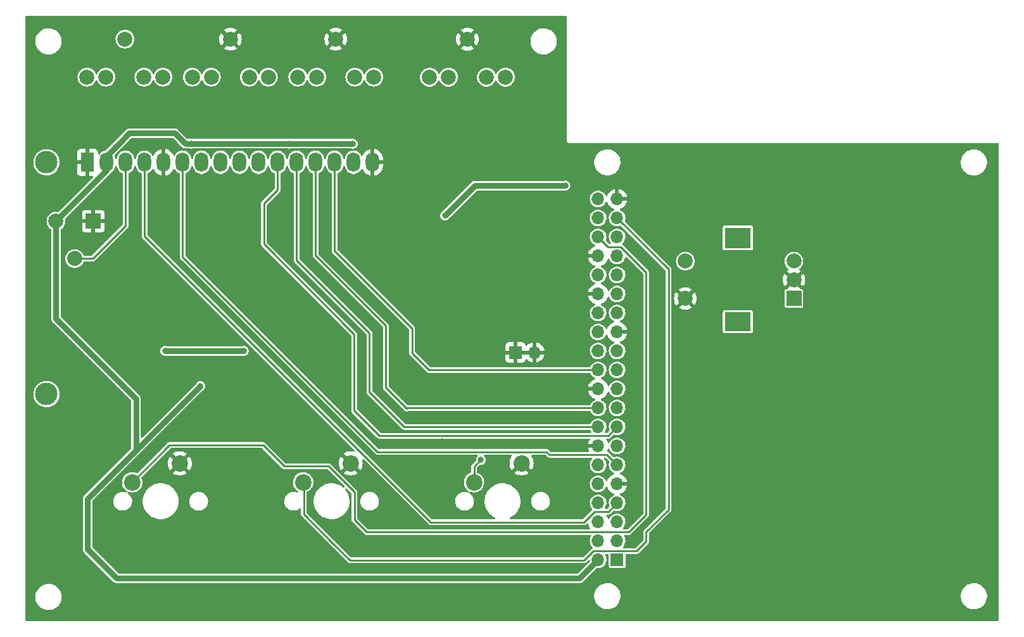
<source format=gtl>
G04 #@! TF.GenerationSoftware,KiCad,Pcbnew,6.0.11*
G04 #@! TF.CreationDate,2024-07-23T18:36:50-05:00*
G04 #@! TF.ProjectId,minidexed,6d696e69-6465-4786-9564-2e6b69636164,rev?*
G04 #@! TF.SameCoordinates,Original*
G04 #@! TF.FileFunction,Copper,L1,Top*
G04 #@! TF.FilePolarity,Positive*
%FSLAX46Y46*%
G04 Gerber Fmt 4.6, Leading zero omitted, Abs format (unit mm)*
G04 Created by KiCad (PCBNEW 6.0.11) date 2024-07-23 18:36:50*
%MOMM*%
%LPD*%
G01*
G04 APERTURE LIST*
G04 #@! TA.AperFunction,ComponentPad*
%ADD10C,2.200000*%
G04 #@! TD*
G04 #@! TA.AperFunction,ComponentPad*
%ADD11C,3.000000*%
G04 #@! TD*
G04 #@! TA.AperFunction,ComponentPad*
%ADD12R,1.800000X2.600000*%
G04 #@! TD*
G04 #@! TA.AperFunction,ComponentPad*
%ADD13O,1.800000X2.600000*%
G04 #@! TD*
G04 #@! TA.AperFunction,ComponentPad*
%ADD14R,2.000000X2.000000*%
G04 #@! TD*
G04 #@! TA.AperFunction,ComponentPad*
%ADD15C,2.000000*%
G04 #@! TD*
G04 #@! TA.AperFunction,ComponentPad*
%ADD16R,3.500000X2.500000*%
G04 #@! TD*
G04 #@! TA.AperFunction,ComponentPad*
%ADD17R,3.500000X2.800000*%
G04 #@! TD*
G04 #@! TA.AperFunction,ComponentPad*
%ADD18R,1.700000X1.700000*%
G04 #@! TD*
G04 #@! TA.AperFunction,ComponentPad*
%ADD19O,1.700000X1.700000*%
G04 #@! TD*
G04 #@! TA.AperFunction,ViaPad*
%ADD20C,0.800000*%
G04 #@! TD*
G04 #@! TA.AperFunction,Conductor*
%ADD21C,0.762000*%
G04 #@! TD*
G04 #@! TA.AperFunction,Conductor*
%ADD22C,0.254000*%
G04 #@! TD*
G04 APERTURE END LIST*
D10*
X115440000Y-119120000D03*
X109090000Y-121660000D03*
D11*
X97628900Y-109877200D03*
X97628900Y-78876500D03*
D12*
X103128000Y-78876500D03*
D13*
X105668000Y-78876500D03*
X108208000Y-78876500D03*
X110748000Y-78876500D03*
X113288000Y-78876500D03*
X115828000Y-78876500D03*
X118368000Y-78876500D03*
X120908000Y-78876500D03*
X123448000Y-78876500D03*
X125988000Y-78876500D03*
X128528000Y-78876500D03*
X131068000Y-78876500D03*
X133608000Y-78876500D03*
X136148000Y-78876500D03*
X138688000Y-78876500D03*
X141228000Y-78876500D03*
D14*
X197550000Y-97100000D03*
D15*
X197550000Y-92100000D03*
X197550000Y-94600000D03*
D16*
X190050000Y-100200000D03*
D17*
X190050000Y-89000000D03*
D15*
X183050000Y-92100000D03*
X183050000Y-97100000D03*
D10*
X138290000Y-119120000D03*
X131940000Y-121660000D03*
X161140000Y-119120000D03*
X154790000Y-121660000D03*
D18*
X173918400Y-132042400D03*
D19*
X171378400Y-132042400D03*
X173918400Y-129502400D03*
X171378400Y-129502400D03*
X173918400Y-126962400D03*
X171378400Y-126962400D03*
X173918400Y-124422400D03*
X171378400Y-124422400D03*
X173918400Y-121882400D03*
X171378400Y-121882400D03*
X173918400Y-119342400D03*
X171378400Y-119342400D03*
X173918400Y-116802400D03*
X171378400Y-116802400D03*
X173918400Y-114262400D03*
X171378400Y-114262400D03*
X173918400Y-111722400D03*
X171378400Y-111722400D03*
X173918400Y-109182400D03*
X171378400Y-109182400D03*
X173918400Y-106642400D03*
X171378400Y-106642400D03*
X173918400Y-104102400D03*
X171378400Y-104102400D03*
X173918400Y-101562400D03*
X171378400Y-101562400D03*
X173918400Y-99022400D03*
X171378400Y-99022400D03*
X173918400Y-96482400D03*
X171378400Y-96482400D03*
X173918400Y-93942400D03*
X171378400Y-93942400D03*
X173918400Y-91402400D03*
X171378400Y-91402400D03*
X173918400Y-88862400D03*
X171378400Y-88862400D03*
X173918400Y-86322400D03*
X171378400Y-86322400D03*
X173918400Y-83782400D03*
X171378400Y-83782400D03*
D15*
X122205000Y-62404000D03*
X117125000Y-67484000D03*
X119665000Y-67484000D03*
X124745000Y-67484000D03*
X127285000Y-67484000D03*
D14*
X103900000Y-86760000D03*
D15*
X101400000Y-91760000D03*
X98900000Y-86760000D03*
D18*
X160325000Y-104300000D03*
D19*
X162865000Y-104300000D03*
D15*
X136302000Y-62404000D03*
X131222000Y-67484000D03*
X133762000Y-67484000D03*
X138842000Y-67484000D03*
X141382000Y-67484000D03*
X108108000Y-62404000D03*
X103028000Y-67484000D03*
X105568000Y-67484000D03*
X110648000Y-67484000D03*
X113188000Y-67484000D03*
X153905000Y-62420000D03*
X148825000Y-67500000D03*
X151365000Y-67500000D03*
X156445000Y-67500000D03*
X158985000Y-67500000D03*
D20*
X130100000Y-76400000D03*
X138600000Y-76400000D03*
X117000000Y-76400000D03*
X118200000Y-108800000D03*
X121100000Y-93200000D03*
X175500000Y-118400000D03*
X124700000Y-81800000D03*
X162000000Y-83400000D03*
X163800000Y-76200000D03*
X139800000Y-105000000D03*
X162600000Y-92400000D03*
X176000000Y-124600000D03*
X166800000Y-124800000D03*
X148500000Y-123500000D03*
X150500000Y-116200000D03*
X129800000Y-81800000D03*
X150900000Y-86000000D03*
X167000000Y-82000000D03*
X113500000Y-104100000D03*
X124000000Y-104100000D03*
X155700000Y-118673500D03*
D21*
X168920800Y-134500000D02*
X107000000Y-134500000D01*
X103100000Y-123900000D02*
X109600000Y-117400000D01*
X103100000Y-130600000D02*
X103100000Y-125500000D01*
X116200000Y-76400000D02*
X114800000Y-75000000D01*
X114800000Y-75000000D02*
X108722500Y-75000000D01*
X98900000Y-99800000D02*
X98900000Y-86760000D01*
X109600000Y-117400000D02*
X109600000Y-110500000D01*
X108722500Y-75000000D02*
X107322500Y-76400000D01*
X117000000Y-76400000D02*
X116200000Y-76400000D01*
X109600000Y-110500000D02*
X98900000Y-99800000D01*
X105668000Y-78054500D02*
X107322500Y-76400000D01*
X107000000Y-134500000D02*
X103100000Y-130600000D01*
X103100000Y-125500000D02*
X103100000Y-123900000D01*
X117000000Y-76400000D02*
X130100000Y-76400000D01*
X98900000Y-86760000D02*
X105668000Y-79992000D01*
X130100000Y-76400000D02*
X138600000Y-76400000D01*
X171378400Y-132042400D02*
X168920800Y-134500000D01*
X105668000Y-79992000D02*
X105668000Y-78876500D01*
X109600000Y-117400000D02*
X118200000Y-108800000D01*
X154900000Y-82000000D02*
X150900000Y-86000000D01*
X167000000Y-82000000D02*
X154900000Y-82000000D01*
X124000000Y-104100000D02*
X113500000Y-104100000D01*
D22*
X101400000Y-91760000D02*
X103840000Y-91760000D01*
X108208000Y-87392000D02*
X108208000Y-78876500D01*
X103840000Y-91760000D02*
X108208000Y-87392000D01*
X170890870Y-125599400D02*
X172741400Y-125599400D01*
X110748000Y-78876500D02*
X110748000Y-88748000D01*
X169490270Y-127000000D02*
X170890870Y-125599400D01*
X110748000Y-88748000D02*
X149000000Y-127000000D01*
X149000000Y-127000000D02*
X169490270Y-127000000D01*
X172741400Y-125599400D02*
X173918400Y-124422400D01*
X164500000Y-117600000D02*
X164879400Y-117979400D01*
X141900000Y-117600000D02*
X164500000Y-117600000D01*
X172555400Y-117979400D02*
X173918400Y-119342400D01*
X164879400Y-117979400D02*
X172555400Y-117979400D01*
X115828000Y-91528000D02*
X141900000Y-117600000D01*
X115828000Y-78876500D02*
X115828000Y-91528000D01*
X128528000Y-78876500D02*
X128528000Y-82572000D01*
X126700000Y-89800000D02*
X138773000Y-101873000D01*
X128528000Y-82572000D02*
X126700000Y-84400000D01*
X138773000Y-101873000D02*
X138773000Y-112073000D01*
X126700000Y-84400000D02*
X126700000Y-89800000D01*
X142139400Y-115439400D02*
X172741400Y-115439400D01*
X138773000Y-112073000D02*
X142139400Y-115439400D01*
X172741400Y-115439400D02*
X173918400Y-114262400D01*
X131068000Y-78876500D02*
X131068000Y-91968000D01*
X145462400Y-114262400D02*
X171378400Y-114262400D01*
X131068000Y-91968000D02*
X140800000Y-101700000D01*
X140800000Y-101700000D02*
X140800000Y-109600000D01*
X140800000Y-109600000D02*
X145462400Y-114262400D01*
X145877600Y-111722400D02*
X171378400Y-111722400D01*
X143000000Y-100700000D02*
X143000000Y-109000000D01*
X133608000Y-78876500D02*
X133608000Y-91308000D01*
X143000000Y-109000000D02*
X145800000Y-111800000D01*
X145800000Y-111800000D02*
X145877600Y-111722400D01*
X133608000Y-91308000D02*
X143000000Y-100700000D01*
X136148000Y-78876500D02*
X136148000Y-90748000D01*
X136148000Y-90748000D02*
X146500000Y-101100000D01*
X146500000Y-101100000D02*
X146500000Y-104400000D01*
X146500000Y-104400000D02*
X148742400Y-106642400D01*
X148742400Y-106642400D02*
X171378400Y-106642400D01*
X154790000Y-119583500D02*
X155700000Y-118673500D01*
X154790000Y-121660000D02*
X154790000Y-119583500D01*
X129400000Y-119500000D02*
X135323372Y-119500000D01*
X114050000Y-116700000D02*
X126600000Y-116700000D01*
X174380530Y-90200000D02*
X172716000Y-90200000D01*
X126600000Y-116700000D02*
X129400000Y-119500000D01*
X138800000Y-126700000D02*
X140425400Y-128325400D01*
X135323372Y-119500000D02*
X138800000Y-122976628D01*
X172716000Y-90200000D02*
X171378400Y-88862400D01*
X138800000Y-122976628D02*
X138800000Y-126700000D01*
X109090000Y-121660000D02*
X114050000Y-116700000D01*
X175502734Y-128325400D02*
X177800000Y-126028134D01*
X177800000Y-126028134D02*
X177800000Y-93619470D01*
X177800000Y-93619470D02*
X174380530Y-90200000D01*
X140425400Y-128325400D02*
X175502734Y-128325400D01*
X180800000Y-125300000D02*
X180800000Y-93204000D01*
X177800000Y-128300000D02*
X180800000Y-125300000D01*
X131940000Y-121660000D02*
X132047001Y-121767001D01*
X176534600Y-130865400D02*
X177800000Y-129600000D01*
X138200000Y-132100000D02*
X169500000Y-132100000D01*
X180800000Y-93204000D02*
X173918400Y-86322400D01*
X132047001Y-125947001D02*
X135900000Y-129800000D01*
X169500000Y-132100000D02*
X170734600Y-130865400D01*
X132047001Y-121767001D02*
X132047001Y-125947001D01*
X170734600Y-130865400D02*
X176534600Y-130865400D01*
X135900000Y-129800000D02*
X138200000Y-132100000D01*
X177800000Y-129600000D02*
X177800000Y-128300000D01*
G04 #@! TA.AperFunction,Conductor*
G36*
X167141621Y-59320502D02*
G01*
X167188114Y-59374158D01*
X167199500Y-59426500D01*
X167199500Y-75947626D01*
X167198935Y-75959183D01*
X167195754Y-75970168D01*
X167196758Y-75981759D01*
X167199030Y-76007994D01*
X167199500Y-76018866D01*
X167199500Y-76027948D01*
X167200562Y-76033649D01*
X167200562Y-76033651D01*
X167200724Y-76034521D01*
X167202384Y-76046720D01*
X167205413Y-76081696D01*
X167210520Y-76092145D01*
X167211432Y-76095433D01*
X167212661Y-76098617D01*
X167214791Y-76110053D01*
X167232942Y-76139499D01*
X167233221Y-76139952D01*
X167239160Y-76150734D01*
X167254575Y-76182269D01*
X167263101Y-76190178D01*
X167265134Y-76192916D01*
X167267428Y-76195446D01*
X167273532Y-76205348D01*
X167282788Y-76212387D01*
X167282793Y-76212392D01*
X167301487Y-76226607D01*
X167310908Y-76234526D01*
X167319756Y-76242733D01*
X167336646Y-76258401D01*
X167347447Y-76262710D01*
X167350324Y-76264529D01*
X167353381Y-76266066D01*
X167362641Y-76273108D01*
X167396367Y-76282874D01*
X167408008Y-76286871D01*
X167440622Y-76299883D01*
X167446915Y-76300500D01*
X167449997Y-76300500D01*
X167453067Y-76300650D01*
X167453061Y-76300766D01*
X167459183Y-76301065D01*
X167470168Y-76304246D01*
X167507994Y-76300970D01*
X167518866Y-76300500D01*
X224823500Y-76300500D01*
X224891621Y-76320502D01*
X224938114Y-76374158D01*
X224949500Y-76426500D01*
X224949500Y-140073500D01*
X224929498Y-140141621D01*
X224875842Y-140188114D01*
X224823500Y-140199500D01*
X94926500Y-140199500D01*
X94858379Y-140179498D01*
X94811886Y-140125842D01*
X94800500Y-140073500D01*
X94800500Y-137107165D01*
X96147866Y-137107165D01*
X96182952Y-137364970D01*
X96255758Y-137614757D01*
X96364686Y-137851039D01*
X96367246Y-137854944D01*
X96367249Y-137854949D01*
X96504775Y-138064712D01*
X96504779Y-138064717D01*
X96507341Y-138068625D01*
X96680591Y-138262735D01*
X96880629Y-138429105D01*
X97103061Y-138564080D01*
X97107375Y-138565889D01*
X97107377Y-138565890D01*
X97338686Y-138662886D01*
X97338691Y-138662888D01*
X97343001Y-138664695D01*
X97347533Y-138665846D01*
X97347536Y-138665847D01*
X97472815Y-138697663D01*
X97595177Y-138728739D01*
X97811286Y-138750500D01*
X97966044Y-138750500D01*
X97968369Y-138750327D01*
X97968375Y-138750327D01*
X98154814Y-138736472D01*
X98154818Y-138736471D01*
X98159466Y-138736126D01*
X98413232Y-138678705D01*
X98417586Y-138677012D01*
X98651370Y-138586098D01*
X98651372Y-138586097D01*
X98655723Y-138584405D01*
X98677190Y-138572136D01*
X98843984Y-138476805D01*
X98881612Y-138455299D01*
X99085936Y-138294223D01*
X99264208Y-138104714D01*
X99412511Y-137890937D01*
X99430258Y-137854949D01*
X99525521Y-137661775D01*
X99525522Y-137661772D01*
X99527586Y-137657587D01*
X99606906Y-137409792D01*
X99648728Y-137152994D01*
X99650737Y-136999565D01*
X170866266Y-136999565D01*
X170901352Y-137257370D01*
X170974158Y-137507157D01*
X171083086Y-137743439D01*
X171085646Y-137747344D01*
X171085649Y-137747349D01*
X171223175Y-137957112D01*
X171223179Y-137957117D01*
X171225741Y-137961025D01*
X171312366Y-138058080D01*
X171324895Y-138072117D01*
X171398991Y-138155135D01*
X171599029Y-138321505D01*
X171821461Y-138456480D01*
X171825775Y-138458289D01*
X171825777Y-138458290D01*
X172057086Y-138555286D01*
X172057091Y-138555288D01*
X172061401Y-138557095D01*
X172065933Y-138558246D01*
X172065936Y-138558247D01*
X172191215Y-138590063D01*
X172313577Y-138621139D01*
X172529686Y-138642900D01*
X172684444Y-138642900D01*
X172686769Y-138642727D01*
X172686775Y-138642727D01*
X172873214Y-138628872D01*
X172873218Y-138628871D01*
X172877866Y-138628526D01*
X173131632Y-138571105D01*
X173135986Y-138569412D01*
X173369770Y-138478498D01*
X173369772Y-138478497D01*
X173374123Y-138476805D01*
X173407694Y-138457618D01*
X173462812Y-138426115D01*
X173600012Y-138347699D01*
X173804336Y-138186623D01*
X173982608Y-137997114D01*
X174130911Y-137783337D01*
X174148658Y-137747349D01*
X174243921Y-137554175D01*
X174243922Y-137554172D01*
X174245986Y-137549987D01*
X174325306Y-137302192D01*
X174367128Y-137045394D01*
X174367728Y-136999565D01*
X219866266Y-136999565D01*
X219901352Y-137257370D01*
X219974158Y-137507157D01*
X220083086Y-137743439D01*
X220085646Y-137747344D01*
X220085649Y-137747349D01*
X220223175Y-137957112D01*
X220223179Y-137957117D01*
X220225741Y-137961025D01*
X220312366Y-138058080D01*
X220324895Y-138072117D01*
X220398991Y-138155135D01*
X220599029Y-138321505D01*
X220821461Y-138456480D01*
X220825775Y-138458289D01*
X220825777Y-138458290D01*
X221057086Y-138555286D01*
X221057091Y-138555288D01*
X221061401Y-138557095D01*
X221065933Y-138558246D01*
X221065936Y-138558247D01*
X221191215Y-138590063D01*
X221313577Y-138621139D01*
X221529686Y-138642900D01*
X221684444Y-138642900D01*
X221686769Y-138642727D01*
X221686775Y-138642727D01*
X221873214Y-138628872D01*
X221873218Y-138628871D01*
X221877866Y-138628526D01*
X222131632Y-138571105D01*
X222135986Y-138569412D01*
X222369770Y-138478498D01*
X222369772Y-138478497D01*
X222374123Y-138476805D01*
X222407694Y-138457618D01*
X222462812Y-138426115D01*
X222600012Y-138347699D01*
X222804336Y-138186623D01*
X222982608Y-137997114D01*
X223130911Y-137783337D01*
X223148658Y-137747349D01*
X223243921Y-137554175D01*
X223243922Y-137554172D01*
X223245986Y-137549987D01*
X223325306Y-137302192D01*
X223367128Y-137045394D01*
X223370534Y-136785235D01*
X223335448Y-136527430D01*
X223262642Y-136277643D01*
X223153714Y-136041361D01*
X223084170Y-135935288D01*
X223013625Y-135827688D01*
X223013621Y-135827683D01*
X223011059Y-135823775D01*
X222837809Y-135629665D01*
X222637771Y-135463295D01*
X222415339Y-135328320D01*
X222402624Y-135322988D01*
X222179714Y-135229514D01*
X222179709Y-135229512D01*
X222175399Y-135227705D01*
X222170867Y-135226554D01*
X222170864Y-135226553D01*
X222045585Y-135194737D01*
X221923223Y-135163661D01*
X221707114Y-135141900D01*
X221552356Y-135141900D01*
X221550031Y-135142073D01*
X221550025Y-135142073D01*
X221363586Y-135155928D01*
X221363582Y-135155929D01*
X221358934Y-135156274D01*
X221105168Y-135213695D01*
X221100816Y-135215387D01*
X221100814Y-135215388D01*
X220867030Y-135306302D01*
X220867028Y-135306303D01*
X220862677Y-135307995D01*
X220858623Y-135310312D01*
X220858621Y-135310313D01*
X220822867Y-135330748D01*
X220636788Y-135437101D01*
X220432464Y-135598177D01*
X220254192Y-135787686D01*
X220105889Y-136001463D01*
X220103823Y-136005653D01*
X220103821Y-136005656D01*
X220035080Y-136145051D01*
X219990814Y-136234813D01*
X219911494Y-136482608D01*
X219869672Y-136739406D01*
X219866266Y-136999565D01*
X174367728Y-136999565D01*
X174370534Y-136785235D01*
X174335448Y-136527430D01*
X174262642Y-136277643D01*
X174153714Y-136041361D01*
X174084170Y-135935288D01*
X174013625Y-135827688D01*
X174013621Y-135827683D01*
X174011059Y-135823775D01*
X173837809Y-135629665D01*
X173637771Y-135463295D01*
X173415339Y-135328320D01*
X173402624Y-135322988D01*
X173179714Y-135229514D01*
X173179709Y-135229512D01*
X173175399Y-135227705D01*
X173170867Y-135226554D01*
X173170864Y-135226553D01*
X173045585Y-135194737D01*
X172923223Y-135163661D01*
X172707114Y-135141900D01*
X172552356Y-135141900D01*
X172550031Y-135142073D01*
X172550025Y-135142073D01*
X172363586Y-135155928D01*
X172363582Y-135155929D01*
X172358934Y-135156274D01*
X172105168Y-135213695D01*
X172100816Y-135215387D01*
X172100814Y-135215388D01*
X171867030Y-135306302D01*
X171867028Y-135306303D01*
X171862677Y-135307995D01*
X171858623Y-135310312D01*
X171858621Y-135310313D01*
X171822867Y-135330748D01*
X171636788Y-135437101D01*
X171432464Y-135598177D01*
X171254192Y-135787686D01*
X171105889Y-136001463D01*
X171103823Y-136005653D01*
X171103821Y-136005656D01*
X171035080Y-136145051D01*
X170990814Y-136234813D01*
X170911494Y-136482608D01*
X170869672Y-136739406D01*
X170866266Y-136999565D01*
X99650737Y-136999565D01*
X99652134Y-136892835D01*
X99617048Y-136635030D01*
X99544242Y-136385243D01*
X99435314Y-136148961D01*
X99406637Y-136105221D01*
X99295225Y-135935288D01*
X99295221Y-135935283D01*
X99292659Y-135931375D01*
X99196622Y-135823775D01*
X99122526Y-135740757D01*
X99122524Y-135740755D01*
X99119409Y-135737265D01*
X98919371Y-135570895D01*
X98696939Y-135435920D01*
X98692623Y-135434110D01*
X98461314Y-135337114D01*
X98461309Y-135337112D01*
X98456999Y-135335305D01*
X98452467Y-135334154D01*
X98452464Y-135334153D01*
X98327185Y-135302337D01*
X98204823Y-135271261D01*
X97988714Y-135249500D01*
X97833956Y-135249500D01*
X97831631Y-135249673D01*
X97831625Y-135249673D01*
X97645186Y-135263528D01*
X97645182Y-135263529D01*
X97640534Y-135263874D01*
X97386768Y-135321295D01*
X97382416Y-135322987D01*
X97382414Y-135322988D01*
X97148630Y-135413902D01*
X97148628Y-135413903D01*
X97144277Y-135415595D01*
X97140223Y-135417912D01*
X97140221Y-135417913D01*
X97106649Y-135437101D01*
X96918388Y-135544701D01*
X96714064Y-135705777D01*
X96535792Y-135895286D01*
X96387489Y-136109063D01*
X96385423Y-136113253D01*
X96385421Y-136113256D01*
X96306453Y-136273389D01*
X96272414Y-136342413D01*
X96193094Y-136590208D01*
X96151272Y-136847006D01*
X96147866Y-137107165D01*
X94800500Y-137107165D01*
X94800500Y-109831144D01*
X95870083Y-109831144D01*
X95870307Y-109835811D01*
X95870307Y-109835816D01*
X95873524Y-109902789D01*
X95882594Y-110091619D01*
X95933469Y-110347385D01*
X96021590Y-110592821D01*
X96023806Y-110596945D01*
X96082057Y-110705355D01*
X96145020Y-110822536D01*
X96147815Y-110826279D01*
X96147817Y-110826282D01*
X96298257Y-111027745D01*
X96298262Y-111027751D01*
X96301049Y-111031483D01*
X96304358Y-111034763D01*
X96304363Y-111034769D01*
X96418596Y-111148009D01*
X96486248Y-111215073D01*
X96490010Y-111217831D01*
X96490013Y-111217834D01*
X96654167Y-111338197D01*
X96696549Y-111369273D01*
X96700680Y-111371447D01*
X96700681Y-111371447D01*
X96923198Y-111488519D01*
X96923204Y-111488521D01*
X96927333Y-111490694D01*
X97173529Y-111576669D01*
X97178122Y-111577541D01*
X97425139Y-111624439D01*
X97425142Y-111624439D01*
X97429728Y-111625310D01*
X97553625Y-111630178D01*
X97685635Y-111635365D01*
X97685640Y-111635365D01*
X97690303Y-111635548D01*
X97783785Y-111625310D01*
X97944876Y-111607668D01*
X97944881Y-111607667D01*
X97949529Y-111607158D01*
X98201711Y-111540764D01*
X98328571Y-111486261D01*
X98437007Y-111439674D01*
X98437010Y-111439672D01*
X98441310Y-111437825D01*
X98445290Y-111435362D01*
X98445294Y-111435360D01*
X98659088Y-111303060D01*
X98659092Y-111303057D01*
X98663061Y-111300601D01*
X98862094Y-111132107D01*
X99034035Y-110936045D01*
X99175108Y-110716723D01*
X99282214Y-110478957D01*
X99352999Y-110227972D01*
X99368338Y-110107402D01*
X99385511Y-109972412D01*
X99385511Y-109972406D01*
X99385909Y-109969281D01*
X99386092Y-109962313D01*
X99387650Y-109902789D01*
X99388320Y-109877200D01*
X99384552Y-109826490D01*
X99369340Y-109621793D01*
X99369339Y-109621789D01*
X99368994Y-109617141D01*
X99311442Y-109362795D01*
X99263276Y-109238935D01*
X99218622Y-109124109D01*
X99216927Y-109119750D01*
X99204249Y-109097567D01*
X99160665Y-109021312D01*
X99087525Y-108893345D01*
X98926080Y-108688553D01*
X98736139Y-108509874D01*
X98534874Y-108370251D01*
X98525715Y-108363897D01*
X98525712Y-108363895D01*
X98521873Y-108361232D01*
X98517683Y-108359166D01*
X98517680Y-108359164D01*
X98292178Y-108247959D01*
X98292175Y-108247958D01*
X98287990Y-108245894D01*
X98039628Y-108166393D01*
X98035021Y-108165643D01*
X98035018Y-108165642D01*
X97786855Y-108125226D01*
X97786856Y-108125226D01*
X97782244Y-108124475D01*
X97655775Y-108122820D01*
X97526167Y-108121123D01*
X97526164Y-108121123D01*
X97521490Y-108121062D01*
X97263096Y-108156228D01*
X97258610Y-108157536D01*
X97258608Y-108157536D01*
X97228221Y-108166393D01*
X97012738Y-108229200D01*
X96775916Y-108338377D01*
X96772011Y-108340937D01*
X96772006Y-108340940D01*
X96561746Y-108478792D01*
X96561741Y-108478796D01*
X96557833Y-108481358D01*
X96521235Y-108514023D01*
X96368580Y-108650273D01*
X96363279Y-108655004D01*
X96196529Y-108855500D01*
X96061245Y-109078440D01*
X96059438Y-109082748D01*
X96059438Y-109082749D01*
X95977858Y-109277296D01*
X95960400Y-109318928D01*
X95959249Y-109323460D01*
X95959248Y-109323463D01*
X95945155Y-109378957D01*
X95896210Y-109571680D01*
X95870083Y-109831144D01*
X94800500Y-109831144D01*
X94800500Y-86760000D01*
X97640708Y-86760000D01*
X97659839Y-86978674D01*
X97716653Y-87190703D01*
X97739348Y-87239372D01*
X97807095Y-87384659D01*
X97807098Y-87384664D01*
X97809421Y-87389646D01*
X97812577Y-87394153D01*
X97812578Y-87394155D01*
X97923229Y-87552180D01*
X97935326Y-87569457D01*
X98090543Y-87724674D01*
X98095051Y-87727831D01*
X98095054Y-87727833D01*
X98210771Y-87808859D01*
X98255099Y-87864316D01*
X98264500Y-87912072D01*
X98264500Y-99720980D01*
X98263970Y-99732214D01*
X98262292Y-99739719D01*
X98262541Y-99747638D01*
X98264438Y-99808012D01*
X98264500Y-99811969D01*
X98264500Y-99839983D01*
X98264996Y-99843908D01*
X98264996Y-99843909D01*
X98265008Y-99844004D01*
X98265941Y-99855849D01*
X98267335Y-99900205D01*
X98269547Y-99907817D01*
X98273013Y-99919748D01*
X98277023Y-99939112D01*
X98279573Y-99959299D01*
X98282489Y-99966663D01*
X98282490Y-99966668D01*
X98295907Y-100000556D01*
X98299752Y-100011785D01*
X98312131Y-100054393D01*
X98316169Y-100061220D01*
X98316170Y-100061223D01*
X98322488Y-100071906D01*
X98331188Y-100089664D01*
X98335761Y-100101215D01*
X98335765Y-100101221D01*
X98338681Y-100108588D01*
X98343339Y-100114999D01*
X98343340Y-100115001D01*
X98364764Y-100144488D01*
X98371281Y-100154410D01*
X98389826Y-100185768D01*
X98389829Y-100185772D01*
X98393866Y-100192598D01*
X98408250Y-100206982D01*
X98421091Y-100222016D01*
X98433058Y-100238487D01*
X98439166Y-100243540D01*
X98467255Y-100266777D01*
X98476035Y-100274767D01*
X108927595Y-110726328D01*
X108961621Y-110788640D01*
X108964500Y-110815423D01*
X108964500Y-117084577D01*
X108944498Y-117152698D01*
X108927595Y-117173672D01*
X102706517Y-123394750D01*
X102698191Y-123402326D01*
X102691697Y-123406447D01*
X102686274Y-123412222D01*
X102644915Y-123456265D01*
X102642160Y-123459107D01*
X102622361Y-123478906D01*
X102619937Y-123482031D01*
X102619929Y-123482040D01*
X102619863Y-123482126D01*
X102612155Y-123491151D01*
X102581783Y-123523494D01*
X102577965Y-123530438D01*
X102577964Y-123530440D01*
X102571978Y-123541329D01*
X102561127Y-123557847D01*
X102548650Y-123573933D01*
X102531024Y-123614666D01*
X102525807Y-123625314D01*
X102504431Y-123664197D01*
X102502460Y-123671872D01*
X102502458Y-123671878D01*
X102499369Y-123683911D01*
X102492966Y-123702613D01*
X102484883Y-123721292D01*
X102483644Y-123729117D01*
X102477940Y-123765127D01*
X102475535Y-123776740D01*
X102464500Y-123819718D01*
X102464500Y-123840065D01*
X102462949Y-123859776D01*
X102459765Y-123879879D01*
X102460511Y-123887771D01*
X102463941Y-123924056D01*
X102464500Y-123935914D01*
X102464500Y-130520980D01*
X102463970Y-130532214D01*
X102462292Y-130539719D01*
X102463163Y-130567433D01*
X102464438Y-130608012D01*
X102464500Y-130611969D01*
X102464500Y-130639983D01*
X102464996Y-130643908D01*
X102464996Y-130643909D01*
X102465008Y-130644004D01*
X102465941Y-130655849D01*
X102467335Y-130700205D01*
X102469547Y-130707817D01*
X102473013Y-130719748D01*
X102477023Y-130739112D01*
X102479573Y-130759299D01*
X102482489Y-130766663D01*
X102482490Y-130766668D01*
X102495907Y-130800556D01*
X102499752Y-130811785D01*
X102512131Y-130854393D01*
X102516169Y-130861220D01*
X102516170Y-130861223D01*
X102522488Y-130871906D01*
X102531188Y-130889664D01*
X102535761Y-130901215D01*
X102535765Y-130901221D01*
X102538681Y-130908588D01*
X102543339Y-130914999D01*
X102543340Y-130915001D01*
X102564764Y-130944488D01*
X102571281Y-130954410D01*
X102589826Y-130985768D01*
X102589829Y-130985772D01*
X102593866Y-130992598D01*
X102608250Y-131006982D01*
X102621091Y-131022016D01*
X102633058Y-131038487D01*
X102639166Y-131043540D01*
X102667255Y-131066777D01*
X102676035Y-131074767D01*
X106494750Y-134893483D01*
X106502326Y-134901809D01*
X106506447Y-134908303D01*
X106512222Y-134913726D01*
X106556265Y-134955085D01*
X106559107Y-134957840D01*
X106578906Y-134977639D01*
X106582031Y-134980063D01*
X106582040Y-134980071D01*
X106582126Y-134980137D01*
X106591151Y-134987845D01*
X106623494Y-135018217D01*
X106630438Y-135022035D01*
X106630440Y-135022036D01*
X106641329Y-135028022D01*
X106657847Y-135038873D01*
X106673933Y-135051350D01*
X106714666Y-135068976D01*
X106725314Y-135074193D01*
X106736942Y-135080585D01*
X106764197Y-135095569D01*
X106771872Y-135097540D01*
X106771878Y-135097542D01*
X106783911Y-135100631D01*
X106802613Y-135107034D01*
X106821292Y-135115117D01*
X106854818Y-135120427D01*
X106865127Y-135122060D01*
X106876740Y-135124465D01*
X106919718Y-135135500D01*
X106940065Y-135135500D01*
X106959777Y-135137051D01*
X106979879Y-135140235D01*
X106987771Y-135139489D01*
X107024056Y-135136059D01*
X107035914Y-135135500D01*
X168841780Y-135135500D01*
X168853014Y-135136030D01*
X168860519Y-135137708D01*
X168928812Y-135135562D01*
X168932769Y-135135500D01*
X168960783Y-135135500D01*
X168964708Y-135135004D01*
X168964709Y-135135004D01*
X168964804Y-135134992D01*
X168976649Y-135134059D01*
X169006470Y-135133122D01*
X169013082Y-135132914D01*
X169013083Y-135132914D01*
X169021005Y-135132665D01*
X169040549Y-135126987D01*
X169059912Y-135122977D01*
X169072240Y-135121420D01*
X169072242Y-135121420D01*
X169080099Y-135120427D01*
X169087463Y-135117511D01*
X169087468Y-135117510D01*
X169121356Y-135104093D01*
X169132585Y-135100248D01*
X169149265Y-135095402D01*
X169175193Y-135087869D01*
X169182020Y-135083831D01*
X169182023Y-135083830D01*
X169192706Y-135077512D01*
X169210464Y-135068812D01*
X169222015Y-135064239D01*
X169222021Y-135064235D01*
X169229388Y-135061319D01*
X169238777Y-135054498D01*
X169265288Y-135035236D01*
X169275210Y-135028719D01*
X169306568Y-135010174D01*
X169306572Y-135010171D01*
X169313398Y-135006134D01*
X169327782Y-134991750D01*
X169342816Y-134978909D01*
X169352873Y-134971602D01*
X169359287Y-134966942D01*
X169387578Y-134932744D01*
X169395567Y-134923965D01*
X171140544Y-133178988D01*
X171202856Y-133144962D01*
X171234585Y-133142180D01*
X171436453Y-133150112D01*
X171543748Y-133134555D01*
X171631631Y-133121813D01*
X171631636Y-133121812D01*
X171637345Y-133120984D01*
X171642809Y-133119129D01*
X171642814Y-133119128D01*
X171824093Y-133057592D01*
X171824098Y-133057590D01*
X171829565Y-133055734D01*
X172006676Y-132956547D01*
X172046369Y-132923535D01*
X172158313Y-132830431D01*
X172162745Y-132826745D01*
X172292547Y-132670676D01*
X172391734Y-132493565D01*
X172393590Y-132488098D01*
X172393592Y-132488093D01*
X172455128Y-132306814D01*
X172455129Y-132306809D01*
X172456984Y-132301345D01*
X172457812Y-132295636D01*
X172457813Y-132295631D01*
X172485579Y-132104127D01*
X172486112Y-132100453D01*
X172487632Y-132042400D01*
X172469058Y-131840259D01*
X172413957Y-131644887D01*
X172324176Y-131462828D01*
X172320723Y-131458204D01*
X172320720Y-131458199D01*
X172313320Y-131448290D01*
X172288588Y-131381740D01*
X172303761Y-131312384D01*
X172354022Y-131262241D01*
X172414277Y-131246900D01*
X172687900Y-131246900D01*
X172756021Y-131266902D01*
X172802514Y-131320558D01*
X172813900Y-131372900D01*
X172813901Y-132156283D01*
X172813901Y-132917466D01*
X172828666Y-132991701D01*
X172835561Y-133002020D01*
X172835562Y-133002022D01*
X172875916Y-133062415D01*
X172884916Y-133075884D01*
X172969099Y-133132134D01*
X173043333Y-133146900D01*
X173918258Y-133146900D01*
X174793466Y-133146899D01*
X174829218Y-133139788D01*
X174855526Y-133134556D01*
X174855528Y-133134555D01*
X174867701Y-133132134D01*
X174878021Y-133125239D01*
X174878022Y-133125238D01*
X174941568Y-133082777D01*
X174951884Y-133075884D01*
X175008134Y-132991701D01*
X175022900Y-132917467D01*
X175022899Y-131372900D01*
X175042901Y-131304779D01*
X175096557Y-131258286D01*
X175148899Y-131246900D01*
X176480465Y-131246900D01*
X176504764Y-131249486D01*
X176506202Y-131249554D01*
X176516380Y-131251745D01*
X176549941Y-131247773D01*
X176555920Y-131247421D01*
X176555912Y-131247328D01*
X176561090Y-131246900D01*
X176566292Y-131246900D01*
X176585446Y-131243712D01*
X176591304Y-131242878D01*
X176607918Y-131240912D01*
X176632167Y-131238042D01*
X176632168Y-131238042D01*
X176642507Y-131236818D01*
X176650806Y-131232833D01*
X176659883Y-131231322D01*
X176705251Y-131206842D01*
X176710514Y-131204161D01*
X176749850Y-131185273D01*
X176749854Y-131185270D01*
X176756998Y-131181840D01*
X176761292Y-131178230D01*
X176763224Y-131176298D01*
X176765173Y-131174511D01*
X176765226Y-131174482D01*
X176765345Y-131174612D01*
X176765913Y-131174111D01*
X176771657Y-131171012D01*
X176808468Y-131131190D01*
X176811897Y-131127625D01*
X178031476Y-129908046D01*
X178050499Y-129892682D01*
X178051558Y-129891718D01*
X178060304Y-129886071D01*
X178066752Y-129877892D01*
X178066754Y-129877890D01*
X178081234Y-129859523D01*
X178085207Y-129855052D01*
X178085136Y-129854991D01*
X178088495Y-129851027D01*
X178092171Y-129847351D01*
X178095191Y-129843124D01*
X178095195Y-129843120D01*
X178103450Y-129831567D01*
X178107018Y-129826814D01*
X178132487Y-129794508D01*
X178132487Y-129794507D01*
X178138934Y-129786330D01*
X178141985Y-129777643D01*
X178147334Y-129770157D01*
X178162099Y-129720786D01*
X178163933Y-129715141D01*
X178177706Y-129675922D01*
X178181016Y-129666498D01*
X178181500Y-129660909D01*
X178181500Y-129658198D01*
X178181615Y-129655531D01*
X178181634Y-129655468D01*
X178181808Y-129655475D01*
X178181855Y-129654729D01*
X178183725Y-129648476D01*
X178181597Y-129594312D01*
X178181500Y-129589366D01*
X178181500Y-128510212D01*
X178201502Y-128442091D01*
X178218405Y-128421117D01*
X181031476Y-125608046D01*
X181050499Y-125592682D01*
X181051558Y-125591718D01*
X181060304Y-125586071D01*
X181066752Y-125577892D01*
X181066754Y-125577890D01*
X181081234Y-125559523D01*
X181085209Y-125555050D01*
X181085137Y-125554989D01*
X181088490Y-125551032D01*
X181092171Y-125547351D01*
X181103455Y-125531560D01*
X181107019Y-125526814D01*
X181132487Y-125494508D01*
X181138934Y-125486330D01*
X181141984Y-125477645D01*
X181147335Y-125470157D01*
X181162110Y-125420750D01*
X181163926Y-125415163D01*
X181181016Y-125366498D01*
X181181500Y-125360909D01*
X181181500Y-125358198D01*
X181181615Y-125355529D01*
X181181634Y-125355468D01*
X181181808Y-125355475D01*
X181181855Y-125354728D01*
X181183725Y-125348475D01*
X181181597Y-125294311D01*
X181181500Y-125289365D01*
X181181500Y-98924933D01*
X188045500Y-98924933D01*
X188045501Y-101475066D01*
X188047427Y-101484747D01*
X188055956Y-101527629D01*
X188060266Y-101549301D01*
X188067161Y-101559620D01*
X188067162Y-101559622D01*
X188077600Y-101575243D01*
X188116516Y-101633484D01*
X188200699Y-101689734D01*
X188274933Y-101704500D01*
X190049713Y-101704500D01*
X191825066Y-101704499D01*
X191860818Y-101697388D01*
X191887126Y-101692156D01*
X191887128Y-101692155D01*
X191899301Y-101689734D01*
X191909621Y-101682839D01*
X191909622Y-101682838D01*
X191973168Y-101640377D01*
X191983484Y-101633484D01*
X192039734Y-101549301D01*
X192054500Y-101475067D01*
X192054499Y-98924934D01*
X192039734Y-98850699D01*
X192019395Y-98820259D01*
X191990377Y-98776832D01*
X191983484Y-98766516D01*
X191899301Y-98710266D01*
X191825067Y-98695500D01*
X190050287Y-98695500D01*
X188274934Y-98695501D01*
X188239182Y-98702612D01*
X188212874Y-98707844D01*
X188212872Y-98707845D01*
X188200699Y-98710266D01*
X188190379Y-98717161D01*
X188190378Y-98717162D01*
X188129985Y-98757516D01*
X188116516Y-98766516D01*
X188060266Y-98850699D01*
X188045500Y-98924933D01*
X181181500Y-98924933D01*
X181181500Y-98332670D01*
X182182160Y-98332670D01*
X182187887Y-98340320D01*
X182359042Y-98445205D01*
X182367837Y-98449687D01*
X182577988Y-98536734D01*
X182587373Y-98539783D01*
X182808554Y-98592885D01*
X182818301Y-98594428D01*
X183045070Y-98612275D01*
X183054930Y-98612275D01*
X183281699Y-98594428D01*
X183291446Y-98592885D01*
X183512627Y-98539783D01*
X183522012Y-98536734D01*
X183732163Y-98449687D01*
X183740958Y-98445205D01*
X183908445Y-98342568D01*
X183917907Y-98332110D01*
X183914124Y-98323334D01*
X183062812Y-97472022D01*
X183048868Y-97464408D01*
X183047035Y-97464539D01*
X183040420Y-97468790D01*
X182188920Y-98320290D01*
X182182160Y-98332670D01*
X181181500Y-98332670D01*
X181181500Y-97104930D01*
X181537725Y-97104930D01*
X181555572Y-97331699D01*
X181557115Y-97341446D01*
X181610217Y-97562627D01*
X181613266Y-97572012D01*
X181700313Y-97782163D01*
X181704795Y-97790958D01*
X181807432Y-97958445D01*
X181817890Y-97967907D01*
X181826666Y-97964124D01*
X182677978Y-97112812D01*
X182684356Y-97101132D01*
X183414408Y-97101132D01*
X183414539Y-97102965D01*
X183418790Y-97109580D01*
X184270290Y-97961080D01*
X184282670Y-97967840D01*
X184290320Y-97962113D01*
X184395205Y-97790958D01*
X184399687Y-97782163D01*
X184486734Y-97572012D01*
X184489783Y-97562627D01*
X184542885Y-97341446D01*
X184544428Y-97331699D01*
X184562275Y-97104930D01*
X184562275Y-97095070D01*
X184544428Y-96868301D01*
X184542885Y-96858554D01*
X184489783Y-96637373D01*
X184486734Y-96627988D01*
X184399687Y-96417837D01*
X184395205Y-96409042D01*
X184292568Y-96241555D01*
X184282110Y-96232093D01*
X184273334Y-96235876D01*
X183422022Y-97087188D01*
X183414408Y-97101132D01*
X182684356Y-97101132D01*
X182685592Y-97098868D01*
X182685461Y-97097035D01*
X182681210Y-97090420D01*
X181829710Y-96238920D01*
X181817330Y-96232160D01*
X181809680Y-96237887D01*
X181704795Y-96409042D01*
X181700313Y-96417837D01*
X181613266Y-96627988D01*
X181610217Y-96637373D01*
X181557115Y-96858554D01*
X181555572Y-96868301D01*
X181537725Y-97095070D01*
X181537725Y-97104930D01*
X181181500Y-97104930D01*
X181181500Y-95867890D01*
X182182093Y-95867890D01*
X182185876Y-95876666D01*
X183037188Y-96727978D01*
X183051132Y-96735592D01*
X183052965Y-96735461D01*
X183059580Y-96731210D01*
X183715857Y-96074933D01*
X196295500Y-96074933D01*
X196295501Y-98125066D01*
X196310266Y-98199301D01*
X196366516Y-98283484D01*
X196450699Y-98339734D01*
X196524933Y-98354500D01*
X197549834Y-98354500D01*
X198575066Y-98354499D01*
X198610818Y-98347388D01*
X198637126Y-98342156D01*
X198637128Y-98342155D01*
X198649301Y-98339734D01*
X198659621Y-98332839D01*
X198659622Y-98332838D01*
X198723168Y-98290377D01*
X198733484Y-98283484D01*
X198789734Y-98199301D01*
X198804500Y-98125067D01*
X198804499Y-96074934D01*
X198797388Y-96039182D01*
X198792156Y-96012874D01*
X198792155Y-96012872D01*
X198789734Y-96000699D01*
X198733484Y-95916516D01*
X198649301Y-95860266D01*
X198575067Y-95845500D01*
X198488480Y-95845500D01*
X198420359Y-95825498D01*
X198399385Y-95808595D01*
X197562812Y-94972022D01*
X197548868Y-94964408D01*
X197547035Y-94964539D01*
X197540420Y-94968790D01*
X196700614Y-95808596D01*
X196638302Y-95842622D01*
X196611519Y-95845501D01*
X196524934Y-95845501D01*
X196489182Y-95852612D01*
X196462874Y-95857844D01*
X196462872Y-95857845D01*
X196450699Y-95860266D01*
X196440379Y-95867161D01*
X196440378Y-95867162D01*
X196430546Y-95873732D01*
X196366516Y-95916516D01*
X196310266Y-96000699D01*
X196295500Y-96074933D01*
X183715857Y-96074933D01*
X183911080Y-95879710D01*
X183917840Y-95867330D01*
X183912113Y-95859680D01*
X183740958Y-95754795D01*
X183732163Y-95750313D01*
X183522012Y-95663266D01*
X183512627Y-95660217D01*
X183291446Y-95607115D01*
X183281699Y-95605572D01*
X183054930Y-95587725D01*
X183045070Y-95587725D01*
X182818301Y-95605572D01*
X182808554Y-95607115D01*
X182587373Y-95660217D01*
X182577988Y-95663266D01*
X182367837Y-95750313D01*
X182359042Y-95754795D01*
X182191555Y-95857432D01*
X182182093Y-95867890D01*
X181181500Y-95867890D01*
X181181500Y-94604930D01*
X196037725Y-94604930D01*
X196055572Y-94831699D01*
X196057115Y-94841446D01*
X196110217Y-95062627D01*
X196113266Y-95072012D01*
X196200313Y-95282163D01*
X196204795Y-95290958D01*
X196307432Y-95458445D01*
X196317890Y-95467907D01*
X196326666Y-95464124D01*
X197177978Y-94612812D01*
X197184356Y-94601132D01*
X197914408Y-94601132D01*
X197914539Y-94602965D01*
X197918790Y-94609580D01*
X198770290Y-95461080D01*
X198782670Y-95467840D01*
X198790320Y-95462113D01*
X198895205Y-95290958D01*
X198899687Y-95282163D01*
X198986734Y-95072012D01*
X198989783Y-95062627D01*
X199042885Y-94841446D01*
X199044428Y-94831699D01*
X199062275Y-94604930D01*
X199062275Y-94595070D01*
X199044428Y-94368301D01*
X199042885Y-94358554D01*
X198989783Y-94137373D01*
X198986734Y-94127988D01*
X198899687Y-93917837D01*
X198895205Y-93909042D01*
X198792568Y-93741555D01*
X198782110Y-93732093D01*
X198773334Y-93735876D01*
X197922022Y-94587188D01*
X197914408Y-94601132D01*
X197184356Y-94601132D01*
X197185592Y-94598868D01*
X197185461Y-94597035D01*
X197181210Y-94590420D01*
X196329710Y-93738920D01*
X196317330Y-93732160D01*
X196309680Y-93737887D01*
X196204795Y-93909042D01*
X196200313Y-93917837D01*
X196113266Y-94127988D01*
X196110217Y-94137373D01*
X196057115Y-94358554D01*
X196055572Y-94368301D01*
X196037725Y-94595070D01*
X196037725Y-94604930D01*
X181181500Y-94604930D01*
X181181500Y-93258135D01*
X181184086Y-93233836D01*
X181184154Y-93232398D01*
X181186345Y-93222220D01*
X181182373Y-93188658D01*
X181182021Y-93182680D01*
X181181928Y-93182688D01*
X181181500Y-93177510D01*
X181181500Y-93172308D01*
X181178312Y-93153154D01*
X181177477Y-93147289D01*
X181172642Y-93106433D01*
X181172642Y-93106432D01*
X181171418Y-93096093D01*
X181167433Y-93087794D01*
X181165922Y-93078717D01*
X181141442Y-93033349D01*
X181138761Y-93028086D01*
X181119873Y-92988750D01*
X181119870Y-92988746D01*
X181116440Y-92981602D01*
X181112830Y-92977308D01*
X181110898Y-92975376D01*
X181109111Y-92973427D01*
X181109082Y-92973374D01*
X181109212Y-92973255D01*
X181108711Y-92972687D01*
X181105612Y-92966943D01*
X181065790Y-92930132D01*
X181062225Y-92926703D01*
X180235522Y-92100000D01*
X181790708Y-92100000D01*
X181809839Y-92318674D01*
X181866653Y-92530703D01*
X181887374Y-92575139D01*
X181957095Y-92724659D01*
X181957098Y-92724664D01*
X181959421Y-92729646D01*
X181962577Y-92734153D01*
X181962578Y-92734155D01*
X182063103Y-92877719D01*
X182085326Y-92909457D01*
X182240543Y-93064674D01*
X182245051Y-93067831D01*
X182245054Y-93067833D01*
X182409073Y-93182680D01*
X182420354Y-93190579D01*
X182425336Y-93192902D01*
X182425341Y-93192905D01*
X182526116Y-93239896D01*
X182619297Y-93283347D01*
X182831326Y-93340161D01*
X183050000Y-93359292D01*
X183268674Y-93340161D01*
X183480703Y-93283347D01*
X183573884Y-93239896D01*
X183674659Y-93192905D01*
X183674664Y-93192902D01*
X183679646Y-93190579D01*
X183690927Y-93182680D01*
X183854946Y-93067833D01*
X183854949Y-93067831D01*
X183859457Y-93064674D01*
X184014674Y-92909457D01*
X184036898Y-92877719D01*
X184137422Y-92734155D01*
X184137423Y-92734153D01*
X184140579Y-92729646D01*
X184142902Y-92724664D01*
X184142905Y-92724659D01*
X184212626Y-92575139D01*
X184233347Y-92530703D01*
X184290161Y-92318674D01*
X184309292Y-92100000D01*
X196290708Y-92100000D01*
X196309839Y-92318674D01*
X196366653Y-92530703D01*
X196387374Y-92575139D01*
X196457095Y-92724659D01*
X196457098Y-92724664D01*
X196459421Y-92729646D01*
X196462577Y-92734153D01*
X196462578Y-92734155D01*
X196563103Y-92877719D01*
X196585326Y-92909457D01*
X196740543Y-93064674D01*
X196783221Y-93094558D01*
X196827549Y-93150013D01*
X196834858Y-93220632D01*
X196802828Y-93283993D01*
X196776786Y-93305202D01*
X196691554Y-93357433D01*
X196682093Y-93367890D01*
X196685876Y-93376666D01*
X197537188Y-94227978D01*
X197551132Y-94235592D01*
X197552965Y-94235461D01*
X197559580Y-94231210D01*
X198411080Y-93379710D01*
X198417840Y-93367330D01*
X198412114Y-93359681D01*
X198323214Y-93305202D01*
X198275583Y-93252554D01*
X198263977Y-93182513D01*
X198292081Y-93117315D01*
X198316777Y-93094559D01*
X198359457Y-93064674D01*
X198514674Y-92909457D01*
X198536898Y-92877719D01*
X198637422Y-92734155D01*
X198637423Y-92734153D01*
X198640579Y-92729646D01*
X198642902Y-92724664D01*
X198642905Y-92724659D01*
X198712626Y-92575139D01*
X198733347Y-92530703D01*
X198790161Y-92318674D01*
X198809292Y-92100000D01*
X198790161Y-91881326D01*
X198733347Y-91669297D01*
X198677401Y-91549320D01*
X198642905Y-91475341D01*
X198642902Y-91475336D01*
X198640579Y-91470354D01*
X198602102Y-91415403D01*
X198517833Y-91295054D01*
X198517831Y-91295051D01*
X198514674Y-91290543D01*
X198359457Y-91135326D01*
X198354949Y-91132169D01*
X198354946Y-91132167D01*
X198184155Y-91012578D01*
X198184153Y-91012577D01*
X198179646Y-91009421D01*
X198174664Y-91007098D01*
X198174659Y-91007095D01*
X198053381Y-90950543D01*
X197980703Y-90916653D01*
X197768674Y-90859839D01*
X197550000Y-90840708D01*
X197331326Y-90859839D01*
X197119297Y-90916653D01*
X197046619Y-90950543D01*
X196925341Y-91007095D01*
X196925336Y-91007098D01*
X196920354Y-91009421D01*
X196915847Y-91012577D01*
X196915845Y-91012578D01*
X196745054Y-91132167D01*
X196745051Y-91132169D01*
X196740543Y-91135326D01*
X196585326Y-91290543D01*
X196582169Y-91295051D01*
X196582167Y-91295054D01*
X196497898Y-91415403D01*
X196459421Y-91470354D01*
X196457098Y-91475336D01*
X196457095Y-91475341D01*
X196422599Y-91549320D01*
X196366653Y-91669297D01*
X196309839Y-91881326D01*
X196290708Y-92100000D01*
X184309292Y-92100000D01*
X184290161Y-91881326D01*
X184233347Y-91669297D01*
X184177401Y-91549320D01*
X184142905Y-91475341D01*
X184142902Y-91475336D01*
X184140579Y-91470354D01*
X184102102Y-91415403D01*
X184017833Y-91295054D01*
X184017831Y-91295051D01*
X184014674Y-91290543D01*
X183859457Y-91135326D01*
X183854949Y-91132169D01*
X183854946Y-91132167D01*
X183684155Y-91012578D01*
X183684153Y-91012577D01*
X183679646Y-91009421D01*
X183674664Y-91007098D01*
X183674659Y-91007095D01*
X183553381Y-90950543D01*
X183480703Y-90916653D01*
X183268674Y-90859839D01*
X183050000Y-90840708D01*
X182831326Y-90859839D01*
X182619297Y-90916653D01*
X182546619Y-90950543D01*
X182425341Y-91007095D01*
X182425336Y-91007098D01*
X182420354Y-91009421D01*
X182415847Y-91012577D01*
X182415845Y-91012578D01*
X182245054Y-91132167D01*
X182245051Y-91132169D01*
X182240543Y-91135326D01*
X182085326Y-91290543D01*
X182082169Y-91295051D01*
X182082167Y-91295054D01*
X181997898Y-91415403D01*
X181959421Y-91470354D01*
X181957098Y-91475336D01*
X181957095Y-91475341D01*
X181922599Y-91549320D01*
X181866653Y-91669297D01*
X181809839Y-91881326D01*
X181790708Y-92100000D01*
X180235522Y-92100000D01*
X175710456Y-87574933D01*
X188045500Y-87574933D01*
X188045501Y-90425066D01*
X188048663Y-90440964D01*
X188057586Y-90485825D01*
X188060266Y-90499301D01*
X188116516Y-90583484D01*
X188200699Y-90639734D01*
X188274933Y-90654500D01*
X190049713Y-90654500D01*
X191825066Y-90654499D01*
X191860818Y-90647388D01*
X191887126Y-90642156D01*
X191887128Y-90642155D01*
X191899301Y-90639734D01*
X191909621Y-90632839D01*
X191909622Y-90632838D01*
X191973168Y-90590377D01*
X191983484Y-90583484D01*
X192039734Y-90499301D01*
X192054500Y-90425067D01*
X192054499Y-87574934D01*
X192039734Y-87500699D01*
X192004171Y-87447475D01*
X191990377Y-87426832D01*
X191983484Y-87416516D01*
X191924857Y-87377342D01*
X191909620Y-87367161D01*
X191899301Y-87360266D01*
X191825067Y-87345500D01*
X190050287Y-87345500D01*
X188274934Y-87345501D01*
X188241132Y-87352224D01*
X188212874Y-87357844D01*
X188212872Y-87357845D01*
X188200699Y-87360266D01*
X188190379Y-87367161D01*
X188190378Y-87367162D01*
X188161719Y-87386312D01*
X188116516Y-87416516D01*
X188060266Y-87500699D01*
X188045500Y-87574933D01*
X175710456Y-87574933D01*
X174981398Y-86845875D01*
X174947372Y-86783563D01*
X174951180Y-86716279D01*
X174995128Y-86586814D01*
X174995129Y-86586809D01*
X174996984Y-86581345D01*
X174997812Y-86575636D01*
X174997813Y-86575631D01*
X175025579Y-86384127D01*
X175026112Y-86380453D01*
X175027632Y-86322400D01*
X175009058Y-86120259D01*
X175007490Y-86114699D01*
X174955525Y-85930446D01*
X174955524Y-85930444D01*
X174953957Y-85924887D01*
X174943378Y-85903433D01*
X174866731Y-85748009D01*
X174864176Y-85742828D01*
X174838553Y-85708514D01*
X174746177Y-85584809D01*
X174742720Y-85580179D01*
X174593658Y-85442387D01*
X174588775Y-85439306D01*
X174588771Y-85439303D01*
X174426864Y-85337148D01*
X174421981Y-85334067D01*
X174350014Y-85305355D01*
X174294155Y-85261534D01*
X174270855Y-85194469D01*
X174287511Y-85125454D01*
X174338836Y-85076400D01*
X174360498Y-85067639D01*
X174410652Y-85052592D01*
X174420242Y-85048833D01*
X174611495Y-84955139D01*
X174620345Y-84949864D01*
X174793728Y-84826192D01*
X174801600Y-84819539D01*
X174952452Y-84669212D01*
X174959130Y-84661365D01*
X175083403Y-84488420D01*
X175088713Y-84479583D01*
X175183070Y-84288667D01*
X175186869Y-84279072D01*
X175248777Y-84075310D01*
X175250955Y-84065237D01*
X175252386Y-84054362D01*
X175250175Y-84040178D01*
X175237017Y-84036400D01*
X173790400Y-84036400D01*
X173722279Y-84016398D01*
X173675786Y-83962742D01*
X173664400Y-83910400D01*
X173664400Y-83510285D01*
X174172400Y-83510285D01*
X174176875Y-83525524D01*
X174178265Y-83526729D01*
X174185948Y-83528400D01*
X175236744Y-83528400D01*
X175250275Y-83524427D01*
X175251580Y-83515347D01*
X175209614Y-83348275D01*
X175206294Y-83338524D01*
X175121372Y-83143214D01*
X175116505Y-83134139D01*
X175000826Y-82955326D01*
X174994536Y-82947157D01*
X174851206Y-82789640D01*
X174843673Y-82782615D01*
X174676539Y-82650622D01*
X174667952Y-82644917D01*
X174481517Y-82541999D01*
X174472105Y-82537769D01*
X174271359Y-82466680D01*
X174261388Y-82464046D01*
X174190237Y-82451372D01*
X174176940Y-82452832D01*
X174172400Y-82467389D01*
X174172400Y-83510285D01*
X173664400Y-83510285D01*
X173664400Y-82465502D01*
X173660482Y-82452158D01*
X173646206Y-82450171D01*
X173607724Y-82456060D01*
X173597688Y-82458451D01*
X173395268Y-82524612D01*
X173385759Y-82528609D01*
X173196863Y-82626942D01*
X173188138Y-82632436D01*
X173017833Y-82760305D01*
X173010126Y-82767148D01*
X172862990Y-82921117D01*
X172856504Y-82929127D01*
X172736498Y-83105049D01*
X172731400Y-83114023D01*
X172641738Y-83307183D01*
X172638177Y-83316864D01*
X172633691Y-83333040D01*
X172596213Y-83393339D01*
X172532084Y-83423803D01*
X172461666Y-83414760D01*
X172407315Y-83369082D01*
X172399267Y-83355098D01*
X172326731Y-83208009D01*
X172324176Y-83202828D01*
X172202720Y-83040179D01*
X172053658Y-82902387D01*
X172048775Y-82899306D01*
X172048771Y-82899303D01*
X171886864Y-82797148D01*
X171881981Y-82794067D01*
X171693439Y-82718846D01*
X171687779Y-82717720D01*
X171687775Y-82717719D01*
X171500013Y-82680371D01*
X171500010Y-82680371D01*
X171494346Y-82679244D01*
X171488571Y-82679168D01*
X171488567Y-82679168D01*
X171387193Y-82677841D01*
X171291371Y-82676587D01*
X171285674Y-82677566D01*
X171285673Y-82677566D01*
X171229898Y-82687150D01*
X171091310Y-82710964D01*
X170900863Y-82781224D01*
X170726410Y-82885012D01*
X170722070Y-82888818D01*
X170722066Y-82888821D01*
X170578133Y-83015048D01*
X170573792Y-83018855D01*
X170448120Y-83178269D01*
X170445431Y-83183380D01*
X170445429Y-83183383D01*
X170432473Y-83208009D01*
X170353603Y-83357915D01*
X170293407Y-83551778D01*
X170269548Y-83753364D01*
X170282824Y-83955922D01*
X170284245Y-83961518D01*
X170284246Y-83961523D01*
X170319782Y-84101442D01*
X170332792Y-84152669D01*
X170335209Y-84157912D01*
X170372410Y-84238608D01*
X170417777Y-84337016D01*
X170534933Y-84502789D01*
X170680338Y-84644435D01*
X170849120Y-84757212D01*
X170854423Y-84759490D01*
X170854426Y-84759492D01*
X171030321Y-84835062D01*
X171035628Y-84837342D01*
X171108644Y-84853864D01*
X171227979Y-84880867D01*
X171227984Y-84880868D01*
X171233616Y-84882142D01*
X171239387Y-84882369D01*
X171239389Y-84882369D01*
X171299156Y-84884717D01*
X171436453Y-84890112D01*
X171536899Y-84875548D01*
X171631631Y-84861813D01*
X171631636Y-84861812D01*
X171637345Y-84860984D01*
X171642809Y-84859129D01*
X171642814Y-84859128D01*
X171824093Y-84797592D01*
X171824098Y-84797590D01*
X171829565Y-84795734D01*
X172006676Y-84696547D01*
X172069334Y-84644435D01*
X172134096Y-84590572D01*
X172162745Y-84566745D01*
X172292547Y-84410676D01*
X172391734Y-84233565D01*
X172394120Y-84226535D01*
X172394570Y-84225896D01*
X172395941Y-84222816D01*
X172396546Y-84223085D01*
X172434953Y-84168459D01*
X172500705Y-84141678D01*
X172570498Y-84154695D01*
X172622173Y-84203380D01*
X172630177Y-84219629D01*
X172700170Y-84392003D01*
X172704813Y-84401194D01*
X172816094Y-84582788D01*
X172822177Y-84591099D01*
X172961613Y-84752067D01*
X172968980Y-84759283D01*
X173132834Y-84895316D01*
X173141281Y-84901231D01*
X173325156Y-85008679D01*
X173334442Y-85013129D01*
X173483524Y-85070057D01*
X173540027Y-85113044D01*
X173564320Y-85179755D01*
X173548690Y-85249010D01*
X173498099Y-85298821D01*
X173482185Y-85305979D01*
X173440863Y-85321224D01*
X173266410Y-85425012D01*
X173262070Y-85428818D01*
X173262066Y-85428821D01*
X173179549Y-85501187D01*
X173113792Y-85558855D01*
X172988120Y-85718269D01*
X172985431Y-85723380D01*
X172985429Y-85723383D01*
X172972473Y-85748009D01*
X172893603Y-85897915D01*
X172833407Y-86091778D01*
X172809548Y-86293364D01*
X172822824Y-86495922D01*
X172824245Y-86501518D01*
X172824246Y-86501523D01*
X172853553Y-86616916D01*
X172872792Y-86692669D01*
X172875209Y-86697912D01*
X172912410Y-86778608D01*
X172957777Y-86877016D01*
X172961110Y-86881732D01*
X173057750Y-87018475D01*
X173074933Y-87042789D01*
X173220338Y-87184435D01*
X173389120Y-87297212D01*
X173394423Y-87299490D01*
X173394426Y-87299492D01*
X173517164Y-87352224D01*
X173575628Y-87377342D01*
X173615270Y-87386312D01*
X173767979Y-87420867D01*
X173767984Y-87420868D01*
X173773616Y-87422142D01*
X173779387Y-87422369D01*
X173779389Y-87422369D01*
X173839156Y-87424717D01*
X173976453Y-87430112D01*
X174076899Y-87415548D01*
X174171631Y-87401813D01*
X174171636Y-87401812D01*
X174177345Y-87400984D01*
X174182809Y-87399129D01*
X174182814Y-87399128D01*
X174312280Y-87355180D01*
X174383215Y-87352224D01*
X174441876Y-87385398D01*
X180381595Y-93325118D01*
X180415621Y-93387430D01*
X180418500Y-93414213D01*
X180418500Y-125089787D01*
X180398498Y-125157908D01*
X180381595Y-125178882D01*
X177568521Y-127991956D01*
X177549505Y-128007315D01*
X177548444Y-128008281D01*
X177539696Y-128013929D01*
X177533250Y-128022106D01*
X177518771Y-128040472D01*
X177514794Y-128044947D01*
X177514865Y-128045008D01*
X177511512Y-128048965D01*
X177507829Y-128052648D01*
X177504803Y-128056883D01*
X177504801Y-128056885D01*
X177496547Y-128068436D01*
X177492984Y-128073182D01*
X177461066Y-128113670D01*
X177458015Y-128122357D01*
X177452666Y-128129843D01*
X177449683Y-128139819D01*
X177449682Y-128139820D01*
X177437902Y-128179211D01*
X177436072Y-128184843D01*
X177418984Y-128233502D01*
X177418500Y-128239091D01*
X177418500Y-128241802D01*
X177418385Y-128244469D01*
X177418366Y-128244532D01*
X177418192Y-128244525D01*
X177418145Y-128245271D01*
X177416275Y-128251524D01*
X177416684Y-128261928D01*
X177418403Y-128305678D01*
X177418500Y-128310625D01*
X177418500Y-129389787D01*
X177398498Y-129457908D01*
X177381595Y-129478882D01*
X176413482Y-130446995D01*
X176351170Y-130481021D01*
X176324387Y-130483900D01*
X174807449Y-130483900D01*
X174739328Y-130463898D01*
X174692835Y-130410242D01*
X174682731Y-130339968D01*
X174710575Y-130277330D01*
X174718630Y-130267646D01*
X174832547Y-130130676D01*
X174931734Y-129953565D01*
X174933590Y-129948098D01*
X174933592Y-129948093D01*
X174995128Y-129766814D01*
X174995129Y-129766809D01*
X174996984Y-129761345D01*
X174997812Y-129755636D01*
X174997813Y-129755631D01*
X175021203Y-129594312D01*
X175026112Y-129560453D01*
X175027632Y-129502400D01*
X175009058Y-129300259D01*
X175007490Y-129294699D01*
X174955525Y-129110446D01*
X174955524Y-129110444D01*
X174953957Y-129104887D01*
X174943378Y-129083433D01*
X174866731Y-128928009D01*
X174864176Y-128922828D01*
X174860723Y-128918204D01*
X174860720Y-128918199D01*
X174853320Y-128908290D01*
X174828588Y-128841740D01*
X174843761Y-128772384D01*
X174894022Y-128722241D01*
X174954277Y-128706900D01*
X175448599Y-128706900D01*
X175472898Y-128709486D01*
X175474336Y-128709554D01*
X175484514Y-128711745D01*
X175518075Y-128707773D01*
X175524054Y-128707421D01*
X175524046Y-128707328D01*
X175529224Y-128706900D01*
X175534426Y-128706900D01*
X175553580Y-128703712D01*
X175559438Y-128702878D01*
X175576052Y-128700912D01*
X175600301Y-128698042D01*
X175600302Y-128698042D01*
X175610641Y-128696818D01*
X175618940Y-128692833D01*
X175628017Y-128691322D01*
X175673385Y-128666842D01*
X175678648Y-128664161D01*
X175717984Y-128645273D01*
X175717988Y-128645270D01*
X175725132Y-128641840D01*
X175729426Y-128638230D01*
X175731358Y-128636298D01*
X175733307Y-128634511D01*
X175733360Y-128634482D01*
X175733479Y-128634612D01*
X175734047Y-128634111D01*
X175739791Y-128631012D01*
X175776602Y-128591190D01*
X175780031Y-128587625D01*
X178031476Y-126336180D01*
X178050499Y-126320816D01*
X178051558Y-126319852D01*
X178060304Y-126314205D01*
X178066752Y-126306026D01*
X178066754Y-126306024D01*
X178081234Y-126287657D01*
X178085209Y-126283184D01*
X178085137Y-126283123D01*
X178088490Y-126279166D01*
X178092171Y-126275485D01*
X178103455Y-126259694D01*
X178107019Y-126254948D01*
X178132487Y-126222642D01*
X178138934Y-126214464D01*
X178141984Y-126205779D01*
X178147335Y-126198291D01*
X178162115Y-126148868D01*
X178163927Y-126143294D01*
X178181016Y-126094632D01*
X178181500Y-126089043D01*
X178181500Y-126086332D01*
X178181615Y-126083665D01*
X178181634Y-126083602D01*
X178181808Y-126083609D01*
X178181855Y-126082863D01*
X178183725Y-126076610D01*
X178181597Y-126022446D01*
X178181500Y-126017500D01*
X178181500Y-93673610D01*
X178184087Y-93649294D01*
X178184154Y-93647871D01*
X178186346Y-93637690D01*
X178182373Y-93604122D01*
X178182021Y-93598148D01*
X178181928Y-93598156D01*
X178181500Y-93592978D01*
X178181500Y-93587778D01*
X178180646Y-93582646D01*
X178178314Y-93568635D01*
X178177477Y-93562756D01*
X178172642Y-93521903D01*
X178172642Y-93521902D01*
X178171418Y-93511563D01*
X178167433Y-93503264D01*
X178165922Y-93494187D01*
X178141442Y-93448819D01*
X178138761Y-93443556D01*
X178119869Y-93404213D01*
X178116440Y-93397072D01*
X178112831Y-93392778D01*
X178110905Y-93390852D01*
X178109109Y-93388894D01*
X178109079Y-93388837D01*
X178109208Y-93388719D01*
X178108710Y-93388154D01*
X178105612Y-93382413D01*
X178079420Y-93358201D01*
X178065805Y-93345616D01*
X178062239Y-93342186D01*
X174688574Y-89968521D01*
X174673215Y-89949505D01*
X174672249Y-89948444D01*
X174666601Y-89939696D01*
X174642123Y-89920399D01*
X174640058Y-89918771D01*
X174635581Y-89914793D01*
X174635521Y-89914864D01*
X174631564Y-89911511D01*
X174627882Y-89907829D01*
X174623648Y-89904803D01*
X174623644Y-89904800D01*
X174584603Y-89845501D01*
X174583819Y-89774509D01*
X174624530Y-89711796D01*
X174698313Y-89650431D01*
X174702745Y-89646745D01*
X174832547Y-89490676D01*
X174931734Y-89313565D01*
X174933590Y-89308098D01*
X174933592Y-89308093D01*
X174995128Y-89126814D01*
X174995129Y-89126809D01*
X174996984Y-89121345D01*
X174997812Y-89115636D01*
X174997813Y-89115631D01*
X175025579Y-88924127D01*
X175026112Y-88920453D01*
X175027632Y-88862400D01*
X175009058Y-88660259D01*
X175007490Y-88654699D01*
X174955525Y-88470446D01*
X174955524Y-88470444D01*
X174953957Y-88464887D01*
X174943378Y-88443433D01*
X174866731Y-88288009D01*
X174864176Y-88282828D01*
X174853104Y-88268000D01*
X174746177Y-88124809D01*
X174742720Y-88120179D01*
X174593658Y-87982387D01*
X174588775Y-87979306D01*
X174588771Y-87979303D01*
X174426864Y-87877148D01*
X174421981Y-87874067D01*
X174233439Y-87798846D01*
X174227779Y-87797720D01*
X174227775Y-87797719D01*
X174040013Y-87760371D01*
X174040010Y-87760371D01*
X174034346Y-87759244D01*
X174028571Y-87759168D01*
X174028567Y-87759168D01*
X173927193Y-87757841D01*
X173831371Y-87756587D01*
X173825674Y-87757566D01*
X173825673Y-87757566D01*
X173637007Y-87789985D01*
X173631310Y-87790964D01*
X173440863Y-87861224D01*
X173266410Y-87965012D01*
X173262070Y-87968818D01*
X173262066Y-87968821D01*
X173210950Y-88013649D01*
X173113792Y-88098855D01*
X173110217Y-88103390D01*
X173110216Y-88103391D01*
X173100075Y-88116255D01*
X172988120Y-88258269D01*
X172985431Y-88263380D01*
X172985429Y-88263383D01*
X172972473Y-88288009D01*
X172893603Y-88437915D01*
X172833407Y-88631778D01*
X172809548Y-88833364D01*
X172822824Y-89035922D01*
X172824245Y-89041518D01*
X172824246Y-89041523D01*
X172844519Y-89121345D01*
X172872792Y-89232669D01*
X172875209Y-89237912D01*
X172912410Y-89318608D01*
X172957777Y-89417016D01*
X173074933Y-89582789D01*
X173094908Y-89602247D01*
X173129744Y-89664108D01*
X173125607Y-89734984D01*
X173083807Y-89792371D01*
X173017618Y-89818051D01*
X173006985Y-89818500D01*
X172926212Y-89818500D01*
X172858091Y-89798498D01*
X172837117Y-89781595D01*
X172441398Y-89385876D01*
X172407372Y-89323564D01*
X172411180Y-89256280D01*
X172455128Y-89126814D01*
X172455129Y-89126809D01*
X172456984Y-89121345D01*
X172457812Y-89115636D01*
X172457813Y-89115631D01*
X172485579Y-88924127D01*
X172486112Y-88920453D01*
X172487632Y-88862400D01*
X172469058Y-88660259D01*
X172467490Y-88654699D01*
X172415525Y-88470446D01*
X172415524Y-88470444D01*
X172413957Y-88464887D01*
X172403378Y-88443433D01*
X172326731Y-88288009D01*
X172324176Y-88282828D01*
X172313104Y-88268000D01*
X172206177Y-88124809D01*
X172202720Y-88120179D01*
X172053658Y-87982387D01*
X172048775Y-87979306D01*
X172048771Y-87979303D01*
X171886864Y-87877148D01*
X171881981Y-87874067D01*
X171693439Y-87798846D01*
X171687779Y-87797720D01*
X171687775Y-87797719D01*
X171500013Y-87760371D01*
X171500010Y-87760371D01*
X171494346Y-87759244D01*
X171488571Y-87759168D01*
X171488567Y-87759168D01*
X171387193Y-87757841D01*
X171291371Y-87756587D01*
X171285674Y-87757566D01*
X171285673Y-87757566D01*
X171097007Y-87789985D01*
X171091310Y-87790964D01*
X170900863Y-87861224D01*
X170726410Y-87965012D01*
X170722070Y-87968818D01*
X170722066Y-87968821D01*
X170670950Y-88013649D01*
X170573792Y-88098855D01*
X170570217Y-88103390D01*
X170570216Y-88103391D01*
X170560075Y-88116255D01*
X170448120Y-88258269D01*
X170445431Y-88263380D01*
X170445429Y-88263383D01*
X170432473Y-88288009D01*
X170353603Y-88437915D01*
X170293407Y-88631778D01*
X170269548Y-88833364D01*
X170282824Y-89035922D01*
X170284245Y-89041518D01*
X170284246Y-89041523D01*
X170304519Y-89121345D01*
X170332792Y-89232669D01*
X170335209Y-89237912D01*
X170372410Y-89318608D01*
X170417777Y-89417016D01*
X170534933Y-89582789D01*
X170680338Y-89724435D01*
X170685142Y-89727645D01*
X170748776Y-89770164D01*
X170849120Y-89837212D01*
X170854423Y-89839490D01*
X170854426Y-89839492D01*
X170951354Y-89881135D01*
X171006047Y-89926403D01*
X171027584Y-89994054D01*
X171009127Y-90062610D01*
X170956536Y-90110304D01*
X170940761Y-90116668D01*
X170855268Y-90144612D01*
X170845759Y-90148609D01*
X170656863Y-90246942D01*
X170648138Y-90252436D01*
X170477833Y-90380305D01*
X170470126Y-90387148D01*
X170322990Y-90541117D01*
X170316504Y-90549127D01*
X170196498Y-90725049D01*
X170191400Y-90734023D01*
X170101738Y-90927183D01*
X170098175Y-90936870D01*
X170042789Y-91136583D01*
X170044312Y-91145007D01*
X170056692Y-91148400D01*
X171506400Y-91148400D01*
X171574521Y-91168402D01*
X171621014Y-91222058D01*
X171632400Y-91274400D01*
X171632400Y-91530400D01*
X171612398Y-91598521D01*
X171558742Y-91645014D01*
X171506400Y-91656400D01*
X170061625Y-91656400D01*
X170048094Y-91660373D01*
X170046657Y-91670366D01*
X170076965Y-91804846D01*
X170080045Y-91814675D01*
X170160170Y-92012003D01*
X170164813Y-92021194D01*
X170276094Y-92202788D01*
X170282177Y-92211099D01*
X170421613Y-92372067D01*
X170428980Y-92379283D01*
X170592834Y-92515316D01*
X170601281Y-92521231D01*
X170785156Y-92628679D01*
X170794442Y-92633129D01*
X170943524Y-92690057D01*
X171000027Y-92733044D01*
X171024320Y-92799755D01*
X171008690Y-92869010D01*
X170958099Y-92918821D01*
X170942185Y-92925979D01*
X170900863Y-92941224D01*
X170726410Y-93045012D01*
X170722070Y-93048818D01*
X170722066Y-93048821D01*
X170609786Y-93147289D01*
X170573792Y-93178855D01*
X170570217Y-93183390D01*
X170570216Y-93183391D01*
X170562716Y-93192905D01*
X170448120Y-93338269D01*
X170445431Y-93343380D01*
X170445429Y-93343383D01*
X170419441Y-93392778D01*
X170353603Y-93517915D01*
X170293407Y-93711778D01*
X170269548Y-93913364D01*
X170282824Y-94115922D01*
X170284245Y-94121518D01*
X170284246Y-94121523D01*
X170331371Y-94307074D01*
X170332792Y-94312669D01*
X170335209Y-94317912D01*
X170372410Y-94398608D01*
X170417777Y-94497016D01*
X170421110Y-94501732D01*
X170494043Y-94604930D01*
X170534933Y-94662789D01*
X170680338Y-94804435D01*
X170849120Y-94917212D01*
X170854423Y-94919490D01*
X170854426Y-94919492D01*
X170951354Y-94961135D01*
X171006047Y-95006403D01*
X171027584Y-95074054D01*
X171009127Y-95142610D01*
X170956536Y-95190304D01*
X170940761Y-95196668D01*
X170855268Y-95224612D01*
X170845759Y-95228609D01*
X170656863Y-95326942D01*
X170648138Y-95332436D01*
X170477833Y-95460305D01*
X170470126Y-95467148D01*
X170322990Y-95621117D01*
X170316504Y-95629127D01*
X170196498Y-95805049D01*
X170191400Y-95814023D01*
X170101738Y-96007183D01*
X170098175Y-96016870D01*
X170042789Y-96216583D01*
X170044312Y-96225007D01*
X170056692Y-96228400D01*
X171506400Y-96228400D01*
X171574521Y-96248402D01*
X171621014Y-96302058D01*
X171632400Y-96354400D01*
X171632400Y-96610400D01*
X171612398Y-96678521D01*
X171558742Y-96725014D01*
X171506400Y-96736400D01*
X170061625Y-96736400D01*
X170048094Y-96740373D01*
X170046657Y-96750366D01*
X170076965Y-96884846D01*
X170080045Y-96894675D01*
X170160170Y-97092003D01*
X170164813Y-97101194D01*
X170276094Y-97282788D01*
X170282177Y-97291099D01*
X170421613Y-97452067D01*
X170428980Y-97459283D01*
X170592834Y-97595316D01*
X170601281Y-97601231D01*
X170785156Y-97708679D01*
X170794442Y-97713129D01*
X170943524Y-97770057D01*
X171000027Y-97813044D01*
X171024320Y-97879755D01*
X171008690Y-97949010D01*
X170958099Y-97998821D01*
X170942185Y-98005979D01*
X170900863Y-98021224D01*
X170726410Y-98125012D01*
X170722070Y-98128818D01*
X170722066Y-98128821D01*
X170629931Y-98209622D01*
X170573792Y-98258855D01*
X170570217Y-98263390D01*
X170570216Y-98263391D01*
X170560075Y-98276255D01*
X170448120Y-98418269D01*
X170445431Y-98423380D01*
X170445429Y-98423383D01*
X170433948Y-98445205D01*
X170353603Y-98597915D01*
X170293407Y-98791778D01*
X170269548Y-98993364D01*
X170282824Y-99195922D01*
X170284245Y-99201518D01*
X170284246Y-99201523D01*
X170304519Y-99281345D01*
X170332792Y-99392669D01*
X170335209Y-99397912D01*
X170372410Y-99478608D01*
X170417777Y-99577016D01*
X170534933Y-99742789D01*
X170680338Y-99884435D01*
X170849120Y-99997212D01*
X170854423Y-99999490D01*
X170854426Y-99999492D01*
X170998110Y-100061223D01*
X171035628Y-100077342D01*
X171090084Y-100089664D01*
X171227979Y-100120867D01*
X171227984Y-100120868D01*
X171233616Y-100122142D01*
X171239387Y-100122369D01*
X171239389Y-100122369D01*
X171299156Y-100124717D01*
X171436453Y-100130112D01*
X171540672Y-100115001D01*
X171631631Y-100101813D01*
X171631636Y-100101812D01*
X171637345Y-100100984D01*
X171642809Y-100099129D01*
X171642814Y-100099128D01*
X171824093Y-100037592D01*
X171824098Y-100037590D01*
X171829565Y-100035734D01*
X172006676Y-99936547D01*
X172015424Y-99929272D01*
X172158313Y-99810431D01*
X172162745Y-99806745D01*
X172226706Y-99729841D01*
X172288853Y-99655118D01*
X172288855Y-99655115D01*
X172292547Y-99650676D01*
X172391734Y-99473565D01*
X172393590Y-99468098D01*
X172393592Y-99468093D01*
X172455128Y-99286814D01*
X172455129Y-99286809D01*
X172456984Y-99281345D01*
X172457812Y-99275636D01*
X172457813Y-99275631D01*
X172485579Y-99084127D01*
X172486112Y-99080453D01*
X172487632Y-99022400D01*
X172469058Y-98820259D01*
X172467490Y-98814699D01*
X172415525Y-98630446D01*
X172415524Y-98630444D01*
X172413957Y-98624887D01*
X172407738Y-98612275D01*
X172326731Y-98448009D01*
X172324176Y-98442828D01*
X172202720Y-98280179D01*
X172053658Y-98142387D01*
X172048775Y-98139306D01*
X172048771Y-98139303D01*
X171886864Y-98037148D01*
X171881981Y-98034067D01*
X171810014Y-98005355D01*
X171754155Y-97961534D01*
X171730855Y-97894469D01*
X171747511Y-97825454D01*
X171798836Y-97776400D01*
X171820498Y-97767639D01*
X171870652Y-97752592D01*
X171880242Y-97748833D01*
X172071495Y-97655139D01*
X172080345Y-97649864D01*
X172253728Y-97526192D01*
X172261600Y-97519539D01*
X172412452Y-97369212D01*
X172419130Y-97361365D01*
X172543403Y-97188420D01*
X172548713Y-97179583D01*
X172643070Y-96988667D01*
X172646869Y-96979072D01*
X172663466Y-96924447D01*
X172702407Y-96865083D01*
X172767262Y-96836196D01*
X172837438Y-96846958D01*
X172890656Y-96893951D01*
X172898448Y-96908322D01*
X172957777Y-97037016D01*
X172961110Y-97041732D01*
X173005774Y-97104930D01*
X173074933Y-97202789D01*
X173220338Y-97344435D01*
X173389120Y-97457212D01*
X173394423Y-97459490D01*
X173394426Y-97459492D01*
X173570321Y-97535062D01*
X173575628Y-97537342D01*
X173648644Y-97553864D01*
X173767979Y-97580867D01*
X173767984Y-97580868D01*
X173773616Y-97582142D01*
X173779387Y-97582369D01*
X173779389Y-97582369D01*
X173839156Y-97584717D01*
X173976453Y-97590112D01*
X174076899Y-97575548D01*
X174171631Y-97561813D01*
X174171636Y-97561812D01*
X174177345Y-97560984D01*
X174182809Y-97559129D01*
X174182814Y-97559128D01*
X174364093Y-97497592D01*
X174364098Y-97497590D01*
X174369565Y-97495734D01*
X174546676Y-97396547D01*
X174609334Y-97344435D01*
X174674096Y-97290572D01*
X174702745Y-97266745D01*
X174832547Y-97110676D01*
X174931734Y-96933565D01*
X174933590Y-96928098D01*
X174933592Y-96928093D01*
X174995128Y-96746814D01*
X174995129Y-96746809D01*
X174996984Y-96741345D01*
X174997812Y-96735636D01*
X174997813Y-96735631D01*
X175025579Y-96544127D01*
X175026112Y-96540453D01*
X175027632Y-96482400D01*
X175009058Y-96280259D01*
X175007490Y-96274699D01*
X174955525Y-96090446D01*
X174955524Y-96090444D01*
X174953957Y-96084887D01*
X174949049Y-96074933D01*
X174866731Y-95908009D01*
X174864176Y-95902828D01*
X174742720Y-95740179D01*
X174593658Y-95602387D01*
X174588775Y-95599306D01*
X174588771Y-95599303D01*
X174426864Y-95497148D01*
X174421981Y-95494067D01*
X174233439Y-95418846D01*
X174227779Y-95417720D01*
X174227775Y-95417719D01*
X174040013Y-95380371D01*
X174040010Y-95380371D01*
X174034346Y-95379244D01*
X174028571Y-95379168D01*
X174028567Y-95379168D01*
X173927193Y-95377841D01*
X173831371Y-95376587D01*
X173825674Y-95377566D01*
X173825673Y-95377566D01*
X173637007Y-95409985D01*
X173631310Y-95410964D01*
X173440863Y-95481224D01*
X173266410Y-95585012D01*
X173262070Y-95588818D01*
X173262066Y-95588821D01*
X173177179Y-95663266D01*
X173113792Y-95718855D01*
X172988120Y-95878269D01*
X172985431Y-95883380D01*
X172985429Y-95883383D01*
X172895989Y-96053380D01*
X172846570Y-96104352D01*
X172777437Y-96120515D01*
X172710541Y-96096736D01*
X172670403Y-96042373D01*
X172668355Y-96043263D01*
X172581372Y-95843214D01*
X172576505Y-95834139D01*
X172460826Y-95655326D01*
X172454536Y-95647157D01*
X172311206Y-95489640D01*
X172303673Y-95482615D01*
X172136539Y-95350622D01*
X172127952Y-95344917D01*
X171941517Y-95241999D01*
X171932105Y-95237769D01*
X171817791Y-95197288D01*
X171760255Y-95155694D01*
X171734339Y-95089596D01*
X171748273Y-95019980D01*
X171797632Y-94968949D01*
X171819343Y-94959204D01*
X171829565Y-94955734D01*
X172006676Y-94856547D01*
X172036553Y-94831699D01*
X172158313Y-94730431D01*
X172162745Y-94726745D01*
X172264058Y-94604930D01*
X172288853Y-94575118D01*
X172288855Y-94575115D01*
X172292547Y-94570676D01*
X172391734Y-94393565D01*
X172393590Y-94388098D01*
X172393592Y-94388093D01*
X172455128Y-94206814D01*
X172455129Y-94206809D01*
X172456984Y-94201345D01*
X172457812Y-94195636D01*
X172457813Y-94195631D01*
X172485579Y-94004127D01*
X172486112Y-94000453D01*
X172487632Y-93942400D01*
X172484964Y-93913364D01*
X172809548Y-93913364D01*
X172822824Y-94115922D01*
X172824245Y-94121518D01*
X172824246Y-94121523D01*
X172871371Y-94307074D01*
X172872792Y-94312669D01*
X172875209Y-94317912D01*
X172912410Y-94398608D01*
X172957777Y-94497016D01*
X172961110Y-94501732D01*
X173034043Y-94604930D01*
X173074933Y-94662789D01*
X173220338Y-94804435D01*
X173389120Y-94917212D01*
X173394423Y-94919490D01*
X173394426Y-94919492D01*
X173509171Y-94968790D01*
X173575628Y-94997342D01*
X173648644Y-95013864D01*
X173767979Y-95040867D01*
X173767984Y-95040868D01*
X173773616Y-95042142D01*
X173779387Y-95042369D01*
X173779389Y-95042369D01*
X173839156Y-95044717D01*
X173976453Y-95050112D01*
X174076899Y-95035548D01*
X174171631Y-95021813D01*
X174171636Y-95021812D01*
X174177345Y-95020984D01*
X174182809Y-95019129D01*
X174182814Y-95019128D01*
X174364093Y-94957592D01*
X174364098Y-94957590D01*
X174369565Y-94955734D01*
X174546676Y-94856547D01*
X174576553Y-94831699D01*
X174698313Y-94730431D01*
X174702745Y-94726745D01*
X174804058Y-94604930D01*
X174828853Y-94575118D01*
X174828855Y-94575115D01*
X174832547Y-94570676D01*
X174931734Y-94393565D01*
X174933590Y-94388098D01*
X174933592Y-94388093D01*
X174995128Y-94206814D01*
X174995129Y-94206809D01*
X174996984Y-94201345D01*
X174997812Y-94195636D01*
X174997813Y-94195631D01*
X175025579Y-94004127D01*
X175026112Y-94000453D01*
X175027632Y-93942400D01*
X175009058Y-93740259D01*
X175006755Y-93732093D01*
X174955525Y-93550446D01*
X174955524Y-93550444D01*
X174953957Y-93544887D01*
X174943378Y-93523433D01*
X174866731Y-93368009D01*
X174864176Y-93362828D01*
X174860148Y-93357433D01*
X174805307Y-93283993D01*
X174742720Y-93200179D01*
X174593658Y-93062387D01*
X174588775Y-93059306D01*
X174588771Y-93059303D01*
X174426864Y-92957148D01*
X174421981Y-92954067D01*
X174233439Y-92878846D01*
X174227779Y-92877720D01*
X174227775Y-92877719D01*
X174040013Y-92840371D01*
X174040010Y-92840371D01*
X174034346Y-92839244D01*
X174028571Y-92839168D01*
X174028567Y-92839168D01*
X173927193Y-92837841D01*
X173831371Y-92836587D01*
X173825674Y-92837566D01*
X173825673Y-92837566D01*
X173637007Y-92869985D01*
X173631310Y-92870964D01*
X173440863Y-92941224D01*
X173266410Y-93045012D01*
X173262070Y-93048818D01*
X173262066Y-93048821D01*
X173149786Y-93147289D01*
X173113792Y-93178855D01*
X173110217Y-93183390D01*
X173110216Y-93183391D01*
X173102716Y-93192905D01*
X172988120Y-93338269D01*
X172985431Y-93343380D01*
X172985429Y-93343383D01*
X172959441Y-93392778D01*
X172893603Y-93517915D01*
X172833407Y-93711778D01*
X172809548Y-93913364D01*
X172484964Y-93913364D01*
X172469058Y-93740259D01*
X172466755Y-93732093D01*
X172415525Y-93550446D01*
X172415524Y-93550444D01*
X172413957Y-93544887D01*
X172403378Y-93523433D01*
X172326731Y-93368009D01*
X172324176Y-93362828D01*
X172320148Y-93357433D01*
X172265307Y-93283993D01*
X172202720Y-93200179D01*
X172053658Y-93062387D01*
X172048775Y-93059306D01*
X172048771Y-93059303D01*
X171886864Y-92957148D01*
X171881981Y-92954067D01*
X171810014Y-92925355D01*
X171754155Y-92881534D01*
X171730855Y-92814469D01*
X171747511Y-92745454D01*
X171798836Y-92696400D01*
X171820498Y-92687639D01*
X171870652Y-92672592D01*
X171880242Y-92668833D01*
X172071495Y-92575139D01*
X172080345Y-92569864D01*
X172253728Y-92446192D01*
X172261600Y-92439539D01*
X172412452Y-92289212D01*
X172419130Y-92281365D01*
X172543403Y-92108420D01*
X172548713Y-92099583D01*
X172643070Y-91908667D01*
X172646869Y-91899072D01*
X172663466Y-91844447D01*
X172702407Y-91785083D01*
X172767262Y-91756196D01*
X172837438Y-91766958D01*
X172890656Y-91813951D01*
X172898448Y-91828322D01*
X172957777Y-91957016D01*
X172961110Y-91961732D01*
X173034525Y-92065612D01*
X173074933Y-92122789D01*
X173079075Y-92126824D01*
X173139197Y-92185392D01*
X173220338Y-92264435D01*
X173389120Y-92377212D01*
X173394423Y-92379490D01*
X173394426Y-92379492D01*
X173570321Y-92455062D01*
X173575628Y-92457342D01*
X173648644Y-92473864D01*
X173767979Y-92500867D01*
X173767984Y-92500868D01*
X173773616Y-92502142D01*
X173779387Y-92502369D01*
X173779389Y-92502369D01*
X173839156Y-92504717D01*
X173976453Y-92510112D01*
X174076899Y-92495548D01*
X174171631Y-92481813D01*
X174171636Y-92481812D01*
X174177345Y-92480984D01*
X174182809Y-92479129D01*
X174182814Y-92479128D01*
X174364093Y-92417592D01*
X174364098Y-92417590D01*
X174369565Y-92415734D01*
X174416149Y-92389646D01*
X174533396Y-92323984D01*
X174546676Y-92316547D01*
X174609334Y-92264435D01*
X174680727Y-92205057D01*
X174702745Y-92186745D01*
X174753331Y-92125922D01*
X174828853Y-92035118D01*
X174828855Y-92035115D01*
X174832547Y-92030676D01*
X174931734Y-91853565D01*
X174933590Y-91848098D01*
X174933592Y-91848093D01*
X174995128Y-91666814D01*
X174995129Y-91666809D01*
X174996984Y-91661345D01*
X174999588Y-91643385D01*
X175029158Y-91578840D01*
X175088930Y-91540528D01*
X175159927Y-91540612D01*
X175213379Y-91572371D01*
X176309840Y-92668833D01*
X177381595Y-93740588D01*
X177415621Y-93802900D01*
X177418500Y-93829683D01*
X177418500Y-125817921D01*
X177398498Y-125886042D01*
X177381595Y-125907016D01*
X175381616Y-127906995D01*
X175319304Y-127941021D01*
X175292521Y-127943900D01*
X174807449Y-127943900D01*
X174739328Y-127923898D01*
X174692835Y-127870242D01*
X174682731Y-127799968D01*
X174710575Y-127737330D01*
X174718630Y-127727646D01*
X174832547Y-127590676D01*
X174931734Y-127413565D01*
X174933590Y-127408098D01*
X174933592Y-127408093D01*
X174995128Y-127226814D01*
X174995129Y-127226809D01*
X174996984Y-127221345D01*
X174997812Y-127215636D01*
X174997813Y-127215631D01*
X175025579Y-127024127D01*
X175026112Y-127020453D01*
X175027632Y-126962400D01*
X175014639Y-126821000D01*
X175009587Y-126766013D01*
X175009586Y-126766010D01*
X175009058Y-126760259D01*
X175007490Y-126754699D01*
X174955525Y-126570446D01*
X174955524Y-126570444D01*
X174953957Y-126564887D01*
X174950478Y-126557831D01*
X174866731Y-126388009D01*
X174864176Y-126382828D01*
X174742720Y-126220179D01*
X174593658Y-126082387D01*
X174588775Y-126079306D01*
X174588771Y-126079303D01*
X174426864Y-125977148D01*
X174421981Y-125974067D01*
X174233439Y-125898846D01*
X174227779Y-125897720D01*
X174227775Y-125897719D01*
X174040013Y-125860371D01*
X174040010Y-125860371D01*
X174034346Y-125859244D01*
X174028571Y-125859168D01*
X174028567Y-125859168D01*
X173927193Y-125857841D01*
X173831371Y-125856587D01*
X173825674Y-125857566D01*
X173825673Y-125857566D01*
X173781293Y-125865192D01*
X173631310Y-125890964D01*
X173440863Y-125961224D01*
X173266410Y-126065012D01*
X173262070Y-126068818D01*
X173262066Y-126068821D01*
X173122607Y-126191124D01*
X173113792Y-126198855D01*
X173110217Y-126203390D01*
X173110216Y-126203391D01*
X173101487Y-126214464D01*
X172988120Y-126358269D01*
X172985431Y-126363380D01*
X172985429Y-126363383D01*
X172895989Y-126533380D01*
X172846570Y-126584352D01*
X172777437Y-126600515D01*
X172710541Y-126576736D01*
X172670403Y-126522373D01*
X172668355Y-126523263D01*
X172581372Y-126323214D01*
X172576505Y-126314139D01*
X172486713Y-126175340D01*
X172466506Y-126107280D01*
X172486302Y-126039099D01*
X172539818Y-125992445D01*
X172592505Y-125980900D01*
X172687265Y-125980900D01*
X172711564Y-125983486D01*
X172713002Y-125983554D01*
X172723180Y-125985745D01*
X172756741Y-125981773D01*
X172762720Y-125981421D01*
X172762712Y-125981328D01*
X172767890Y-125980900D01*
X172773092Y-125980900D01*
X172792246Y-125977712D01*
X172798104Y-125976878D01*
X172814718Y-125974912D01*
X172838967Y-125972042D01*
X172838968Y-125972042D01*
X172849307Y-125970818D01*
X172857606Y-125966833D01*
X172866683Y-125965322D01*
X172912051Y-125940842D01*
X172917314Y-125938161D01*
X172956650Y-125919273D01*
X172956654Y-125919270D01*
X172963798Y-125915840D01*
X172968092Y-125912230D01*
X172970024Y-125910298D01*
X172971973Y-125908511D01*
X172972026Y-125908482D01*
X172972145Y-125908612D01*
X172972713Y-125908111D01*
X172978457Y-125905012D01*
X173015267Y-125865191D01*
X173018696Y-125861626D01*
X173394485Y-125485837D01*
X173456797Y-125451811D01*
X173533317Y-125459164D01*
X173570325Y-125475064D01*
X173570328Y-125475065D01*
X173575628Y-125477342D01*
X173581257Y-125478616D01*
X173581258Y-125478616D01*
X173767979Y-125520867D01*
X173767984Y-125520868D01*
X173773616Y-125522142D01*
X173779387Y-125522369D01*
X173779389Y-125522369D01*
X173839156Y-125524717D01*
X173976453Y-125530112D01*
X174076899Y-125515548D01*
X174171631Y-125501813D01*
X174171636Y-125501812D01*
X174177345Y-125500984D01*
X174182809Y-125499129D01*
X174182814Y-125499128D01*
X174364093Y-125437592D01*
X174364098Y-125437590D01*
X174369565Y-125435734D01*
X174546676Y-125336547D01*
X174565163Y-125321172D01*
X174698313Y-125210431D01*
X174702745Y-125206745D01*
X174752587Y-125146817D01*
X174828853Y-125055118D01*
X174828855Y-125055115D01*
X174832547Y-125050676D01*
X174931734Y-124873565D01*
X174933590Y-124868098D01*
X174933592Y-124868093D01*
X174995128Y-124686814D01*
X174995129Y-124686809D01*
X174996984Y-124681345D01*
X174997812Y-124675636D01*
X174997813Y-124675631D01*
X175025579Y-124484127D01*
X175026112Y-124480453D01*
X175027632Y-124422400D01*
X175011333Y-124245015D01*
X175009587Y-124226013D01*
X175009586Y-124226010D01*
X175009058Y-124220259D01*
X175007490Y-124214699D01*
X174955525Y-124030446D01*
X174955524Y-124030444D01*
X174953957Y-124024887D01*
X174943378Y-124003433D01*
X174866731Y-123848009D01*
X174864176Y-123842828D01*
X174841189Y-123812044D01*
X174779264Y-123729117D01*
X174742720Y-123680179D01*
X174593658Y-123542387D01*
X174588775Y-123539306D01*
X174588771Y-123539303D01*
X174426864Y-123437148D01*
X174421981Y-123434067D01*
X174350014Y-123405355D01*
X174294155Y-123361534D01*
X174270855Y-123294469D01*
X174287511Y-123225454D01*
X174338836Y-123176400D01*
X174360498Y-123167639D01*
X174410652Y-123152592D01*
X174420242Y-123148833D01*
X174611495Y-123055139D01*
X174620345Y-123049864D01*
X174793728Y-122926192D01*
X174801600Y-122919539D01*
X174952452Y-122769212D01*
X174959130Y-122761365D01*
X175083403Y-122588420D01*
X175088713Y-122579583D01*
X175183070Y-122388667D01*
X175186869Y-122379072D01*
X175248777Y-122175310D01*
X175250955Y-122165237D01*
X175252386Y-122154362D01*
X175250175Y-122140178D01*
X175237017Y-122136400D01*
X173790400Y-122136400D01*
X173722279Y-122116398D01*
X173675786Y-122062742D01*
X173664400Y-122010400D01*
X173664400Y-121754400D01*
X173684402Y-121686279D01*
X173738058Y-121639786D01*
X173790400Y-121628400D01*
X175236744Y-121628400D01*
X175250275Y-121624427D01*
X175251580Y-121615347D01*
X175209612Y-121448269D01*
X175206294Y-121438524D01*
X175121372Y-121243214D01*
X175116505Y-121234139D01*
X175000826Y-121055326D01*
X174994536Y-121047157D01*
X174851206Y-120889640D01*
X174843673Y-120882615D01*
X174676539Y-120750622D01*
X174667952Y-120744917D01*
X174481517Y-120641999D01*
X174472105Y-120637769D01*
X174357791Y-120597288D01*
X174300255Y-120555694D01*
X174274339Y-120489596D01*
X174288273Y-120419980D01*
X174337632Y-120368949D01*
X174359343Y-120359204D01*
X174369565Y-120355734D01*
X174383956Y-120347675D01*
X174461641Y-120304169D01*
X174546676Y-120256547D01*
X174609334Y-120204435D01*
X174698313Y-120130431D01*
X174702745Y-120126745D01*
X174759863Y-120058069D01*
X174828853Y-119975118D01*
X174828855Y-119975115D01*
X174832547Y-119970676D01*
X174903921Y-119843228D01*
X174928910Y-119798608D01*
X174928911Y-119798606D01*
X174931734Y-119793565D01*
X174933590Y-119788098D01*
X174933592Y-119788093D01*
X174995128Y-119606814D01*
X174995129Y-119606809D01*
X174996984Y-119601345D01*
X174997812Y-119595636D01*
X174997813Y-119595631D01*
X175022796Y-119423320D01*
X175026112Y-119400453D01*
X175027632Y-119342400D01*
X175010970Y-119161066D01*
X175009587Y-119146013D01*
X175009586Y-119146010D01*
X175009058Y-119140259D01*
X175004181Y-119122965D01*
X174955525Y-118950446D01*
X174955524Y-118950444D01*
X174953957Y-118944887D01*
X174943378Y-118923433D01*
X174866731Y-118768009D01*
X174864176Y-118762828D01*
X174855501Y-118751210D01*
X174804701Y-118683182D01*
X174742720Y-118600179D01*
X174593658Y-118462387D01*
X174588775Y-118459306D01*
X174588771Y-118459303D01*
X174432811Y-118360900D01*
X174421981Y-118354067D01*
X174233439Y-118278846D01*
X174227779Y-118277720D01*
X174227775Y-118277719D01*
X174040013Y-118240371D01*
X174040010Y-118240371D01*
X174034346Y-118239244D01*
X174028571Y-118239168D01*
X174028567Y-118239168D01*
X173927193Y-118237841D01*
X173831371Y-118236587D01*
X173825674Y-118237566D01*
X173825673Y-118237566D01*
X173637007Y-118269985D01*
X173631310Y-118270964D01*
X173528138Y-118309026D01*
X173457306Y-118313838D01*
X173395433Y-118279910D01*
X172863440Y-117747918D01*
X172848099Y-117728922D01*
X172847122Y-117727848D01*
X172841471Y-117719096D01*
X172814928Y-117698171D01*
X172810453Y-117694194D01*
X172810392Y-117694265D01*
X172806435Y-117690912D01*
X172802752Y-117687229D01*
X172786961Y-117675945D01*
X172782215Y-117672382D01*
X172749907Y-117646912D01*
X172749906Y-117646911D01*
X172741730Y-117640466D01*
X172733043Y-117637415D01*
X172725557Y-117632066D01*
X172715581Y-117629083D01*
X172715580Y-117629082D01*
X172676189Y-117617302D01*
X172670542Y-117615467D01*
X172652181Y-117609019D01*
X172594536Y-117567576D01*
X172568448Y-117501546D01*
X172580973Y-117434310D01*
X172643070Y-117308667D01*
X172646869Y-117299072D01*
X172663466Y-117244447D01*
X172702407Y-117185083D01*
X172767262Y-117156196D01*
X172837438Y-117166958D01*
X172890656Y-117213951D01*
X172898448Y-117228322D01*
X172957777Y-117357016D01*
X172961110Y-117361732D01*
X173064069Y-117507416D01*
X173074933Y-117522789D01*
X173220338Y-117664435D01*
X173389120Y-117777212D01*
X173394423Y-117779490D01*
X173394426Y-117779492D01*
X173559691Y-117850495D01*
X173575628Y-117857342D01*
X173648644Y-117873864D01*
X173767979Y-117900867D01*
X173767984Y-117900868D01*
X173773616Y-117902142D01*
X173779387Y-117902369D01*
X173779389Y-117902369D01*
X173839156Y-117904717D01*
X173976453Y-117910112D01*
X174079306Y-117895199D01*
X174171631Y-117881813D01*
X174171636Y-117881812D01*
X174177345Y-117880984D01*
X174182809Y-117879129D01*
X174182814Y-117879128D01*
X174364093Y-117817592D01*
X174364098Y-117817590D01*
X174369565Y-117815734D01*
X174389245Y-117804713D01*
X174507590Y-117738436D01*
X174546676Y-117716547D01*
X174573553Y-117694194D01*
X174698313Y-117590431D01*
X174702745Y-117586745D01*
X174832547Y-117430676D01*
X174901345Y-117307829D01*
X174928910Y-117258608D01*
X174928911Y-117258606D01*
X174931734Y-117253565D01*
X174933590Y-117248098D01*
X174933592Y-117248093D01*
X174995128Y-117066814D01*
X174995129Y-117066809D01*
X174996984Y-117061345D01*
X174997812Y-117055636D01*
X174997813Y-117055631D01*
X175025579Y-116864127D01*
X175026112Y-116860453D01*
X175027632Y-116802400D01*
X175009058Y-116600259D01*
X175007490Y-116594699D01*
X174955525Y-116410446D01*
X174955524Y-116410444D01*
X174953957Y-116404887D01*
X174949845Y-116396547D01*
X174866731Y-116228009D01*
X174864176Y-116222828D01*
X174742720Y-116060179D01*
X174593658Y-115922387D01*
X174588775Y-115919306D01*
X174588771Y-115919303D01*
X174432811Y-115820900D01*
X174421981Y-115814067D01*
X174233439Y-115738846D01*
X174227779Y-115737720D01*
X174227775Y-115737719D01*
X174040013Y-115700371D01*
X174040010Y-115700371D01*
X174034346Y-115699244D01*
X174028571Y-115699168D01*
X174028567Y-115699168D01*
X173927193Y-115697841D01*
X173831371Y-115696587D01*
X173825674Y-115697566D01*
X173825673Y-115697566D01*
X173637007Y-115729985D01*
X173631310Y-115730964D01*
X173440863Y-115801224D01*
X173266410Y-115905012D01*
X173262070Y-115908818D01*
X173262066Y-115908821D01*
X173137681Y-116017905D01*
X173113792Y-116038855D01*
X172988120Y-116198269D01*
X172985431Y-116203380D01*
X172985429Y-116203383D01*
X172895989Y-116373380D01*
X172846570Y-116424352D01*
X172777437Y-116440515D01*
X172710541Y-116416736D01*
X172670403Y-116362373D01*
X172668355Y-116363263D01*
X172581372Y-116163214D01*
X172576505Y-116154139D01*
X172486713Y-116015340D01*
X172466506Y-115947280D01*
X172486302Y-115879099D01*
X172539818Y-115832445D01*
X172592505Y-115820900D01*
X172687265Y-115820900D01*
X172711564Y-115823486D01*
X172713002Y-115823554D01*
X172723180Y-115825745D01*
X172756741Y-115821773D01*
X172762720Y-115821421D01*
X172762712Y-115821328D01*
X172767890Y-115820900D01*
X172773092Y-115820900D01*
X172792246Y-115817712D01*
X172798104Y-115816878D01*
X172814718Y-115814912D01*
X172838967Y-115812042D01*
X172838968Y-115812042D01*
X172849307Y-115810818D01*
X172857606Y-115806833D01*
X172866683Y-115805322D01*
X172912051Y-115780842D01*
X172917314Y-115778161D01*
X172956650Y-115759273D01*
X172956654Y-115759270D01*
X172963798Y-115755840D01*
X172968092Y-115752230D01*
X172970024Y-115750298D01*
X172971973Y-115748511D01*
X172972026Y-115748482D01*
X172972145Y-115748612D01*
X172972713Y-115748111D01*
X172978457Y-115745012D01*
X173015267Y-115705191D01*
X173018696Y-115701626D01*
X173394485Y-115325837D01*
X173456797Y-115291811D01*
X173533317Y-115299164D01*
X173570325Y-115315064D01*
X173570328Y-115315065D01*
X173575628Y-115317342D01*
X173581257Y-115318616D01*
X173581258Y-115318616D01*
X173767979Y-115360867D01*
X173767984Y-115360868D01*
X173773616Y-115362142D01*
X173779387Y-115362369D01*
X173779389Y-115362369D01*
X173839156Y-115364717D01*
X173976453Y-115370112D01*
X174076899Y-115355548D01*
X174171631Y-115341813D01*
X174171636Y-115341812D01*
X174177345Y-115340984D01*
X174182809Y-115339129D01*
X174182814Y-115339128D01*
X174364093Y-115277592D01*
X174364098Y-115277590D01*
X174369565Y-115275734D01*
X174546676Y-115176547D01*
X174702745Y-115046745D01*
X174832547Y-114890676D01*
X174931734Y-114713565D01*
X174933590Y-114708098D01*
X174933592Y-114708093D01*
X174995128Y-114526814D01*
X174995129Y-114526809D01*
X174996984Y-114521345D01*
X174997812Y-114515636D01*
X174997813Y-114515631D01*
X175025579Y-114324127D01*
X175026112Y-114320453D01*
X175027632Y-114262400D01*
X175009058Y-114060259D01*
X175007490Y-114054699D01*
X174955525Y-113870446D01*
X174955524Y-113870444D01*
X174953957Y-113864887D01*
X174943655Y-113843995D01*
X174866731Y-113688009D01*
X174864176Y-113682828D01*
X174742720Y-113520179D01*
X174593658Y-113382387D01*
X174588775Y-113379306D01*
X174588771Y-113379303D01*
X174426864Y-113277148D01*
X174421981Y-113274067D01*
X174233439Y-113198846D01*
X174227779Y-113197720D01*
X174227775Y-113197719D01*
X174040013Y-113160371D01*
X174040010Y-113160371D01*
X174034346Y-113159244D01*
X174028571Y-113159168D01*
X174028567Y-113159168D01*
X173927193Y-113157841D01*
X173831371Y-113156587D01*
X173825674Y-113157566D01*
X173825673Y-113157566D01*
X173637007Y-113189985D01*
X173631310Y-113190964D01*
X173440863Y-113261224D01*
X173266410Y-113365012D01*
X173262070Y-113368818D01*
X173262066Y-113368821D01*
X173242123Y-113386311D01*
X173113792Y-113498855D01*
X172988120Y-113658269D01*
X172985431Y-113663380D01*
X172985429Y-113663383D01*
X172972473Y-113688009D01*
X172893603Y-113837915D01*
X172833407Y-114031778D01*
X172809548Y-114233364D01*
X172822824Y-114435922D01*
X172824245Y-114441518D01*
X172824246Y-114441523D01*
X172863196Y-114594885D01*
X172872792Y-114632669D01*
X172875207Y-114637908D01*
X172875209Y-114637913D01*
X172878883Y-114645882D01*
X172889236Y-114716120D01*
X172859973Y-114780805D01*
X172853551Y-114787726D01*
X172620282Y-115020995D01*
X172557970Y-115055021D01*
X172531187Y-115057900D01*
X172413873Y-115057900D01*
X172345752Y-115037898D01*
X172299259Y-114984242D01*
X172289155Y-114913968D01*
X172303939Y-114870334D01*
X172388910Y-114718608D01*
X172388911Y-114718606D01*
X172391734Y-114713565D01*
X172393590Y-114708098D01*
X172393592Y-114708093D01*
X172455128Y-114526814D01*
X172455129Y-114526809D01*
X172456984Y-114521345D01*
X172457812Y-114515636D01*
X172457813Y-114515631D01*
X172485579Y-114324127D01*
X172486112Y-114320453D01*
X172487632Y-114262400D01*
X172469058Y-114060259D01*
X172467490Y-114054699D01*
X172415525Y-113870446D01*
X172415524Y-113870444D01*
X172413957Y-113864887D01*
X172403655Y-113843995D01*
X172326731Y-113688009D01*
X172324176Y-113682828D01*
X172202720Y-113520179D01*
X172053658Y-113382387D01*
X172048775Y-113379306D01*
X172048771Y-113379303D01*
X171886864Y-113277148D01*
X171881981Y-113274067D01*
X171693439Y-113198846D01*
X171687779Y-113197720D01*
X171687775Y-113197719D01*
X171500013Y-113160371D01*
X171500010Y-113160371D01*
X171494346Y-113159244D01*
X171488571Y-113159168D01*
X171488567Y-113159168D01*
X171387193Y-113157841D01*
X171291371Y-113156587D01*
X171285674Y-113157566D01*
X171285673Y-113157566D01*
X171097007Y-113189985D01*
X171091310Y-113190964D01*
X170900863Y-113261224D01*
X170726410Y-113365012D01*
X170722070Y-113368818D01*
X170722066Y-113368821D01*
X170702123Y-113386311D01*
X170573792Y-113498855D01*
X170448120Y-113658269D01*
X170445431Y-113663380D01*
X170445429Y-113663383D01*
X170366413Y-113813568D01*
X170316994Y-113864540D01*
X170254905Y-113880900D01*
X145672612Y-113880900D01*
X145604491Y-113860898D01*
X145583517Y-113843995D01*
X141218405Y-109478882D01*
X141184379Y-109416570D01*
X141181500Y-109389787D01*
X141181500Y-101754136D01*
X141184085Y-101729847D01*
X141184153Y-101728400D01*
X141186345Y-101718220D01*
X141182373Y-101684660D01*
X141182020Y-101678679D01*
X141181928Y-101678687D01*
X141181500Y-101673508D01*
X141181500Y-101668308D01*
X141180647Y-101663181D01*
X141180646Y-101663173D01*
X141178312Y-101649151D01*
X141177475Y-101643275D01*
X141172641Y-101602431D01*
X141172640Y-101602429D01*
X141171417Y-101592092D01*
X141167433Y-101583795D01*
X141165922Y-101574717D01*
X141160978Y-101565555D01*
X141160977Y-101565551D01*
X141141447Y-101529356D01*
X141138751Y-101524066D01*
X141119871Y-101484747D01*
X141119871Y-101484746D01*
X141116440Y-101477602D01*
X141112830Y-101473308D01*
X141110898Y-101471376D01*
X141109111Y-101469427D01*
X141109082Y-101469374D01*
X141109212Y-101469255D01*
X141108711Y-101468687D01*
X141105612Y-101462943D01*
X141065790Y-101426132D01*
X141062225Y-101422703D01*
X131486405Y-91846882D01*
X131452379Y-91784570D01*
X131449500Y-91757787D01*
X131449500Y-80454221D01*
X131469502Y-80386100D01*
X131523158Y-80339607D01*
X131531889Y-80336009D01*
X131561738Y-80324997D01*
X131561737Y-80324997D01*
X131567154Y-80322999D01*
X131575444Y-80318067D01*
X131744537Y-80217468D01*
X131744541Y-80217465D01*
X131749505Y-80214512D01*
X131753845Y-80210706D01*
X131753849Y-80210703D01*
X131904691Y-80078417D01*
X131909032Y-80074610D01*
X131943583Y-80030783D01*
X132036819Y-79912514D01*
X132036821Y-79912512D01*
X132040393Y-79907980D01*
X132139188Y-79720201D01*
X132202109Y-79517562D01*
X132203873Y-79502658D01*
X132212411Y-79430526D01*
X132240282Y-79365229D01*
X132299031Y-79325365D01*
X132370005Y-79323592D01*
X132430672Y-79360472D01*
X132461769Y-79424296D01*
X132463005Y-79433774D01*
X132467969Y-79487792D01*
X132469536Y-79493349D01*
X132469537Y-79493353D01*
X132523996Y-79686449D01*
X132525564Y-79692008D01*
X132528116Y-79697184D01*
X132528118Y-79697188D01*
X132610481Y-79864203D01*
X132619410Y-79882309D01*
X132622864Y-79886935D01*
X132622865Y-79886936D01*
X132742911Y-80047697D01*
X132746364Y-80052321D01*
X132750598Y-80056235D01*
X132750600Y-80056237D01*
X132894779Y-80189514D01*
X132902174Y-80196350D01*
X133081623Y-80309574D01*
X133135273Y-80330978D01*
X133147191Y-80335733D01*
X133203050Y-80379554D01*
X133226500Y-80452763D01*
X133226500Y-91253865D01*
X133223914Y-91278164D01*
X133223846Y-91279602D01*
X133221655Y-91289780D01*
X133222879Y-91300120D01*
X133225627Y-91323342D01*
X133225979Y-91329320D01*
X133226072Y-91329312D01*
X133226500Y-91334490D01*
X133226500Y-91339692D01*
X133227354Y-91344822D01*
X133229686Y-91358832D01*
X133230522Y-91364704D01*
X133236582Y-91415907D01*
X133240567Y-91424206D01*
X133242078Y-91433283D01*
X133266558Y-91478651D01*
X133269239Y-91483914D01*
X133288127Y-91523250D01*
X133288130Y-91523254D01*
X133291560Y-91530398D01*
X133295170Y-91534692D01*
X133297102Y-91536624D01*
X133298889Y-91538573D01*
X133298918Y-91538626D01*
X133298788Y-91538745D01*
X133299289Y-91539313D01*
X133302388Y-91545057D01*
X133310033Y-91552124D01*
X133342209Y-91581867D01*
X133345775Y-91585297D01*
X142581595Y-100821117D01*
X142615621Y-100883429D01*
X142618500Y-100910212D01*
X142618500Y-108945865D01*
X142615914Y-108970164D01*
X142615846Y-108971602D01*
X142613655Y-108981780D01*
X142614879Y-108992120D01*
X142617627Y-109015342D01*
X142617979Y-109021320D01*
X142618072Y-109021312D01*
X142618500Y-109026490D01*
X142618500Y-109031692D01*
X142619354Y-109036822D01*
X142621686Y-109050832D01*
X142622523Y-109056711D01*
X142625095Y-109078440D01*
X142628582Y-109107907D01*
X142632567Y-109116206D01*
X142634078Y-109125283D01*
X142658558Y-109170651D01*
X142661239Y-109175914D01*
X142680127Y-109215250D01*
X142680130Y-109215254D01*
X142683560Y-109222398D01*
X142687170Y-109226692D01*
X142689102Y-109228624D01*
X142690889Y-109230573D01*
X142690918Y-109230626D01*
X142690788Y-109230745D01*
X142691289Y-109231313D01*
X142694388Y-109237057D01*
X142702033Y-109244124D01*
X142734208Y-109273866D01*
X142737774Y-109277296D01*
X145514513Y-112054036D01*
X145521867Y-112062054D01*
X145548810Y-112094106D01*
X145557733Y-112099478D01*
X145557734Y-112099479D01*
X145586134Y-112116578D01*
X145594399Y-112122007D01*
X145621371Y-112141281D01*
X145621375Y-112141283D01*
X145629843Y-112147334D01*
X145639818Y-112150317D01*
X145644192Y-112152460D01*
X145648694Y-112154243D01*
X145657618Y-112159615D01*
X145691504Y-112166910D01*
X145700213Y-112168785D01*
X145709796Y-112171246D01*
X145741541Y-112180740D01*
X145741544Y-112180740D01*
X145751524Y-112183725D01*
X145761933Y-112183316D01*
X145766755Y-112183925D01*
X145771600Y-112184153D01*
X145781780Y-112186345D01*
X145798672Y-112184346D01*
X145825048Y-112181225D01*
X145834906Y-112180449D01*
X145868029Y-112179147D01*
X145868030Y-112179147D01*
X145878433Y-112178738D01*
X145888142Y-112174982D01*
X145892908Y-112173995D01*
X145897566Y-112172642D01*
X145907907Y-112171418D01*
X145947188Y-112152555D01*
X145956267Y-112148627D01*
X145987172Y-112136672D01*
X145987174Y-112136671D01*
X145996885Y-112132914D01*
X146004854Y-112126215D01*
X146012312Y-112121805D01*
X146021848Y-112116705D01*
X146022343Y-112116467D01*
X146023867Y-112119636D01*
X146077132Y-112103900D01*
X170257312Y-112103900D01*
X170325433Y-112123902D01*
X170371738Y-112177149D01*
X170374493Y-112183124D01*
X170417777Y-112277016D01*
X170421110Y-112281732D01*
X170469567Y-112350297D01*
X170534933Y-112442789D01*
X170680338Y-112584435D01*
X170849120Y-112697212D01*
X170854423Y-112699490D01*
X170854426Y-112699492D01*
X170943107Y-112737592D01*
X171035628Y-112777342D01*
X171108644Y-112793864D01*
X171227979Y-112820867D01*
X171227984Y-112820868D01*
X171233616Y-112822142D01*
X171239387Y-112822369D01*
X171239389Y-112822369D01*
X171299156Y-112824717D01*
X171436453Y-112830112D01*
X171536899Y-112815548D01*
X171631631Y-112801813D01*
X171631636Y-112801812D01*
X171637345Y-112800984D01*
X171642809Y-112799129D01*
X171642814Y-112799128D01*
X171824093Y-112737592D01*
X171824098Y-112737590D01*
X171829565Y-112735734D01*
X172006676Y-112636547D01*
X172069334Y-112584435D01*
X172158313Y-112510431D01*
X172162745Y-112506745D01*
X172292547Y-112350676D01*
X172384592Y-112186318D01*
X172388910Y-112178608D01*
X172388911Y-112178606D01*
X172391734Y-112173565D01*
X172393590Y-112168098D01*
X172393592Y-112168093D01*
X172455128Y-111986814D01*
X172455129Y-111986809D01*
X172456984Y-111981345D01*
X172457812Y-111975636D01*
X172457813Y-111975631D01*
X172485579Y-111784127D01*
X172486112Y-111780453D01*
X172487632Y-111722400D01*
X172484964Y-111693364D01*
X172809548Y-111693364D01*
X172822824Y-111895922D01*
X172824245Y-111901518D01*
X172824246Y-111901523D01*
X172844519Y-111981345D01*
X172872792Y-112092669D01*
X172875209Y-112097912D01*
X172915056Y-112184346D01*
X172957777Y-112277016D01*
X172961110Y-112281732D01*
X173009567Y-112350297D01*
X173074933Y-112442789D01*
X173220338Y-112584435D01*
X173389120Y-112697212D01*
X173394423Y-112699490D01*
X173394426Y-112699492D01*
X173483107Y-112737592D01*
X173575628Y-112777342D01*
X173648644Y-112793864D01*
X173767979Y-112820867D01*
X173767984Y-112820868D01*
X173773616Y-112822142D01*
X173779387Y-112822369D01*
X173779389Y-112822369D01*
X173839156Y-112824717D01*
X173976453Y-112830112D01*
X174076899Y-112815548D01*
X174171631Y-112801813D01*
X174171636Y-112801812D01*
X174177345Y-112800984D01*
X174182809Y-112799129D01*
X174182814Y-112799128D01*
X174364093Y-112737592D01*
X174364098Y-112737590D01*
X174369565Y-112735734D01*
X174546676Y-112636547D01*
X174609334Y-112584435D01*
X174698313Y-112510431D01*
X174702745Y-112506745D01*
X174832547Y-112350676D01*
X174924592Y-112186318D01*
X174928910Y-112178608D01*
X174928911Y-112178606D01*
X174931734Y-112173565D01*
X174933590Y-112168098D01*
X174933592Y-112168093D01*
X174995128Y-111986814D01*
X174995129Y-111986809D01*
X174996984Y-111981345D01*
X174997812Y-111975636D01*
X174997813Y-111975631D01*
X175025579Y-111784127D01*
X175026112Y-111780453D01*
X175027632Y-111722400D01*
X175016197Y-111597951D01*
X175009587Y-111526013D01*
X175009586Y-111526010D01*
X175009058Y-111520259D01*
X175007490Y-111514699D01*
X174955525Y-111330446D01*
X174955524Y-111330444D01*
X174953957Y-111324887D01*
X174943655Y-111303995D01*
X174866731Y-111148009D01*
X174864176Y-111142828D01*
X174858426Y-111135127D01*
X174783484Y-111034769D01*
X174742720Y-110980179D01*
X174593658Y-110842387D01*
X174588775Y-110839306D01*
X174588771Y-110839303D01*
X174426864Y-110737148D01*
X174421981Y-110734067D01*
X174233439Y-110658846D01*
X174227779Y-110657720D01*
X174227775Y-110657719D01*
X174040013Y-110620371D01*
X174040010Y-110620371D01*
X174034346Y-110619244D01*
X174028571Y-110619168D01*
X174028567Y-110619168D01*
X173927193Y-110617841D01*
X173831371Y-110616587D01*
X173825674Y-110617566D01*
X173825673Y-110617566D01*
X173637007Y-110649985D01*
X173631310Y-110650964D01*
X173440863Y-110721224D01*
X173266410Y-110825012D01*
X173262070Y-110828818D01*
X173262066Y-110828821D01*
X173242123Y-110846311D01*
X173113792Y-110958855D01*
X172988120Y-111118269D01*
X172985431Y-111123380D01*
X172985429Y-111123383D01*
X172937528Y-111214427D01*
X172893603Y-111297915D01*
X172833407Y-111491778D01*
X172809548Y-111693364D01*
X172484964Y-111693364D01*
X172476197Y-111597951D01*
X172469587Y-111526013D01*
X172469586Y-111526010D01*
X172469058Y-111520259D01*
X172467490Y-111514699D01*
X172415525Y-111330446D01*
X172415524Y-111330444D01*
X172413957Y-111324887D01*
X172403655Y-111303995D01*
X172326731Y-111148009D01*
X172324176Y-111142828D01*
X172318426Y-111135127D01*
X172243484Y-111034769D01*
X172202720Y-110980179D01*
X172053658Y-110842387D01*
X172048775Y-110839306D01*
X172048771Y-110839303D01*
X171886864Y-110737148D01*
X171881981Y-110734067D01*
X171810014Y-110705355D01*
X171754155Y-110661534D01*
X171730855Y-110594469D01*
X171747511Y-110525454D01*
X171798836Y-110476400D01*
X171820498Y-110467639D01*
X171870652Y-110452592D01*
X171880242Y-110448833D01*
X172071495Y-110355139D01*
X172080345Y-110349864D01*
X172253728Y-110226192D01*
X172261600Y-110219539D01*
X172412452Y-110069212D01*
X172419130Y-110061365D01*
X172543403Y-109888420D01*
X172548713Y-109879583D01*
X172643070Y-109688667D01*
X172646869Y-109679072D01*
X172663466Y-109624447D01*
X172702407Y-109565083D01*
X172767262Y-109536196D01*
X172837438Y-109546958D01*
X172890656Y-109593951D01*
X172898448Y-109608322D01*
X172957777Y-109737016D01*
X172961110Y-109741732D01*
X173056849Y-109877200D01*
X173074933Y-109902789D01*
X173220338Y-110044435D01*
X173389120Y-110157212D01*
X173394423Y-110159490D01*
X173394426Y-110159492D01*
X173564288Y-110232470D01*
X173575628Y-110237342D01*
X173645808Y-110253222D01*
X173767979Y-110280867D01*
X173767984Y-110280868D01*
X173773616Y-110282142D01*
X173779387Y-110282369D01*
X173779389Y-110282369D01*
X173839156Y-110284717D01*
X173976453Y-110290112D01*
X174076899Y-110275548D01*
X174171631Y-110261813D01*
X174171636Y-110261812D01*
X174177345Y-110260984D01*
X174182809Y-110259129D01*
X174182814Y-110259128D01*
X174364093Y-110197592D01*
X174364098Y-110197590D01*
X174369565Y-110195734D01*
X174377283Y-110191412D01*
X174515097Y-110114232D01*
X174546676Y-110096547D01*
X174552602Y-110091619D01*
X174674096Y-109990572D01*
X174702745Y-109966745D01*
X174779991Y-109873867D01*
X174828853Y-109815118D01*
X174828855Y-109815115D01*
X174832547Y-109810676D01*
X174931734Y-109633565D01*
X174933590Y-109628098D01*
X174933592Y-109628093D01*
X174995128Y-109446814D01*
X174995129Y-109446809D01*
X174996984Y-109441345D01*
X174997812Y-109435636D01*
X174997813Y-109435631D01*
X175024553Y-109251204D01*
X175026112Y-109240453D01*
X175027632Y-109182400D01*
X175013784Y-109031692D01*
X175009587Y-108986013D01*
X175009586Y-108986010D01*
X175009058Y-108980259D01*
X175007490Y-108974699D01*
X174955525Y-108790446D01*
X174955524Y-108790444D01*
X174953957Y-108784887D01*
X174933431Y-108743263D01*
X174866731Y-108608009D01*
X174864176Y-108602828D01*
X174742720Y-108440179D01*
X174593658Y-108302387D01*
X174588775Y-108299306D01*
X174588771Y-108299303D01*
X174426864Y-108197148D01*
X174421981Y-108194067D01*
X174233439Y-108118846D01*
X174227779Y-108117720D01*
X174227775Y-108117719D01*
X174040013Y-108080371D01*
X174040010Y-108080371D01*
X174034346Y-108079244D01*
X174028571Y-108079168D01*
X174028567Y-108079168D01*
X173927193Y-108077841D01*
X173831371Y-108076587D01*
X173825674Y-108077566D01*
X173825673Y-108077566D01*
X173637007Y-108109985D01*
X173631310Y-108110964D01*
X173440863Y-108181224D01*
X173266410Y-108285012D01*
X173262070Y-108288818D01*
X173262066Y-108288821D01*
X173181856Y-108359164D01*
X173113792Y-108418855D01*
X172988120Y-108578269D01*
X172985431Y-108583380D01*
X172985429Y-108583383D01*
X172895989Y-108753380D01*
X172846570Y-108804352D01*
X172777437Y-108820515D01*
X172710541Y-108796736D01*
X172670403Y-108742373D01*
X172668355Y-108743263D01*
X172581372Y-108543214D01*
X172576505Y-108534139D01*
X172460826Y-108355326D01*
X172454536Y-108347157D01*
X172311206Y-108189640D01*
X172303673Y-108182615D01*
X172136539Y-108050622D01*
X172127952Y-108044917D01*
X171941517Y-107941999D01*
X171932105Y-107937769D01*
X171817791Y-107897288D01*
X171760255Y-107855694D01*
X171734339Y-107789596D01*
X171748273Y-107719980D01*
X171797632Y-107668949D01*
X171819343Y-107659204D01*
X171829565Y-107655734D01*
X172006676Y-107556547D01*
X172069334Y-107504435D01*
X172158313Y-107430431D01*
X172162745Y-107426745D01*
X172292547Y-107270676D01*
X172391734Y-107093565D01*
X172393590Y-107088098D01*
X172393592Y-107088093D01*
X172455128Y-106906814D01*
X172455129Y-106906809D01*
X172456984Y-106901345D01*
X172457812Y-106895636D01*
X172457813Y-106895631D01*
X172485579Y-106704127D01*
X172486112Y-106700453D01*
X172487632Y-106642400D01*
X172484964Y-106613364D01*
X172809548Y-106613364D01*
X172822824Y-106815922D01*
X172824245Y-106821518D01*
X172824246Y-106821523D01*
X172863196Y-106974885D01*
X172872792Y-107012669D01*
X172875209Y-107017912D01*
X172911738Y-107097149D01*
X172957777Y-107197016D01*
X173074933Y-107362789D01*
X173220338Y-107504435D01*
X173389120Y-107617212D01*
X173394423Y-107619490D01*
X173394426Y-107619492D01*
X173509541Y-107668949D01*
X173575628Y-107697342D01*
X173648644Y-107713864D01*
X173767979Y-107740867D01*
X173767984Y-107740868D01*
X173773616Y-107742142D01*
X173779387Y-107742369D01*
X173779389Y-107742369D01*
X173839156Y-107744717D01*
X173976453Y-107750112D01*
X174076899Y-107735548D01*
X174171631Y-107721813D01*
X174171636Y-107721812D01*
X174177345Y-107720984D01*
X174182809Y-107719129D01*
X174182814Y-107719128D01*
X174364093Y-107657592D01*
X174364098Y-107657590D01*
X174369565Y-107655734D01*
X174546676Y-107556547D01*
X174609334Y-107504435D01*
X174698313Y-107430431D01*
X174702745Y-107426745D01*
X174832547Y-107270676D01*
X174931734Y-107093565D01*
X174933590Y-107088098D01*
X174933592Y-107088093D01*
X174995128Y-106906814D01*
X174995129Y-106906809D01*
X174996984Y-106901345D01*
X174997812Y-106895636D01*
X174997813Y-106895631D01*
X175025579Y-106704127D01*
X175026112Y-106700453D01*
X175027632Y-106642400D01*
X175009058Y-106440259D01*
X175007490Y-106434699D01*
X174955525Y-106250446D01*
X174955524Y-106250444D01*
X174953957Y-106244887D01*
X174943655Y-106223995D01*
X174866731Y-106068009D01*
X174864176Y-106062828D01*
X174742720Y-105900179D01*
X174593658Y-105762387D01*
X174588775Y-105759306D01*
X174588771Y-105759303D01*
X174426864Y-105657148D01*
X174421981Y-105654067D01*
X174233439Y-105578846D01*
X174227779Y-105577720D01*
X174227775Y-105577719D01*
X174040013Y-105540371D01*
X174040010Y-105540371D01*
X174034346Y-105539244D01*
X174028571Y-105539168D01*
X174028567Y-105539168D01*
X173927193Y-105537841D01*
X173831371Y-105536587D01*
X173825674Y-105537566D01*
X173825673Y-105537566D01*
X173637007Y-105569985D01*
X173631310Y-105570964D01*
X173440863Y-105641224D01*
X173266410Y-105745012D01*
X173262070Y-105748818D01*
X173262066Y-105748821D01*
X173242123Y-105766311D01*
X173113792Y-105878855D01*
X172988120Y-106038269D01*
X172985431Y-106043380D01*
X172985429Y-106043383D01*
X172972473Y-106068009D01*
X172893603Y-106217915D01*
X172833407Y-106411778D01*
X172809548Y-106613364D01*
X172484964Y-106613364D01*
X172469058Y-106440259D01*
X172467490Y-106434699D01*
X172415525Y-106250446D01*
X172415524Y-106250444D01*
X172413957Y-106244887D01*
X172403655Y-106223995D01*
X172326731Y-106068009D01*
X172324176Y-106062828D01*
X172202720Y-105900179D01*
X172053658Y-105762387D01*
X172048775Y-105759306D01*
X172048771Y-105759303D01*
X171886864Y-105657148D01*
X171881981Y-105654067D01*
X171693439Y-105578846D01*
X171687779Y-105577720D01*
X171687775Y-105577719D01*
X171500013Y-105540371D01*
X171500010Y-105540371D01*
X171494346Y-105539244D01*
X171488571Y-105539168D01*
X171488567Y-105539168D01*
X171387193Y-105537841D01*
X171291371Y-105536587D01*
X171285674Y-105537566D01*
X171285673Y-105537566D01*
X171097007Y-105569985D01*
X171091310Y-105570964D01*
X170900863Y-105641224D01*
X170726410Y-105745012D01*
X170722070Y-105748818D01*
X170722066Y-105748821D01*
X170702123Y-105766311D01*
X170573792Y-105878855D01*
X170448120Y-106038269D01*
X170445431Y-106043380D01*
X170445429Y-106043383D01*
X170366413Y-106193568D01*
X170316994Y-106244540D01*
X170254905Y-106260900D01*
X148952612Y-106260900D01*
X148884491Y-106240898D01*
X148863517Y-106223995D01*
X147834192Y-105194669D01*
X158967001Y-105194669D01*
X158967371Y-105201490D01*
X158972895Y-105252352D01*
X158976521Y-105267604D01*
X159021676Y-105388054D01*
X159030214Y-105403649D01*
X159106715Y-105505724D01*
X159119276Y-105518285D01*
X159221351Y-105594786D01*
X159236946Y-105603324D01*
X159357394Y-105648478D01*
X159372649Y-105652105D01*
X159423514Y-105657631D01*
X159430328Y-105658000D01*
X160052885Y-105658000D01*
X160068124Y-105653525D01*
X160069329Y-105652135D01*
X160071000Y-105644452D01*
X160071000Y-105639884D01*
X160579000Y-105639884D01*
X160583475Y-105655123D01*
X160584865Y-105656328D01*
X160592548Y-105657999D01*
X161219669Y-105657999D01*
X161226490Y-105657629D01*
X161277352Y-105652105D01*
X161292604Y-105648479D01*
X161413054Y-105603324D01*
X161428649Y-105594786D01*
X161530724Y-105518285D01*
X161543285Y-105505724D01*
X161619786Y-105403649D01*
X161628325Y-105388052D01*
X161669425Y-105278418D01*
X161712066Y-105221653D01*
X161778628Y-105196953D01*
X161847977Y-105212160D01*
X161882645Y-105240150D01*
X161908219Y-105269674D01*
X161915580Y-105276883D01*
X162079434Y-105412916D01*
X162087881Y-105418831D01*
X162271756Y-105526279D01*
X162281042Y-105530729D01*
X162480001Y-105606703D01*
X162489899Y-105609579D01*
X162593250Y-105630606D01*
X162607299Y-105629410D01*
X162611000Y-105619065D01*
X162611000Y-105618517D01*
X163119000Y-105618517D01*
X163123064Y-105632359D01*
X163136478Y-105634393D01*
X163143184Y-105633534D01*
X163153262Y-105631392D01*
X163357255Y-105570191D01*
X163366842Y-105566433D01*
X163558095Y-105472739D01*
X163566945Y-105467464D01*
X163740328Y-105343792D01*
X163748200Y-105337139D01*
X163899052Y-105186812D01*
X163905730Y-105178965D01*
X164030003Y-105006020D01*
X164035313Y-104997183D01*
X164129670Y-104806267D01*
X164133469Y-104796672D01*
X164195377Y-104592910D01*
X164197555Y-104582837D01*
X164198986Y-104571962D01*
X164196775Y-104557778D01*
X164183617Y-104554000D01*
X163137115Y-104554000D01*
X163121876Y-104558475D01*
X163120671Y-104559865D01*
X163119000Y-104567548D01*
X163119000Y-105618517D01*
X162611000Y-105618517D01*
X162611000Y-104572115D01*
X162606525Y-104556876D01*
X162605135Y-104555671D01*
X162597452Y-104554000D01*
X160597115Y-104554000D01*
X160581876Y-104558475D01*
X160580671Y-104559865D01*
X160579000Y-104567548D01*
X160579000Y-105639884D01*
X160071000Y-105639884D01*
X160071000Y-104572115D01*
X160066525Y-104556876D01*
X160065135Y-104555671D01*
X160057452Y-104554000D01*
X158985116Y-104554000D01*
X158969877Y-104558475D01*
X158968672Y-104559865D01*
X158967001Y-104567548D01*
X158967001Y-105194669D01*
X147834192Y-105194669D01*
X146918405Y-104278882D01*
X146884379Y-104216570D01*
X146881500Y-104189787D01*
X146881500Y-104073364D01*
X170269548Y-104073364D01*
X170282824Y-104275922D01*
X170284245Y-104281518D01*
X170284246Y-104281523D01*
X170318812Y-104417624D01*
X170332792Y-104472669D01*
X170335209Y-104477912D01*
X170383580Y-104582837D01*
X170417777Y-104657016D01*
X170421110Y-104661732D01*
X170454788Y-104709385D01*
X170534933Y-104822789D01*
X170680338Y-104964435D01*
X170849120Y-105077212D01*
X170854423Y-105079490D01*
X170854426Y-105079492D01*
X170943107Y-105117592D01*
X171035628Y-105157342D01*
X171108644Y-105173864D01*
X171227979Y-105200867D01*
X171227984Y-105200868D01*
X171233616Y-105202142D01*
X171239387Y-105202369D01*
X171239389Y-105202369D01*
X171299156Y-105204717D01*
X171436453Y-105210112D01*
X171536899Y-105195548D01*
X171631631Y-105181813D01*
X171631636Y-105181812D01*
X171637345Y-105180984D01*
X171642809Y-105179129D01*
X171642814Y-105179128D01*
X171824093Y-105117592D01*
X171824098Y-105117590D01*
X171829565Y-105115734D01*
X172006676Y-105016547D01*
X172019334Y-105006020D01*
X172158313Y-104890431D01*
X172162745Y-104886745D01*
X172229678Y-104806267D01*
X172288853Y-104735118D01*
X172288855Y-104735115D01*
X172292547Y-104730676D01*
X172380712Y-104573246D01*
X172388910Y-104558608D01*
X172388911Y-104558606D01*
X172391734Y-104553565D01*
X172393590Y-104548098D01*
X172393592Y-104548093D01*
X172455128Y-104366814D01*
X172455129Y-104366809D01*
X172456984Y-104361345D01*
X172457812Y-104355636D01*
X172457813Y-104355631D01*
X172485579Y-104164127D01*
X172486112Y-104160453D01*
X172487632Y-104102400D01*
X172469058Y-103900259D01*
X172467490Y-103894699D01*
X172415525Y-103710446D01*
X172415524Y-103710444D01*
X172413957Y-103704887D01*
X172403378Y-103683433D01*
X172326731Y-103528009D01*
X172324176Y-103522828D01*
X172202720Y-103360179D01*
X172053658Y-103222387D01*
X172048775Y-103219306D01*
X172048771Y-103219303D01*
X171886864Y-103117148D01*
X171881981Y-103114067D01*
X171693439Y-103038846D01*
X171687779Y-103037720D01*
X171687775Y-103037719D01*
X171500013Y-103000371D01*
X171500010Y-103000371D01*
X171494346Y-102999244D01*
X171488571Y-102999168D01*
X171488567Y-102999168D01*
X171387193Y-102997841D01*
X171291371Y-102996587D01*
X171285674Y-102997566D01*
X171285673Y-102997566D01*
X171097007Y-103029985D01*
X171091310Y-103030964D01*
X170900863Y-103101224D01*
X170726410Y-103205012D01*
X170722070Y-103208818D01*
X170722066Y-103208821D01*
X170702123Y-103226311D01*
X170573792Y-103338855D01*
X170448120Y-103498269D01*
X170445431Y-103503380D01*
X170445429Y-103503383D01*
X170432473Y-103528009D01*
X170353603Y-103677915D01*
X170293407Y-103871778D01*
X170269548Y-104073364D01*
X146881500Y-104073364D01*
X146881500Y-104027885D01*
X158967000Y-104027885D01*
X158971475Y-104043124D01*
X158972865Y-104044329D01*
X158980548Y-104046000D01*
X160052885Y-104046000D01*
X160068124Y-104041525D01*
X160069329Y-104040135D01*
X160071000Y-104032452D01*
X160071000Y-104027885D01*
X160579000Y-104027885D01*
X160583475Y-104043124D01*
X160584865Y-104044329D01*
X160592548Y-104046000D01*
X162592885Y-104046000D01*
X162608124Y-104041525D01*
X162609329Y-104040135D01*
X162611000Y-104032452D01*
X162611000Y-104027885D01*
X163119000Y-104027885D01*
X163123475Y-104043124D01*
X163124865Y-104044329D01*
X163132548Y-104046000D01*
X164183344Y-104046000D01*
X164196875Y-104042027D01*
X164198180Y-104032947D01*
X164156214Y-103865875D01*
X164152894Y-103856124D01*
X164067972Y-103660814D01*
X164063105Y-103651739D01*
X163947426Y-103472926D01*
X163941136Y-103464757D01*
X163797806Y-103307240D01*
X163790273Y-103300215D01*
X163623139Y-103168222D01*
X163614552Y-103162517D01*
X163428117Y-103059599D01*
X163418705Y-103055369D01*
X163217959Y-102984280D01*
X163207988Y-102981646D01*
X163136837Y-102968972D01*
X163123540Y-102970432D01*
X163119000Y-102984989D01*
X163119000Y-104027885D01*
X162611000Y-104027885D01*
X162611000Y-102983102D01*
X162607082Y-102969758D01*
X162592806Y-102967771D01*
X162554324Y-102973660D01*
X162544288Y-102976051D01*
X162341868Y-103042212D01*
X162332359Y-103046209D01*
X162143463Y-103144542D01*
X162134738Y-103150036D01*
X161964433Y-103277905D01*
X161956726Y-103284748D01*
X161879094Y-103365985D01*
X161817570Y-103401415D01*
X161746657Y-103397958D01*
X161688871Y-103356712D01*
X161670018Y-103323164D01*
X161628324Y-103211946D01*
X161619786Y-103196351D01*
X161543285Y-103094276D01*
X161530724Y-103081715D01*
X161428649Y-103005214D01*
X161413054Y-102996676D01*
X161292606Y-102951522D01*
X161277351Y-102947895D01*
X161226486Y-102942369D01*
X161219672Y-102942000D01*
X160597115Y-102942000D01*
X160581876Y-102946475D01*
X160580671Y-102947865D01*
X160579000Y-102955548D01*
X160579000Y-104027885D01*
X160071000Y-104027885D01*
X160071000Y-102960116D01*
X160066525Y-102944877D01*
X160065135Y-102943672D01*
X160057452Y-102942001D01*
X159430331Y-102942001D01*
X159423510Y-102942371D01*
X159372648Y-102947895D01*
X159357396Y-102951521D01*
X159236946Y-102996676D01*
X159221351Y-103005214D01*
X159119276Y-103081715D01*
X159106715Y-103094276D01*
X159030214Y-103196351D01*
X159021676Y-103211946D01*
X158976522Y-103332394D01*
X158972895Y-103347649D01*
X158967369Y-103398514D01*
X158967000Y-103405328D01*
X158967000Y-104027885D01*
X146881500Y-104027885D01*
X146881500Y-101533364D01*
X170269548Y-101533364D01*
X170282824Y-101735922D01*
X170284245Y-101741518D01*
X170284246Y-101741523D01*
X170330001Y-101921678D01*
X170332792Y-101932669D01*
X170335209Y-101937912D01*
X170391064Y-102059072D01*
X170417777Y-102117016D01*
X170534933Y-102282789D01*
X170680338Y-102424435D01*
X170849120Y-102537212D01*
X170854423Y-102539490D01*
X170854426Y-102539492D01*
X171030321Y-102615062D01*
X171035628Y-102617342D01*
X171108644Y-102633864D01*
X171227979Y-102660867D01*
X171227984Y-102660868D01*
X171233616Y-102662142D01*
X171239387Y-102662369D01*
X171239389Y-102662369D01*
X171299156Y-102664717D01*
X171436453Y-102670112D01*
X171536899Y-102655548D01*
X171631631Y-102641813D01*
X171631636Y-102641812D01*
X171637345Y-102640984D01*
X171642809Y-102639129D01*
X171642814Y-102639128D01*
X171824093Y-102577592D01*
X171824098Y-102577590D01*
X171829565Y-102575734D01*
X172006676Y-102476547D01*
X172069334Y-102424435D01*
X172134096Y-102370572D01*
X172162745Y-102346745D01*
X172292547Y-102190676D01*
X172366249Y-102059072D01*
X172388910Y-102018608D01*
X172388911Y-102018606D01*
X172391734Y-102013565D01*
X172394120Y-102006535D01*
X172394570Y-102005896D01*
X172395941Y-102002816D01*
X172396546Y-102003085D01*
X172434953Y-101948459D01*
X172500705Y-101921678D01*
X172570498Y-101934695D01*
X172622173Y-101983380D01*
X172630177Y-101999629D01*
X172700170Y-102172003D01*
X172704813Y-102181194D01*
X172816094Y-102362788D01*
X172822177Y-102371099D01*
X172961613Y-102532067D01*
X172968980Y-102539283D01*
X173132834Y-102675316D01*
X173141281Y-102681231D01*
X173325156Y-102788679D01*
X173334442Y-102793129D01*
X173483524Y-102850057D01*
X173540027Y-102893044D01*
X173564320Y-102959755D01*
X173548690Y-103029010D01*
X173498099Y-103078821D01*
X173482185Y-103085979D01*
X173440863Y-103101224D01*
X173266410Y-103205012D01*
X173262070Y-103208818D01*
X173262066Y-103208821D01*
X173242123Y-103226311D01*
X173113792Y-103338855D01*
X172988120Y-103498269D01*
X172985431Y-103503380D01*
X172985429Y-103503383D01*
X172972473Y-103528009D01*
X172893603Y-103677915D01*
X172833407Y-103871778D01*
X172809548Y-104073364D01*
X172822824Y-104275922D01*
X172824245Y-104281518D01*
X172824246Y-104281523D01*
X172858812Y-104417624D01*
X172872792Y-104472669D01*
X172875209Y-104477912D01*
X172923580Y-104582837D01*
X172957777Y-104657016D01*
X172961110Y-104661732D01*
X172994788Y-104709385D01*
X173074933Y-104822789D01*
X173220338Y-104964435D01*
X173389120Y-105077212D01*
X173394423Y-105079490D01*
X173394426Y-105079492D01*
X173483107Y-105117592D01*
X173575628Y-105157342D01*
X173648644Y-105173864D01*
X173767979Y-105200867D01*
X173767984Y-105200868D01*
X173773616Y-105202142D01*
X173779387Y-105202369D01*
X173779389Y-105202369D01*
X173839156Y-105204717D01*
X173976453Y-105210112D01*
X174076899Y-105195548D01*
X174171631Y-105181813D01*
X174171636Y-105181812D01*
X174177345Y-105180984D01*
X174182809Y-105179129D01*
X174182814Y-105179128D01*
X174364093Y-105117592D01*
X174364098Y-105117590D01*
X174369565Y-105115734D01*
X174546676Y-105016547D01*
X174559334Y-105006020D01*
X174698313Y-104890431D01*
X174702745Y-104886745D01*
X174769678Y-104806267D01*
X174828853Y-104735118D01*
X174828855Y-104735115D01*
X174832547Y-104730676D01*
X174920712Y-104573246D01*
X174928910Y-104558608D01*
X174928911Y-104558606D01*
X174931734Y-104553565D01*
X174933590Y-104548098D01*
X174933592Y-104548093D01*
X174995128Y-104366814D01*
X174995129Y-104366809D01*
X174996984Y-104361345D01*
X174997812Y-104355636D01*
X174997813Y-104355631D01*
X175025579Y-104164127D01*
X175026112Y-104160453D01*
X175027632Y-104102400D01*
X175009058Y-103900259D01*
X175007490Y-103894699D01*
X174955525Y-103710446D01*
X174955524Y-103710444D01*
X174953957Y-103704887D01*
X174943378Y-103683433D01*
X174866731Y-103528009D01*
X174864176Y-103522828D01*
X174742720Y-103360179D01*
X174593658Y-103222387D01*
X174588775Y-103219306D01*
X174588771Y-103219303D01*
X174426864Y-103117148D01*
X174421981Y-103114067D01*
X174350014Y-103085355D01*
X174294155Y-103041534D01*
X174270855Y-102974469D01*
X174287511Y-102905454D01*
X174338836Y-102856400D01*
X174360498Y-102847639D01*
X174410652Y-102832592D01*
X174420242Y-102828833D01*
X174611495Y-102735139D01*
X174620345Y-102729864D01*
X174793728Y-102606192D01*
X174801600Y-102599539D01*
X174952452Y-102449212D01*
X174959130Y-102441365D01*
X175083403Y-102268420D01*
X175088713Y-102259583D01*
X175183070Y-102068667D01*
X175186869Y-102059072D01*
X175248777Y-101855310D01*
X175250955Y-101845237D01*
X175252386Y-101834362D01*
X175250175Y-101820178D01*
X175237017Y-101816400D01*
X173790400Y-101816400D01*
X173722279Y-101796398D01*
X173675786Y-101742742D01*
X173664400Y-101690400D01*
X173664400Y-101434400D01*
X173684402Y-101366279D01*
X173738058Y-101319786D01*
X173790400Y-101308400D01*
X175236744Y-101308400D01*
X175250275Y-101304427D01*
X175251580Y-101295347D01*
X175209614Y-101128275D01*
X175206294Y-101118524D01*
X175121372Y-100923214D01*
X175116505Y-100914139D01*
X175000826Y-100735326D01*
X174994536Y-100727157D01*
X174851206Y-100569640D01*
X174843673Y-100562615D01*
X174676539Y-100430622D01*
X174667952Y-100424917D01*
X174481517Y-100321999D01*
X174472105Y-100317769D01*
X174357791Y-100277288D01*
X174300255Y-100235694D01*
X174274339Y-100169596D01*
X174288273Y-100099980D01*
X174337632Y-100048949D01*
X174359343Y-100039204D01*
X174369565Y-100035734D01*
X174546676Y-99936547D01*
X174555424Y-99929272D01*
X174698313Y-99810431D01*
X174702745Y-99806745D01*
X174766706Y-99729841D01*
X174828853Y-99655118D01*
X174828855Y-99655115D01*
X174832547Y-99650676D01*
X174931734Y-99473565D01*
X174933590Y-99468098D01*
X174933592Y-99468093D01*
X174995128Y-99286814D01*
X174995129Y-99286809D01*
X174996984Y-99281345D01*
X174997812Y-99275636D01*
X174997813Y-99275631D01*
X175025579Y-99084127D01*
X175026112Y-99080453D01*
X175027632Y-99022400D01*
X175009058Y-98820259D01*
X175007490Y-98814699D01*
X174955525Y-98630446D01*
X174955524Y-98630444D01*
X174953957Y-98624887D01*
X174947738Y-98612275D01*
X174866731Y-98448009D01*
X174864176Y-98442828D01*
X174742720Y-98280179D01*
X174593658Y-98142387D01*
X174588775Y-98139306D01*
X174588771Y-98139303D01*
X174426864Y-98037148D01*
X174421981Y-98034067D01*
X174233439Y-97958846D01*
X174227779Y-97957720D01*
X174227775Y-97957719D01*
X174040013Y-97920371D01*
X174040010Y-97920371D01*
X174034346Y-97919244D01*
X174028571Y-97919168D01*
X174028567Y-97919168D01*
X173927193Y-97917841D01*
X173831371Y-97916587D01*
X173825674Y-97917566D01*
X173825673Y-97917566D01*
X173637007Y-97949985D01*
X173631310Y-97950964D01*
X173440863Y-98021224D01*
X173266410Y-98125012D01*
X173262070Y-98128818D01*
X173262066Y-98128821D01*
X173169931Y-98209622D01*
X173113792Y-98258855D01*
X173110217Y-98263390D01*
X173110216Y-98263391D01*
X173100075Y-98276255D01*
X172988120Y-98418269D01*
X172985431Y-98423380D01*
X172985429Y-98423383D01*
X172973948Y-98445205D01*
X172893603Y-98597915D01*
X172833407Y-98791778D01*
X172809548Y-98993364D01*
X172822824Y-99195922D01*
X172824245Y-99201518D01*
X172824246Y-99201523D01*
X172844519Y-99281345D01*
X172872792Y-99392669D01*
X172875209Y-99397912D01*
X172912410Y-99478608D01*
X172957777Y-99577016D01*
X173074933Y-99742789D01*
X173220338Y-99884435D01*
X173389120Y-99997212D01*
X173394423Y-99999490D01*
X173394426Y-99999492D01*
X173491354Y-100041135D01*
X173546047Y-100086403D01*
X173567584Y-100154054D01*
X173549127Y-100222610D01*
X173496536Y-100270304D01*
X173480761Y-100276668D01*
X173395268Y-100304612D01*
X173385759Y-100308609D01*
X173196863Y-100406942D01*
X173188138Y-100412436D01*
X173017833Y-100540305D01*
X173010126Y-100547148D01*
X172862990Y-100701117D01*
X172856504Y-100709127D01*
X172736498Y-100885049D01*
X172731400Y-100894023D01*
X172641738Y-101087183D01*
X172638177Y-101096864D01*
X172633691Y-101113040D01*
X172596213Y-101173339D01*
X172532084Y-101203803D01*
X172461666Y-101194760D01*
X172407315Y-101149082D01*
X172399267Y-101135098D01*
X172326731Y-100988009D01*
X172324176Y-100982828D01*
X172202720Y-100820179D01*
X172053658Y-100682387D01*
X172048775Y-100679306D01*
X172048771Y-100679303D01*
X171886864Y-100577148D01*
X171881981Y-100574067D01*
X171693439Y-100498846D01*
X171687779Y-100497720D01*
X171687775Y-100497719D01*
X171500013Y-100460371D01*
X171500010Y-100460371D01*
X171494346Y-100459244D01*
X171488571Y-100459168D01*
X171488567Y-100459168D01*
X171387193Y-100457841D01*
X171291371Y-100456587D01*
X171285674Y-100457566D01*
X171285673Y-100457566D01*
X171097007Y-100489985D01*
X171091310Y-100490964D01*
X170900863Y-100561224D01*
X170726410Y-100665012D01*
X170722070Y-100668818D01*
X170722066Y-100668821D01*
X170624779Y-100754140D01*
X170573792Y-100798855D01*
X170448120Y-100958269D01*
X170445431Y-100963380D01*
X170445429Y-100963383D01*
X170430324Y-100992093D01*
X170353603Y-101137915D01*
X170293407Y-101331778D01*
X170269548Y-101533364D01*
X146881500Y-101533364D01*
X146881500Y-101154140D01*
X146884087Y-101129824D01*
X146884154Y-101128401D01*
X146886346Y-101118220D01*
X146882373Y-101084652D01*
X146882021Y-101078678D01*
X146881928Y-101078686D01*
X146881500Y-101073508D01*
X146881500Y-101068308D01*
X146880646Y-101063176D01*
X146878314Y-101049165D01*
X146877477Y-101043286D01*
X146872642Y-101002433D01*
X146872642Y-101002432D01*
X146871418Y-100992093D01*
X146867433Y-100983794D01*
X146865922Y-100974717D01*
X146841442Y-100929349D01*
X146838761Y-100924086D01*
X146819869Y-100884743D01*
X146816440Y-100877602D01*
X146812831Y-100873308D01*
X146810905Y-100871382D01*
X146809109Y-100869424D01*
X146809079Y-100869367D01*
X146809208Y-100869249D01*
X146808710Y-100868684D01*
X146805612Y-100862943D01*
X146765804Y-100826145D01*
X146762239Y-100822716D01*
X136566405Y-90626882D01*
X136532379Y-90564570D01*
X136529500Y-90537787D01*
X136529500Y-85993096D01*
X150240729Y-85993096D01*
X150241563Y-86000646D01*
X150256434Y-86135341D01*
X150258113Y-86150553D01*
X150312553Y-86299319D01*
X150316789Y-86305622D01*
X150316789Y-86305623D01*
X150369542Y-86384127D01*
X150400908Y-86430805D01*
X150406527Y-86435918D01*
X150406528Y-86435919D01*
X150478629Y-86501525D01*
X150518076Y-86537419D01*
X150657293Y-86613008D01*
X150810522Y-86653207D01*
X150894477Y-86654526D01*
X150961319Y-86655576D01*
X150961322Y-86655576D01*
X150968916Y-86655695D01*
X151123332Y-86620329D01*
X151212205Y-86575631D01*
X151258072Y-86552563D01*
X151258075Y-86552561D01*
X151264855Y-86549151D01*
X151270626Y-86544222D01*
X151270629Y-86544220D01*
X151379536Y-86451204D01*
X151379536Y-86451203D01*
X151385314Y-86446269D01*
X151463214Y-86337860D01*
X151476441Y-86322291D01*
X151505368Y-86293364D01*
X170269548Y-86293364D01*
X170282824Y-86495922D01*
X170284245Y-86501518D01*
X170284246Y-86501523D01*
X170313553Y-86616916D01*
X170332792Y-86692669D01*
X170335209Y-86697912D01*
X170372410Y-86778608D01*
X170417777Y-86877016D01*
X170421110Y-86881732D01*
X170517750Y-87018475D01*
X170534933Y-87042789D01*
X170680338Y-87184435D01*
X170849120Y-87297212D01*
X170854423Y-87299490D01*
X170854426Y-87299492D01*
X170977164Y-87352224D01*
X171035628Y-87377342D01*
X171075270Y-87386312D01*
X171227979Y-87420867D01*
X171227984Y-87420868D01*
X171233616Y-87422142D01*
X171239387Y-87422369D01*
X171239389Y-87422369D01*
X171299156Y-87424717D01*
X171436453Y-87430112D01*
X171536899Y-87415548D01*
X171631631Y-87401813D01*
X171631636Y-87401812D01*
X171637345Y-87400984D01*
X171642809Y-87399129D01*
X171642814Y-87399128D01*
X171824093Y-87337592D01*
X171824098Y-87337590D01*
X171829565Y-87335734D01*
X172006676Y-87236547D01*
X172055804Y-87195688D01*
X172158313Y-87110431D01*
X172162745Y-87106745D01*
X172219863Y-87038069D01*
X172288853Y-86955118D01*
X172288855Y-86955115D01*
X172292547Y-86950676D01*
X172391734Y-86773565D01*
X172393590Y-86768098D01*
X172393592Y-86768093D01*
X172455128Y-86586814D01*
X172455129Y-86586809D01*
X172456984Y-86581345D01*
X172457812Y-86575636D01*
X172457813Y-86575631D01*
X172485579Y-86384127D01*
X172486112Y-86380453D01*
X172487632Y-86322400D01*
X172469058Y-86120259D01*
X172467490Y-86114699D01*
X172415525Y-85930446D01*
X172415524Y-85930444D01*
X172413957Y-85924887D01*
X172403378Y-85903433D01*
X172326731Y-85748009D01*
X172324176Y-85742828D01*
X172298553Y-85708514D01*
X172206177Y-85584809D01*
X172202720Y-85580179D01*
X172053658Y-85442387D01*
X172048775Y-85439306D01*
X172048771Y-85439303D01*
X171886864Y-85337148D01*
X171881981Y-85334067D01*
X171693439Y-85258846D01*
X171687779Y-85257720D01*
X171687775Y-85257719D01*
X171500013Y-85220371D01*
X171500010Y-85220371D01*
X171494346Y-85219244D01*
X171488571Y-85219168D01*
X171488567Y-85219168D01*
X171387193Y-85217841D01*
X171291371Y-85216587D01*
X171285674Y-85217566D01*
X171285673Y-85217566D01*
X171097007Y-85249985D01*
X171091310Y-85250964D01*
X170900863Y-85321224D01*
X170726410Y-85425012D01*
X170722070Y-85428818D01*
X170722066Y-85428821D01*
X170639549Y-85501187D01*
X170573792Y-85558855D01*
X170448120Y-85718269D01*
X170445431Y-85723380D01*
X170445429Y-85723383D01*
X170432473Y-85748009D01*
X170353603Y-85897915D01*
X170293407Y-86091778D01*
X170269548Y-86293364D01*
X151505368Y-86293364D01*
X155126327Y-82672405D01*
X155188639Y-82638379D01*
X155215422Y-82635500D01*
X166826773Y-82635500D01*
X166858746Y-82639624D01*
X166910522Y-82653207D01*
X166994477Y-82654526D01*
X167061319Y-82655576D01*
X167061322Y-82655576D01*
X167068916Y-82655695D01*
X167223332Y-82620329D01*
X167293742Y-82584917D01*
X167358072Y-82552563D01*
X167358075Y-82552561D01*
X167364855Y-82549151D01*
X167370626Y-82544222D01*
X167370629Y-82544220D01*
X167479536Y-82451204D01*
X167479536Y-82451203D01*
X167485314Y-82446269D01*
X167577755Y-82317624D01*
X167636842Y-82170641D01*
X167659162Y-82013807D01*
X167659307Y-82000000D01*
X167640276Y-81842733D01*
X167584280Y-81694546D01*
X167494553Y-81563992D01*
X167376275Y-81458611D01*
X167236274Y-81384484D01*
X167082633Y-81345892D01*
X167075034Y-81345852D01*
X167075033Y-81345852D01*
X167009181Y-81345507D01*
X166924221Y-81345062D01*
X166916841Y-81346834D01*
X166916839Y-81346834D01*
X166857755Y-81361019D01*
X166828341Y-81364500D01*
X154979020Y-81364500D01*
X154967786Y-81363970D01*
X154960281Y-81362292D01*
X154892571Y-81364420D01*
X154891988Y-81364438D01*
X154888031Y-81364500D01*
X154860017Y-81364500D01*
X154856092Y-81364996D01*
X154856091Y-81364996D01*
X154855996Y-81365008D01*
X154844151Y-81365941D01*
X154814330Y-81366878D01*
X154807718Y-81367086D01*
X154807717Y-81367086D01*
X154799795Y-81367335D01*
X154780252Y-81373013D01*
X154760888Y-81377023D01*
X154748560Y-81378580D01*
X154748558Y-81378580D01*
X154740701Y-81379573D01*
X154733337Y-81382489D01*
X154733332Y-81382490D01*
X154699444Y-81395907D01*
X154688215Y-81399752D01*
X154674241Y-81403812D01*
X154645607Y-81412131D01*
X154638781Y-81416168D01*
X154628091Y-81422490D01*
X154610341Y-81431187D01*
X154591412Y-81438681D01*
X154584996Y-81443342D01*
X154584995Y-81443343D01*
X154555519Y-81464759D01*
X154545595Y-81471278D01*
X154514224Y-81489830D01*
X154514219Y-81489834D01*
X154507401Y-81493866D01*
X154493014Y-81508253D01*
X154477980Y-81521094D01*
X154461513Y-81533058D01*
X154456460Y-81539166D01*
X154433228Y-81567249D01*
X154425238Y-81576029D01*
X150578739Y-85422528D01*
X150547435Y-85445398D01*
X150536162Y-85451216D01*
X150536155Y-85451221D01*
X150529414Y-85454700D01*
X150410039Y-85558838D01*
X150318950Y-85688444D01*
X150308467Y-85715331D01*
X150277279Y-85795326D01*
X150261406Y-85836037D01*
X150260414Y-85843570D01*
X150260414Y-85843571D01*
X150249709Y-85924887D01*
X150240729Y-85993096D01*
X136529500Y-85993096D01*
X136529500Y-80454221D01*
X136549502Y-80386100D01*
X136603158Y-80339607D01*
X136611889Y-80336009D01*
X136641738Y-80324997D01*
X136641737Y-80324997D01*
X136647154Y-80322999D01*
X136655444Y-80318067D01*
X136824537Y-80217468D01*
X136824541Y-80217465D01*
X136829505Y-80214512D01*
X136833845Y-80210706D01*
X136833849Y-80210703D01*
X136984691Y-80078417D01*
X136989032Y-80074610D01*
X137023583Y-80030783D01*
X137116819Y-79912514D01*
X137116821Y-79912512D01*
X137120393Y-79907980D01*
X137219188Y-79720201D01*
X137282109Y-79517562D01*
X137283873Y-79502658D01*
X137292411Y-79430526D01*
X137320282Y-79365229D01*
X137379031Y-79325365D01*
X137450005Y-79323592D01*
X137510672Y-79360472D01*
X137541769Y-79424296D01*
X137543005Y-79433774D01*
X137547969Y-79487792D01*
X137549536Y-79493349D01*
X137549537Y-79493353D01*
X137603996Y-79686449D01*
X137605564Y-79692008D01*
X137608116Y-79697184D01*
X137608118Y-79697188D01*
X137690481Y-79864203D01*
X137699410Y-79882309D01*
X137702864Y-79886935D01*
X137702865Y-79886936D01*
X137822911Y-80047697D01*
X137826364Y-80052321D01*
X137830598Y-80056235D01*
X137830600Y-80056237D01*
X137974779Y-80189514D01*
X137982174Y-80196350D01*
X138161623Y-80309574D01*
X138358700Y-80388200D01*
X138364357Y-80389325D01*
X138364363Y-80389327D01*
X138561137Y-80428467D01*
X138561141Y-80428467D01*
X138566805Y-80429594D01*
X138572580Y-80429670D01*
X138572584Y-80429670D01*
X138679196Y-80431066D01*
X138778969Y-80432372D01*
X138784666Y-80431393D01*
X138784667Y-80431393D01*
X138982390Y-80397418D01*
X138982391Y-80397418D01*
X138988087Y-80396439D01*
X139187154Y-80322999D01*
X139195444Y-80318067D01*
X139364537Y-80217468D01*
X139364541Y-80217465D01*
X139369505Y-80214512D01*
X139373845Y-80210706D01*
X139373849Y-80210703D01*
X139524691Y-80078417D01*
X139529032Y-80074610D01*
X139563583Y-80030783D01*
X139656819Y-79912514D01*
X139656821Y-79912512D01*
X139660393Y-79907980D01*
X139683425Y-79864203D01*
X139705915Y-79821458D01*
X139755334Y-79770486D01*
X139824467Y-79754323D01*
X139891363Y-79778102D01*
X139932305Y-79828376D01*
X139991085Y-79958863D01*
X139996265Y-79968169D01*
X140123747Y-80157524D01*
X140130406Y-80165807D01*
X140287971Y-80330978D01*
X140295942Y-80338030D01*
X140479082Y-80474290D01*
X140488119Y-80479894D01*
X140691606Y-80583351D01*
X140701459Y-80587352D01*
X140919461Y-80655044D01*
X140929848Y-80657328D01*
X140956043Y-80660800D01*
X140970207Y-80658604D01*
X140974000Y-80645419D01*
X140974000Y-80643782D01*
X141482000Y-80643782D01*
X141485973Y-80657313D01*
X141496580Y-80658838D01*
X141628840Y-80631087D01*
X141639037Y-80628027D01*
X141851340Y-80544185D01*
X141860876Y-80539451D01*
X142056025Y-80421032D01*
X142064618Y-80414766D01*
X142237027Y-80265158D01*
X142244447Y-80257528D01*
X142389180Y-80081012D01*
X142395206Y-80072245D01*
X142508129Y-79873867D01*
X142512595Y-79864203D01*
X142590481Y-79649632D01*
X142593251Y-79639365D01*
X142634081Y-79413568D01*
X142635016Y-79405338D01*
X142635930Y-79385950D01*
X142636000Y-79382974D01*
X142636000Y-79148615D01*
X142631525Y-79133376D01*
X142630135Y-79132171D01*
X142622452Y-79130500D01*
X141500115Y-79130500D01*
X141484876Y-79134975D01*
X141483671Y-79136365D01*
X141482000Y-79144048D01*
X141482000Y-80643782D01*
X140974000Y-80643782D01*
X140974000Y-78999565D01*
X170866266Y-78999565D01*
X170901352Y-79257370D01*
X170974158Y-79507157D01*
X171083086Y-79743439D01*
X171085646Y-79747344D01*
X171085649Y-79747349D01*
X171223175Y-79957112D01*
X171223179Y-79957117D01*
X171225741Y-79961025D01*
X171398991Y-80155135D01*
X171599029Y-80321505D01*
X171821461Y-80456480D01*
X171825775Y-80458289D01*
X171825777Y-80458290D01*
X172057086Y-80555286D01*
X172057091Y-80555288D01*
X172061401Y-80557095D01*
X172065933Y-80558246D01*
X172065936Y-80558247D01*
X172164785Y-80583351D01*
X172313577Y-80621139D01*
X172529686Y-80642900D01*
X172684444Y-80642900D01*
X172686769Y-80642727D01*
X172686775Y-80642727D01*
X172873214Y-80628872D01*
X172873218Y-80628871D01*
X172877866Y-80628526D01*
X173131632Y-80571105D01*
X173135986Y-80569412D01*
X173369770Y-80478498D01*
X173369772Y-80478497D01*
X173374123Y-80476805D01*
X173378524Y-80474290D01*
X173507006Y-80400856D01*
X173600012Y-80347699D01*
X173804336Y-80186623D01*
X173982608Y-79997114D01*
X174099985Y-79827917D01*
X174128246Y-79787179D01*
X174128248Y-79787176D01*
X174130911Y-79783337D01*
X174136240Y-79772531D01*
X174243921Y-79554175D01*
X174243922Y-79554172D01*
X174245986Y-79549987D01*
X174258202Y-79511826D01*
X174323883Y-79306637D01*
X174325306Y-79302192D01*
X174367128Y-79045394D01*
X174367728Y-78999565D01*
X219866266Y-78999565D01*
X219901352Y-79257370D01*
X219974158Y-79507157D01*
X220083086Y-79743439D01*
X220085646Y-79747344D01*
X220085649Y-79747349D01*
X220223175Y-79957112D01*
X220223179Y-79957117D01*
X220225741Y-79961025D01*
X220398991Y-80155135D01*
X220599029Y-80321505D01*
X220821461Y-80456480D01*
X220825775Y-80458289D01*
X220825777Y-80458290D01*
X221057086Y-80555286D01*
X221057091Y-80555288D01*
X221061401Y-80557095D01*
X221065933Y-80558246D01*
X221065936Y-80558247D01*
X221164785Y-80583351D01*
X221313577Y-80621139D01*
X221529686Y-80642900D01*
X221684444Y-80642900D01*
X221686769Y-80642727D01*
X221686775Y-80642727D01*
X221873214Y-80628872D01*
X221873218Y-80628871D01*
X221877866Y-80628526D01*
X222131632Y-80571105D01*
X222135986Y-80569412D01*
X222369770Y-80478498D01*
X222369772Y-80478497D01*
X222374123Y-80476805D01*
X222378524Y-80474290D01*
X222507006Y-80400856D01*
X222600012Y-80347699D01*
X222804336Y-80186623D01*
X222982608Y-79997114D01*
X223099985Y-79827917D01*
X223128246Y-79787179D01*
X223128248Y-79787176D01*
X223130911Y-79783337D01*
X223136240Y-79772531D01*
X223243921Y-79554175D01*
X223243922Y-79554172D01*
X223245986Y-79549987D01*
X223258202Y-79511826D01*
X223323883Y-79306637D01*
X223325306Y-79302192D01*
X223367128Y-79045394D01*
X223370534Y-78785235D01*
X223335448Y-78527430D01*
X223262642Y-78277643D01*
X223259558Y-78270952D01*
X223189529Y-78119050D01*
X223153714Y-78041361D01*
X223148101Y-78032799D01*
X223013625Y-77827688D01*
X223013621Y-77827683D01*
X223011059Y-77823775D01*
X222905319Y-77705303D01*
X222840926Y-77633157D01*
X222840924Y-77633155D01*
X222837809Y-77629665D01*
X222637771Y-77463295D01*
X222415339Y-77328320D01*
X222406308Y-77324533D01*
X222179714Y-77229514D01*
X222179709Y-77229512D01*
X222175399Y-77227705D01*
X222170867Y-77226554D01*
X222170864Y-77226553D01*
X222045585Y-77194737D01*
X221923223Y-77163661D01*
X221707114Y-77141900D01*
X221552356Y-77141900D01*
X221550031Y-77142073D01*
X221550025Y-77142073D01*
X221363586Y-77155928D01*
X221363582Y-77155929D01*
X221358934Y-77156274D01*
X221105168Y-77213695D01*
X221100816Y-77215387D01*
X221100814Y-77215388D01*
X220867030Y-77306302D01*
X220867028Y-77306303D01*
X220862677Y-77307995D01*
X220858623Y-77310312D01*
X220858621Y-77310313D01*
X220822867Y-77330748D01*
X220636788Y-77437101D01*
X220432464Y-77598177D01*
X220254192Y-77787686D01*
X220105889Y-78001463D01*
X220103823Y-78005653D01*
X220103821Y-78005656D01*
X220047902Y-78119050D01*
X219990814Y-78234813D01*
X219989392Y-78239256D01*
X219989391Y-78239258D01*
X219981084Y-78265208D01*
X219911494Y-78482608D01*
X219869672Y-78739406D01*
X219869611Y-78744083D01*
X219866631Y-78971712D01*
X219866266Y-78999565D01*
X174367728Y-78999565D01*
X174370534Y-78785235D01*
X174335448Y-78527430D01*
X174262642Y-78277643D01*
X174259558Y-78270952D01*
X174189529Y-78119050D01*
X174153714Y-78041361D01*
X174148101Y-78032799D01*
X174013625Y-77827688D01*
X174013621Y-77827683D01*
X174011059Y-77823775D01*
X173905319Y-77705303D01*
X173840926Y-77633157D01*
X173840924Y-77633155D01*
X173837809Y-77629665D01*
X173637771Y-77463295D01*
X173415339Y-77328320D01*
X173406308Y-77324533D01*
X173179714Y-77229514D01*
X173179709Y-77229512D01*
X173175399Y-77227705D01*
X173170867Y-77226554D01*
X173170864Y-77226553D01*
X173045585Y-77194737D01*
X172923223Y-77163661D01*
X172707114Y-77141900D01*
X172552356Y-77141900D01*
X172550031Y-77142073D01*
X172550025Y-77142073D01*
X172363586Y-77155928D01*
X172363582Y-77155929D01*
X172358934Y-77156274D01*
X172105168Y-77213695D01*
X172100816Y-77215387D01*
X172100814Y-77215388D01*
X171867030Y-77306302D01*
X171867028Y-77306303D01*
X171862677Y-77307995D01*
X171858623Y-77310312D01*
X171858621Y-77310313D01*
X171822867Y-77330748D01*
X171636788Y-77437101D01*
X171432464Y-77598177D01*
X171254192Y-77787686D01*
X171105889Y-78001463D01*
X171103823Y-78005653D01*
X171103821Y-78005656D01*
X171047902Y-78119050D01*
X170990814Y-78234813D01*
X170989392Y-78239256D01*
X170989391Y-78239258D01*
X170981084Y-78265208D01*
X170911494Y-78482608D01*
X170869672Y-78739406D01*
X170869611Y-78744083D01*
X170866631Y-78971712D01*
X170866266Y-78999565D01*
X140974000Y-78999565D01*
X140974000Y-78604385D01*
X141482000Y-78604385D01*
X141486475Y-78619624D01*
X141487865Y-78620829D01*
X141495548Y-78622500D01*
X142617885Y-78622500D01*
X142633124Y-78618025D01*
X142634329Y-78616635D01*
X142636000Y-78608952D01*
X142636000Y-78419160D01*
X142635775Y-78413851D01*
X142621340Y-78243729D01*
X142619548Y-78233241D01*
X142562199Y-78012289D01*
X142558667Y-78002261D01*
X142464915Y-77794137D01*
X142459735Y-77784831D01*
X142332253Y-77595476D01*
X142325594Y-77587193D01*
X142168029Y-77422022D01*
X142160058Y-77414970D01*
X141976918Y-77278710D01*
X141967881Y-77273106D01*
X141764394Y-77169649D01*
X141754541Y-77165648D01*
X141536539Y-77097956D01*
X141526152Y-77095672D01*
X141499957Y-77092200D01*
X141485793Y-77094396D01*
X141482000Y-77107581D01*
X141482000Y-78604385D01*
X140974000Y-78604385D01*
X140974000Y-77109218D01*
X140970027Y-77095687D01*
X140959420Y-77094162D01*
X140827160Y-77121913D01*
X140816963Y-77124973D01*
X140604660Y-77208815D01*
X140595124Y-77213549D01*
X140399975Y-77331968D01*
X140391382Y-77338234D01*
X140218973Y-77487842D01*
X140211553Y-77495472D01*
X140066820Y-77671988D01*
X140060794Y-77680755D01*
X139947871Y-77879133D01*
X139943406Y-77888797D01*
X139934858Y-77912345D01*
X139892813Y-77969553D01*
X139826514Y-77994949D01*
X139757010Y-77980469D01*
X139703413Y-77925083D01*
X139697131Y-77912345D01*
X139676590Y-77870691D01*
X139619425Y-77794137D01*
X139553089Y-77705303D01*
X139553088Y-77705302D01*
X139549636Y-77700679D01*
X139532299Y-77684653D01*
X139398066Y-77560569D01*
X139398063Y-77560567D01*
X139393826Y-77556650D01*
X139214377Y-77443426D01*
X139017300Y-77364800D01*
X139011643Y-77363675D01*
X139011637Y-77363673D01*
X138814863Y-77324533D01*
X138814859Y-77324533D01*
X138809195Y-77323406D01*
X138803420Y-77323330D01*
X138803416Y-77323330D01*
X138696804Y-77321934D01*
X138597031Y-77320628D01*
X138591334Y-77321607D01*
X138591333Y-77321607D01*
X138468358Y-77342738D01*
X138387913Y-77356561D01*
X138188846Y-77430001D01*
X138183885Y-77432953D01*
X138183884Y-77432953D01*
X138011463Y-77535532D01*
X138011460Y-77535534D01*
X138006495Y-77538488D01*
X138002155Y-77542294D01*
X138002151Y-77542297D01*
X137905941Y-77626672D01*
X137846968Y-77678390D01*
X137843393Y-77682925D01*
X137843392Y-77682926D01*
X137745942Y-77806541D01*
X137715607Y-77845020D01*
X137712919Y-77850129D01*
X137708361Y-77858793D01*
X137616812Y-78032799D01*
X137553891Y-78235438D01*
X137553212Y-78241173D01*
X137553212Y-78241174D01*
X137543589Y-78322474D01*
X137515718Y-78387771D01*
X137456969Y-78427635D01*
X137385995Y-78429408D01*
X137325328Y-78392528D01*
X137294231Y-78328704D01*
X137292995Y-78319226D01*
X137288031Y-78265208D01*
X137281974Y-78243729D01*
X137232004Y-78066551D01*
X137232003Y-78066549D01*
X137230436Y-78060992D01*
X137220756Y-78041361D01*
X137139145Y-77875872D01*
X137139143Y-77875868D01*
X137136590Y-77870691D01*
X137079425Y-77794137D01*
X137013089Y-77705303D01*
X137013088Y-77705302D01*
X137009636Y-77700679D01*
X136992299Y-77684653D01*
X136858066Y-77560569D01*
X136858063Y-77560567D01*
X136853826Y-77556650D01*
X136674377Y-77443426D01*
X136477300Y-77364800D01*
X136471643Y-77363675D01*
X136471637Y-77363673D01*
X136274863Y-77324533D01*
X136274859Y-77324533D01*
X136269195Y-77323406D01*
X136263420Y-77323330D01*
X136263416Y-77323330D01*
X136156804Y-77321934D01*
X136057031Y-77320628D01*
X136051334Y-77321607D01*
X136051333Y-77321607D01*
X135928358Y-77342738D01*
X135847913Y-77356561D01*
X135648846Y-77430001D01*
X135643885Y-77432953D01*
X135643884Y-77432953D01*
X135471463Y-77535532D01*
X135471460Y-77535534D01*
X135466495Y-77538488D01*
X135462155Y-77542294D01*
X135462151Y-77542297D01*
X135365941Y-77626672D01*
X135306968Y-77678390D01*
X135303393Y-77682925D01*
X135303392Y-77682926D01*
X135205942Y-77806541D01*
X135175607Y-77845020D01*
X135172919Y-77850129D01*
X135168361Y-77858793D01*
X135076812Y-78032799D01*
X135013891Y-78235438D01*
X135013212Y-78241173D01*
X135013212Y-78241174D01*
X135003589Y-78322474D01*
X134975718Y-78387771D01*
X134916969Y-78427635D01*
X134845995Y-78429408D01*
X134785328Y-78392528D01*
X134754231Y-78328704D01*
X134752995Y-78319226D01*
X134748031Y-78265208D01*
X134741974Y-78243729D01*
X134692004Y-78066551D01*
X134692003Y-78066549D01*
X134690436Y-78060992D01*
X134680756Y-78041361D01*
X134599145Y-77875872D01*
X134599143Y-77875868D01*
X134596590Y-77870691D01*
X134539425Y-77794137D01*
X134473089Y-77705303D01*
X134473088Y-77705302D01*
X134469636Y-77700679D01*
X134452299Y-77684653D01*
X134318066Y-77560569D01*
X134318063Y-77560567D01*
X134313826Y-77556650D01*
X134134377Y-77443426D01*
X133937300Y-77364800D01*
X133931643Y-77363675D01*
X133931637Y-77363673D01*
X133734863Y-77324533D01*
X133734859Y-77324533D01*
X133729195Y-77323406D01*
X133723420Y-77323330D01*
X133723416Y-77323330D01*
X133616804Y-77321934D01*
X133517031Y-77320628D01*
X133511334Y-77321607D01*
X133511333Y-77321607D01*
X133388358Y-77342738D01*
X133307913Y-77356561D01*
X133108846Y-77430001D01*
X133103885Y-77432953D01*
X133103884Y-77432953D01*
X132931463Y-77535532D01*
X132931460Y-77535534D01*
X132926495Y-77538488D01*
X132922155Y-77542294D01*
X132922151Y-77542297D01*
X132825941Y-77626672D01*
X132766968Y-77678390D01*
X132763393Y-77682925D01*
X132763392Y-77682926D01*
X132665942Y-77806541D01*
X132635607Y-77845020D01*
X132632919Y-77850129D01*
X132628361Y-77858793D01*
X132536812Y-78032799D01*
X132473891Y-78235438D01*
X132473212Y-78241173D01*
X132473212Y-78241174D01*
X132463589Y-78322474D01*
X132435718Y-78387771D01*
X132376969Y-78427635D01*
X132305995Y-78429408D01*
X132245328Y-78392528D01*
X132214231Y-78328704D01*
X132212995Y-78319226D01*
X132208031Y-78265208D01*
X132201974Y-78243729D01*
X132152004Y-78066551D01*
X132152003Y-78066549D01*
X132150436Y-78060992D01*
X132140756Y-78041361D01*
X132059145Y-77875872D01*
X132059143Y-77875868D01*
X132056590Y-77870691D01*
X131999425Y-77794137D01*
X131933089Y-77705303D01*
X131933088Y-77705302D01*
X131929636Y-77700679D01*
X131912299Y-77684653D01*
X131778066Y-77560569D01*
X131778063Y-77560567D01*
X131773826Y-77556650D01*
X131594377Y-77443426D01*
X131397300Y-77364800D01*
X131391643Y-77363675D01*
X131391637Y-77363673D01*
X131194863Y-77324533D01*
X131194859Y-77324533D01*
X131189195Y-77323406D01*
X131183420Y-77323330D01*
X131183416Y-77323330D01*
X131076804Y-77321934D01*
X130977031Y-77320628D01*
X130971334Y-77321607D01*
X130971333Y-77321607D01*
X130848358Y-77342738D01*
X130767913Y-77356561D01*
X130568846Y-77430001D01*
X130563885Y-77432953D01*
X130563884Y-77432953D01*
X130391463Y-77535532D01*
X130391460Y-77535534D01*
X130386495Y-77538488D01*
X130382155Y-77542294D01*
X130382151Y-77542297D01*
X130285941Y-77626672D01*
X130226968Y-77678390D01*
X130223393Y-77682925D01*
X130223392Y-77682926D01*
X130125942Y-77806541D01*
X130095607Y-77845020D01*
X130092919Y-77850129D01*
X130088361Y-77858793D01*
X129996812Y-78032799D01*
X129933891Y-78235438D01*
X129933212Y-78241173D01*
X129933212Y-78241174D01*
X129923589Y-78322474D01*
X129895718Y-78387771D01*
X129836969Y-78427635D01*
X129765995Y-78429408D01*
X129705328Y-78392528D01*
X129674231Y-78328704D01*
X129672995Y-78319226D01*
X129668031Y-78265208D01*
X129661974Y-78243729D01*
X129612004Y-78066551D01*
X129612003Y-78066549D01*
X129610436Y-78060992D01*
X129600756Y-78041361D01*
X129519145Y-77875872D01*
X129519143Y-77875868D01*
X129516590Y-77870691D01*
X129459425Y-77794137D01*
X129393089Y-77705303D01*
X129393088Y-77705302D01*
X129389636Y-77700679D01*
X129372299Y-77684653D01*
X129238066Y-77560569D01*
X129238063Y-77560567D01*
X129233826Y-77556650D01*
X129054377Y-77443426D01*
X128857300Y-77364800D01*
X128851643Y-77363675D01*
X128851637Y-77363673D01*
X128654863Y-77324533D01*
X128654859Y-77324533D01*
X128649195Y-77323406D01*
X128643420Y-77323330D01*
X128643416Y-77323330D01*
X128536804Y-77321934D01*
X128437031Y-77320628D01*
X128431334Y-77321607D01*
X128431333Y-77321607D01*
X128308358Y-77342738D01*
X128227913Y-77356561D01*
X128028846Y-77430001D01*
X128023885Y-77432953D01*
X128023884Y-77432953D01*
X127851463Y-77535532D01*
X127851460Y-77535534D01*
X127846495Y-77538488D01*
X127842155Y-77542294D01*
X127842151Y-77542297D01*
X127745941Y-77626672D01*
X127686968Y-77678390D01*
X127683393Y-77682925D01*
X127683392Y-77682926D01*
X127585942Y-77806541D01*
X127555607Y-77845020D01*
X127552919Y-77850129D01*
X127548361Y-77858793D01*
X127456812Y-78032799D01*
X127393891Y-78235438D01*
X127393212Y-78241173D01*
X127393212Y-78241174D01*
X127383589Y-78322474D01*
X127355718Y-78387771D01*
X127296969Y-78427635D01*
X127225995Y-78429408D01*
X127165328Y-78392528D01*
X127134231Y-78328704D01*
X127132995Y-78319226D01*
X127128031Y-78265208D01*
X127121974Y-78243729D01*
X127072004Y-78066551D01*
X127072003Y-78066549D01*
X127070436Y-78060992D01*
X127060756Y-78041361D01*
X126979145Y-77875872D01*
X126979143Y-77875868D01*
X126976590Y-77870691D01*
X126919425Y-77794137D01*
X126853089Y-77705303D01*
X126853088Y-77705302D01*
X126849636Y-77700679D01*
X126832299Y-77684653D01*
X126698066Y-77560569D01*
X126698063Y-77560567D01*
X126693826Y-77556650D01*
X126514377Y-77443426D01*
X126317300Y-77364800D01*
X126311643Y-77363675D01*
X126311637Y-77363673D01*
X126114863Y-77324533D01*
X126114859Y-77324533D01*
X126109195Y-77323406D01*
X126103420Y-77323330D01*
X126103416Y-77323330D01*
X125996804Y-77321934D01*
X125897031Y-77320628D01*
X125891334Y-77321607D01*
X125891333Y-77321607D01*
X125768358Y-77342738D01*
X125687913Y-77356561D01*
X125488846Y-77430001D01*
X125483885Y-77432953D01*
X125483884Y-77432953D01*
X125311463Y-77535532D01*
X125311460Y-77535534D01*
X125306495Y-77538488D01*
X125302155Y-77542294D01*
X125302151Y-77542297D01*
X125205941Y-77626672D01*
X125146968Y-77678390D01*
X125143393Y-77682925D01*
X125143392Y-77682926D01*
X125045942Y-77806541D01*
X125015607Y-77845020D01*
X125012919Y-77850129D01*
X125008361Y-77858793D01*
X124916812Y-78032799D01*
X124853891Y-78235438D01*
X124853212Y-78241173D01*
X124853212Y-78241174D01*
X124843589Y-78322474D01*
X124815718Y-78387771D01*
X124756969Y-78427635D01*
X124685995Y-78429408D01*
X124625328Y-78392528D01*
X124594231Y-78328704D01*
X124592995Y-78319226D01*
X124588031Y-78265208D01*
X124581974Y-78243729D01*
X124532004Y-78066551D01*
X124532003Y-78066549D01*
X124530436Y-78060992D01*
X124520756Y-78041361D01*
X124439145Y-77875872D01*
X124439143Y-77875868D01*
X124436590Y-77870691D01*
X124379425Y-77794137D01*
X124313089Y-77705303D01*
X124313088Y-77705302D01*
X124309636Y-77700679D01*
X124292299Y-77684653D01*
X124158066Y-77560569D01*
X124158063Y-77560567D01*
X124153826Y-77556650D01*
X123974377Y-77443426D01*
X123777300Y-77364800D01*
X123771643Y-77363675D01*
X123771637Y-77363673D01*
X123574863Y-77324533D01*
X123574859Y-77324533D01*
X123569195Y-77323406D01*
X123563420Y-77323330D01*
X123563416Y-77323330D01*
X123456804Y-77321934D01*
X123357031Y-77320628D01*
X123351334Y-77321607D01*
X123351333Y-77321607D01*
X123228358Y-77342738D01*
X123147913Y-77356561D01*
X122948846Y-77430001D01*
X122943885Y-77432953D01*
X122943884Y-77432953D01*
X122771463Y-77535532D01*
X122771460Y-77535534D01*
X122766495Y-77538488D01*
X122762155Y-77542294D01*
X122762151Y-77542297D01*
X122665941Y-77626672D01*
X122606968Y-77678390D01*
X122603393Y-77682925D01*
X122603392Y-77682926D01*
X122505942Y-77806541D01*
X122475607Y-77845020D01*
X122472919Y-77850129D01*
X122468361Y-77858793D01*
X122376812Y-78032799D01*
X122313891Y-78235438D01*
X122313212Y-78241173D01*
X122313212Y-78241174D01*
X122303589Y-78322474D01*
X122275718Y-78387771D01*
X122216969Y-78427635D01*
X122145995Y-78429408D01*
X122085328Y-78392528D01*
X122054231Y-78328704D01*
X122052995Y-78319226D01*
X122048031Y-78265208D01*
X122041974Y-78243729D01*
X121992004Y-78066551D01*
X121992003Y-78066549D01*
X121990436Y-78060992D01*
X121980756Y-78041361D01*
X121899145Y-77875872D01*
X121899143Y-77875868D01*
X121896590Y-77870691D01*
X121839425Y-77794137D01*
X121773089Y-77705303D01*
X121773088Y-77705302D01*
X121769636Y-77700679D01*
X121752299Y-77684653D01*
X121618066Y-77560569D01*
X121618063Y-77560567D01*
X121613826Y-77556650D01*
X121434377Y-77443426D01*
X121237300Y-77364800D01*
X121231643Y-77363675D01*
X121231637Y-77363673D01*
X121034863Y-77324533D01*
X121034859Y-77324533D01*
X121029195Y-77323406D01*
X121023420Y-77323330D01*
X121023416Y-77323330D01*
X120916804Y-77321934D01*
X120817031Y-77320628D01*
X120811334Y-77321607D01*
X120811333Y-77321607D01*
X120688358Y-77342738D01*
X120607913Y-77356561D01*
X120408846Y-77430001D01*
X120403885Y-77432953D01*
X120403884Y-77432953D01*
X120231463Y-77535532D01*
X120231460Y-77535534D01*
X120226495Y-77538488D01*
X120222155Y-77542294D01*
X120222151Y-77542297D01*
X120125941Y-77626672D01*
X120066968Y-77678390D01*
X120063393Y-77682925D01*
X120063392Y-77682926D01*
X119965942Y-77806541D01*
X119935607Y-77845020D01*
X119932919Y-77850129D01*
X119928361Y-77858793D01*
X119836812Y-78032799D01*
X119773891Y-78235438D01*
X119773212Y-78241173D01*
X119773212Y-78241174D01*
X119763589Y-78322474D01*
X119735718Y-78387771D01*
X119676969Y-78427635D01*
X119605995Y-78429408D01*
X119545328Y-78392528D01*
X119514231Y-78328704D01*
X119512995Y-78319226D01*
X119508031Y-78265208D01*
X119501974Y-78243729D01*
X119452004Y-78066551D01*
X119452003Y-78066549D01*
X119450436Y-78060992D01*
X119440756Y-78041361D01*
X119359145Y-77875872D01*
X119359143Y-77875868D01*
X119356590Y-77870691D01*
X119299425Y-77794137D01*
X119233089Y-77705303D01*
X119233088Y-77705302D01*
X119229636Y-77700679D01*
X119212299Y-77684653D01*
X119078066Y-77560569D01*
X119078063Y-77560567D01*
X119073826Y-77556650D01*
X118894377Y-77443426D01*
X118697300Y-77364800D01*
X118691643Y-77363675D01*
X118691637Y-77363673D01*
X118494863Y-77324533D01*
X118494859Y-77324533D01*
X118489195Y-77323406D01*
X118483420Y-77323330D01*
X118483416Y-77323330D01*
X118376804Y-77321934D01*
X118277031Y-77320628D01*
X118271334Y-77321607D01*
X118271333Y-77321607D01*
X118148358Y-77342738D01*
X118067913Y-77356561D01*
X117868846Y-77430001D01*
X117863885Y-77432953D01*
X117863884Y-77432953D01*
X117691463Y-77535532D01*
X117691460Y-77535534D01*
X117686495Y-77538488D01*
X117682155Y-77542294D01*
X117682151Y-77542297D01*
X117585941Y-77626672D01*
X117526968Y-77678390D01*
X117523393Y-77682925D01*
X117523392Y-77682926D01*
X117425942Y-77806541D01*
X117395607Y-77845020D01*
X117392919Y-77850129D01*
X117388361Y-77858793D01*
X117296812Y-78032799D01*
X117233891Y-78235438D01*
X117233212Y-78241173D01*
X117233212Y-78241174D01*
X117223589Y-78322474D01*
X117195718Y-78387771D01*
X117136969Y-78427635D01*
X117065995Y-78429408D01*
X117005328Y-78392528D01*
X116974231Y-78328704D01*
X116972995Y-78319226D01*
X116968031Y-78265208D01*
X116961974Y-78243729D01*
X116912004Y-78066551D01*
X116912003Y-78066549D01*
X116910436Y-78060992D01*
X116900756Y-78041361D01*
X116819145Y-77875872D01*
X116819143Y-77875868D01*
X116816590Y-77870691D01*
X116759425Y-77794137D01*
X116693089Y-77705303D01*
X116693088Y-77705302D01*
X116689636Y-77700679D01*
X116672299Y-77684653D01*
X116538066Y-77560569D01*
X116538063Y-77560567D01*
X116533826Y-77556650D01*
X116354377Y-77443426D01*
X116157300Y-77364800D01*
X116151643Y-77363675D01*
X116151637Y-77363673D01*
X115954863Y-77324533D01*
X115954859Y-77324533D01*
X115949195Y-77323406D01*
X115943420Y-77323330D01*
X115943416Y-77323330D01*
X115836804Y-77321934D01*
X115737031Y-77320628D01*
X115731334Y-77321607D01*
X115731333Y-77321607D01*
X115608358Y-77342738D01*
X115527913Y-77356561D01*
X115328846Y-77430001D01*
X115323885Y-77432953D01*
X115323884Y-77432953D01*
X115151463Y-77535532D01*
X115151460Y-77535534D01*
X115146495Y-77538488D01*
X115142155Y-77542294D01*
X115142151Y-77542297D01*
X115045941Y-77626672D01*
X114986968Y-77678390D01*
X114983393Y-77682925D01*
X114983392Y-77682926D01*
X114885942Y-77806541D01*
X114855607Y-77845020D01*
X114852917Y-77850133D01*
X114810085Y-77931542D01*
X114760666Y-77982514D01*
X114691533Y-77998677D01*
X114624637Y-77974898D01*
X114583695Y-77924624D01*
X114524915Y-77794137D01*
X114519735Y-77784831D01*
X114392253Y-77595476D01*
X114385594Y-77587193D01*
X114228029Y-77422022D01*
X114220058Y-77414970D01*
X114036918Y-77278710D01*
X114027881Y-77273106D01*
X113824394Y-77169649D01*
X113814541Y-77165648D01*
X113596539Y-77097956D01*
X113586152Y-77095672D01*
X113559957Y-77092200D01*
X113545793Y-77094396D01*
X113542000Y-77107581D01*
X113542000Y-80643782D01*
X113545973Y-80657313D01*
X113556580Y-80658838D01*
X113688840Y-80631087D01*
X113699037Y-80628027D01*
X113911340Y-80544185D01*
X113920876Y-80539451D01*
X114116025Y-80421032D01*
X114124618Y-80414766D01*
X114297027Y-80265158D01*
X114304447Y-80257528D01*
X114449180Y-80081012D01*
X114455206Y-80072245D01*
X114568129Y-79873867D01*
X114572594Y-79864203D01*
X114581142Y-79840655D01*
X114623187Y-79783447D01*
X114689486Y-79758051D01*
X114758990Y-79772531D01*
X114812587Y-79827917D01*
X114839410Y-79882309D01*
X114842864Y-79886935D01*
X114842865Y-79886936D01*
X114962911Y-80047697D01*
X114966364Y-80052321D01*
X114970598Y-80056235D01*
X114970600Y-80056237D01*
X115114779Y-80189514D01*
X115122174Y-80196350D01*
X115301623Y-80309574D01*
X115355273Y-80330978D01*
X115367191Y-80335733D01*
X115423050Y-80379554D01*
X115446500Y-80452763D01*
X115446500Y-91473865D01*
X115443914Y-91498164D01*
X115443846Y-91499602D01*
X115441655Y-91509780D01*
X115442879Y-91520120D01*
X115445627Y-91543342D01*
X115445979Y-91549320D01*
X115446072Y-91549312D01*
X115446500Y-91554490D01*
X115446500Y-91559692D01*
X115449202Y-91575922D01*
X115449686Y-91578832D01*
X115450522Y-91584704D01*
X115456582Y-91635907D01*
X115460567Y-91644206D01*
X115462078Y-91653283D01*
X115486558Y-91698651D01*
X115489239Y-91703914D01*
X115508127Y-91743250D01*
X115508130Y-91743254D01*
X115511560Y-91750398D01*
X115515170Y-91754692D01*
X115517102Y-91756624D01*
X115518889Y-91758573D01*
X115518918Y-91758626D01*
X115518788Y-91758745D01*
X115519289Y-91759313D01*
X115522388Y-91765057D01*
X115530033Y-91772124D01*
X115562209Y-91801867D01*
X115565775Y-91805297D01*
X141591956Y-117831479D01*
X141607315Y-117850495D01*
X141608281Y-117851556D01*
X141613929Y-117860304D01*
X141622106Y-117866750D01*
X141640472Y-117881229D01*
X141644947Y-117885206D01*
X141645008Y-117885135D01*
X141648965Y-117888488D01*
X141652648Y-117892171D01*
X141656883Y-117895197D01*
X141656885Y-117895199D01*
X141668436Y-117903453D01*
X141673182Y-117907016D01*
X141713670Y-117938934D01*
X141722357Y-117941985D01*
X141729843Y-117947334D01*
X141739819Y-117950317D01*
X141739820Y-117950318D01*
X141779211Y-117962098D01*
X141784843Y-117963928D01*
X141833502Y-117981016D01*
X141839091Y-117981500D01*
X141841802Y-117981500D01*
X141844469Y-117981615D01*
X141844532Y-117981634D01*
X141844525Y-117981808D01*
X141845271Y-117981855D01*
X141851524Y-117983725D01*
X141901383Y-117981766D01*
X141905678Y-117981597D01*
X141910625Y-117981500D01*
X155161471Y-117981500D01*
X155229592Y-118001502D01*
X155276085Y-118055158D01*
X155286189Y-118125432D01*
X155256695Y-118190012D01*
X155244301Y-118202449D01*
X155210039Y-118232338D01*
X155118950Y-118361944D01*
X155061406Y-118509537D01*
X155060414Y-118517070D01*
X155060414Y-118517071D01*
X155047260Y-118616991D01*
X155040729Y-118666596D01*
X155043016Y-118687307D01*
X155046682Y-118720517D01*
X155034276Y-118790422D01*
X155010538Y-118823440D01*
X154558517Y-119275460D01*
X154539506Y-119290814D01*
X154538444Y-119291780D01*
X154529696Y-119297429D01*
X154523252Y-119305604D01*
X154523249Y-119305606D01*
X154508771Y-119323972D01*
X154504794Y-119328447D01*
X154504865Y-119328508D01*
X154501512Y-119332465D01*
X154497829Y-119336148D01*
X154494803Y-119340383D01*
X154494801Y-119340385D01*
X154486547Y-119351936D01*
X154482984Y-119356682D01*
X154451066Y-119397170D01*
X154448015Y-119405857D01*
X154442666Y-119413343D01*
X154439683Y-119423319D01*
X154439682Y-119423320D01*
X154427902Y-119462711D01*
X154426072Y-119468343D01*
X154408984Y-119517002D01*
X154408500Y-119522591D01*
X154408500Y-119525302D01*
X154408385Y-119527969D01*
X154408366Y-119528032D01*
X154408192Y-119528025D01*
X154408145Y-119528771D01*
X154406275Y-119535024D01*
X154406684Y-119545428D01*
X154408403Y-119589178D01*
X154408500Y-119594125D01*
X154408500Y-120268226D01*
X154388498Y-120336347D01*
X154334842Y-120382840D01*
X154321644Y-120387991D01*
X154268232Y-120405448D01*
X154268226Y-120405451D01*
X154263311Y-120407057D01*
X154258723Y-120409445D01*
X154258719Y-120409447D01*
X154070334Y-120507514D01*
X154065745Y-120509903D01*
X154061612Y-120513006D01*
X154061609Y-120513008D01*
X153912967Y-120624612D01*
X153887630Y-120643636D01*
X153822354Y-120711944D01*
X153758113Y-120779168D01*
X153733748Y-120804664D01*
X153608233Y-120988663D01*
X153606060Y-120993345D01*
X153606058Y-120993348D01*
X153535753Y-121144809D01*
X153514455Y-121190691D01*
X153454932Y-121405322D01*
X153431264Y-121626793D01*
X153431561Y-121631946D01*
X153431561Y-121631949D01*
X153441222Y-121799500D01*
X153444085Y-121849156D01*
X153445222Y-121854202D01*
X153445223Y-121854208D01*
X153466185Y-121947220D01*
X153493052Y-122066439D01*
X153494994Y-122071221D01*
X153494995Y-122071225D01*
X153570801Y-122257912D01*
X153576849Y-122272807D01*
X153693226Y-122462717D01*
X153839058Y-122631070D01*
X154010428Y-122773344D01*
X154014896Y-122775955D01*
X154014899Y-122775957D01*
X154042315Y-122791978D01*
X154091038Y-122843616D01*
X154104109Y-122913400D01*
X154077377Y-122979171D01*
X154019330Y-123020050D01*
X153948397Y-123023056D01*
X153931747Y-123017672D01*
X153888102Y-123000127D01*
X153888100Y-123000126D01*
X153882895Y-122998034D01*
X153877407Y-122996897D01*
X153877402Y-122996896D01*
X153695026Y-122959128D01*
X153664310Y-122952767D01*
X153659697Y-122952501D01*
X153609474Y-122949605D01*
X153609470Y-122949605D01*
X153607651Y-122949500D01*
X153463370Y-122949500D01*
X153460583Y-122949749D01*
X153460577Y-122949749D01*
X153391003Y-122955959D01*
X153297661Y-122964289D01*
X153292247Y-122965770D01*
X153292242Y-122965771D01*
X153184246Y-122995316D01*
X153082349Y-123023192D01*
X153077291Y-123025604D01*
X153077287Y-123025606D01*
X152981610Y-123071242D01*
X152880871Y-123119292D01*
X152699595Y-123249552D01*
X152695688Y-123253584D01*
X152548611Y-123405355D01*
X152544251Y-123409854D01*
X152419750Y-123595132D01*
X152417491Y-123600278D01*
X152417490Y-123600280D01*
X152391778Y-123658855D01*
X152330026Y-123799529D01*
X152328718Y-123804977D01*
X152328716Y-123804983D01*
X152279225Y-124011128D01*
X152277915Y-124016585D01*
X152277592Y-124022190D01*
X152266451Y-124215422D01*
X152265066Y-124239438D01*
X152291883Y-124461044D01*
X152357519Y-124674400D01*
X152459901Y-124872759D01*
X152463310Y-124877201D01*
X152463312Y-124877205D01*
X152549975Y-124990146D01*
X152595790Y-125049854D01*
X152760893Y-125200086D01*
X152949990Y-125318707D01*
X153157105Y-125401966D01*
X153162593Y-125403103D01*
X153162598Y-125403104D01*
X153306527Y-125432910D01*
X153375690Y-125447233D01*
X153380303Y-125447499D01*
X153430526Y-125450395D01*
X153430530Y-125450395D01*
X153432349Y-125450500D01*
X153576630Y-125450500D01*
X153579417Y-125450251D01*
X153579423Y-125450251D01*
X153648997Y-125444041D01*
X153742339Y-125435711D01*
X153747753Y-125434230D01*
X153747758Y-125434229D01*
X153875104Y-125399390D01*
X153957651Y-125376808D01*
X153962709Y-125374396D01*
X153962713Y-125374394D01*
X154079462Y-125318707D01*
X154159129Y-125280708D01*
X154340405Y-125150448D01*
X154456804Y-125030334D01*
X154491846Y-124994174D01*
X154491848Y-124994171D01*
X154495749Y-124990146D01*
X154620250Y-124804868D01*
X154623304Y-124797912D01*
X154674473Y-124681345D01*
X154709974Y-124600471D01*
X154711282Y-124595023D01*
X154711284Y-124595017D01*
X154760775Y-124388872D01*
X154760775Y-124388871D01*
X154762085Y-124383415D01*
X154771813Y-124214699D01*
X154774611Y-124166169D01*
X154774611Y-124166166D01*
X154774934Y-124160562D01*
X154748117Y-123938956D01*
X154682481Y-123725600D01*
X154665920Y-123693513D01*
X154582672Y-123532226D01*
X154580099Y-123527241D01*
X154576690Y-123522799D01*
X154576688Y-123522795D01*
X154447620Y-123354590D01*
X154444210Y-123350146D01*
X154279107Y-123199914D01*
X154206370Y-123154286D01*
X154159292Y-123101143D01*
X154148420Y-123030984D01*
X154177204Y-122966084D01*
X154236506Y-122927049D01*
X154307499Y-122926272D01*
X154318275Y-122929839D01*
X154410811Y-122965175D01*
X154415879Y-122966206D01*
X154415882Y-122966207D01*
X154505840Y-122984509D01*
X154629072Y-123009581D01*
X154634247Y-123009771D01*
X154634249Y-123009771D01*
X154846491Y-123017554D01*
X154846495Y-123017554D01*
X154851655Y-123017743D01*
X154856775Y-123017087D01*
X154856777Y-123017087D01*
X154930434Y-123007651D01*
X155072582Y-122989441D01*
X155077531Y-122987956D01*
X155077537Y-122987955D01*
X155280969Y-122926922D01*
X155280968Y-122926922D01*
X155285919Y-122925437D01*
X155485939Y-122827448D01*
X155490144Y-122824448D01*
X155490150Y-122824445D01*
X155663065Y-122701106D01*
X155663067Y-122701104D01*
X155667269Y-122698107D01*
X155825039Y-122540887D01*
X155955012Y-122360010D01*
X155971556Y-122326537D01*
X156051404Y-122164976D01*
X156051405Y-122164974D01*
X156053698Y-122160334D01*
X156118447Y-121947220D01*
X156131510Y-121847999D01*
X156147082Y-121729716D01*
X156147082Y-121729710D01*
X156147519Y-121726394D01*
X156149142Y-121660000D01*
X156130892Y-121438017D01*
X156076631Y-121221995D01*
X155987817Y-121017736D01*
X155980426Y-121006311D01*
X155869645Y-120835070D01*
X155869640Y-120835064D01*
X155866834Y-120830726D01*
X155857972Y-120820986D01*
X155720411Y-120669808D01*
X155720409Y-120669806D01*
X155716933Y-120665986D01*
X155712882Y-120662787D01*
X155712878Y-120662783D01*
X155589807Y-120565588D01*
X155542138Y-120527942D01*
X155444521Y-120474054D01*
X155356367Y-120425390D01*
X160199440Y-120425390D01*
X160205167Y-120433040D01*
X160403506Y-120554583D01*
X160412300Y-120559064D01*
X160636991Y-120652134D01*
X160646376Y-120655183D01*
X160882863Y-120711959D01*
X160892610Y-120713502D01*
X161135070Y-120732584D01*
X161144930Y-120732584D01*
X161387390Y-120713502D01*
X161397137Y-120711959D01*
X161633624Y-120655183D01*
X161643009Y-120652134D01*
X161867700Y-120559064D01*
X161876494Y-120554583D01*
X162071167Y-120435287D01*
X162080627Y-120424830D01*
X162076844Y-120416054D01*
X161152812Y-119492022D01*
X161138868Y-119484408D01*
X161137035Y-119484539D01*
X161130420Y-119488790D01*
X160206200Y-120413010D01*
X160199440Y-120425390D01*
X155356367Y-120425390D01*
X155351675Y-120422800D01*
X155351672Y-120422799D01*
X155347144Y-120420299D01*
X155255440Y-120387825D01*
X155197904Y-120346233D01*
X155171988Y-120280135D01*
X155171500Y-120269053D01*
X155171500Y-119793712D01*
X155191502Y-119725591D01*
X155208405Y-119704617D01*
X155548962Y-119364060D01*
X155611274Y-119330034D01*
X155640036Y-119327171D01*
X155761318Y-119329076D01*
X155761321Y-119329076D01*
X155768916Y-119329195D01*
X155923332Y-119293829D01*
X155993742Y-119258417D01*
X156058072Y-119226063D01*
X156058075Y-119226061D01*
X156064855Y-119222651D01*
X156070626Y-119217722D01*
X156070629Y-119217720D01*
X156179536Y-119124704D01*
X156179536Y-119124703D01*
X156185314Y-119119769D01*
X156277755Y-118991124D01*
X156336842Y-118844141D01*
X156350528Y-118747978D01*
X156358581Y-118691391D01*
X156358581Y-118691388D01*
X156359162Y-118687307D01*
X156359307Y-118673500D01*
X156340276Y-118516233D01*
X156284280Y-118368046D01*
X156255888Y-118326735D01*
X156198855Y-118243751D01*
X156198854Y-118243749D01*
X156194553Y-118237492D01*
X156188887Y-118232443D01*
X156188880Y-118232436D01*
X156154243Y-118201576D01*
X156116687Y-118141326D01*
X156117667Y-118070336D01*
X156156872Y-118011146D01*
X156221854Y-117982547D01*
X156238062Y-117981500D01*
X159726777Y-117981500D01*
X159794898Y-118001502D01*
X159841391Y-118055158D01*
X159851495Y-118125432D01*
X159834210Y-118173335D01*
X159705417Y-118383506D01*
X159700936Y-118392300D01*
X159607866Y-118616991D01*
X159604817Y-118626376D01*
X159548041Y-118862863D01*
X159546498Y-118872610D01*
X159527416Y-119115070D01*
X159527416Y-119124930D01*
X159546498Y-119367390D01*
X159548041Y-119377137D01*
X159604817Y-119613624D01*
X159607866Y-119623009D01*
X159700936Y-119847700D01*
X159705417Y-119856494D01*
X159824713Y-120051167D01*
X159835170Y-120060627D01*
X159843946Y-120056844D01*
X161050905Y-118849885D01*
X161113217Y-118815859D01*
X161184032Y-118820924D01*
X161229095Y-118849885D01*
X162433010Y-120053800D01*
X162445390Y-120060560D01*
X162453040Y-120054833D01*
X162574583Y-119856494D01*
X162579064Y-119847700D01*
X162672134Y-119623009D01*
X162675183Y-119613624D01*
X162731959Y-119377137D01*
X162733502Y-119367390D01*
X162752584Y-119124930D01*
X162752584Y-119115070D01*
X162733502Y-118872610D01*
X162731959Y-118862863D01*
X162675183Y-118626376D01*
X162672134Y-118616991D01*
X162579064Y-118392300D01*
X162574583Y-118383506D01*
X162445790Y-118173335D01*
X162427252Y-118104801D01*
X162448708Y-118037125D01*
X162503348Y-117991792D01*
X162553223Y-117981500D01*
X164289788Y-117981500D01*
X164357909Y-118001502D01*
X164378883Y-118018405D01*
X164571354Y-118210876D01*
X164586718Y-118229899D01*
X164587682Y-118230958D01*
X164593329Y-118239704D01*
X164601508Y-118246152D01*
X164601510Y-118246154D01*
X164619877Y-118260634D01*
X164624350Y-118264609D01*
X164624411Y-118264537D01*
X164628368Y-118267890D01*
X164632049Y-118271571D01*
X164636281Y-118274595D01*
X164647839Y-118282855D01*
X164652585Y-118286418D01*
X164693070Y-118318334D01*
X164701755Y-118321384D01*
X164709243Y-118326735D01*
X164758650Y-118341510D01*
X164764237Y-118343326D01*
X164812902Y-118360416D01*
X164818491Y-118360900D01*
X164821202Y-118360900D01*
X164823871Y-118361015D01*
X164823932Y-118361034D01*
X164823925Y-118361208D01*
X164824672Y-118361255D01*
X164830925Y-118363125D01*
X164885089Y-118360997D01*
X164890035Y-118360900D01*
X170488079Y-118360900D01*
X170556200Y-118380902D01*
X170602693Y-118434558D01*
X170612797Y-118504832D01*
X170579477Y-118573632D01*
X170578134Y-118575047D01*
X170573792Y-118578855D01*
X170448120Y-118738269D01*
X170445431Y-118743380D01*
X170445429Y-118743383D01*
X170432473Y-118768009D01*
X170353603Y-118917915D01*
X170345445Y-118944189D01*
X170297531Y-119098498D01*
X170293407Y-119111778D01*
X170269548Y-119313364D01*
X170282824Y-119515922D01*
X170284245Y-119521518D01*
X170284246Y-119521523D01*
X170304519Y-119601345D01*
X170332792Y-119712669D01*
X170335209Y-119717912D01*
X170370153Y-119793712D01*
X170417777Y-119897016D01*
X170421110Y-119901732D01*
X170530732Y-120056844D01*
X170534933Y-120062789D01*
X170680338Y-120204435D01*
X170849120Y-120317212D01*
X170854423Y-120319490D01*
X170854426Y-120319492D01*
X171013479Y-120387826D01*
X171035628Y-120397342D01*
X171089125Y-120409447D01*
X171227979Y-120440867D01*
X171227984Y-120440868D01*
X171233616Y-120442142D01*
X171239387Y-120442369D01*
X171239389Y-120442369D01*
X171299156Y-120444717D01*
X171436453Y-120450112D01*
X171538699Y-120435287D01*
X171631631Y-120421813D01*
X171631636Y-120421812D01*
X171637345Y-120420984D01*
X171642809Y-120419129D01*
X171642814Y-120419128D01*
X171824093Y-120357592D01*
X171824098Y-120357590D01*
X171829565Y-120355734D01*
X171843956Y-120347675D01*
X171921641Y-120304169D01*
X172006676Y-120256547D01*
X172069334Y-120204435D01*
X172158313Y-120130431D01*
X172162745Y-120126745D01*
X172219863Y-120058069D01*
X172288853Y-119975118D01*
X172288855Y-119975115D01*
X172292547Y-119970676D01*
X172363921Y-119843228D01*
X172388910Y-119798608D01*
X172388911Y-119798606D01*
X172391734Y-119793565D01*
X172393590Y-119788098D01*
X172393592Y-119788093D01*
X172455128Y-119606814D01*
X172455129Y-119606809D01*
X172456984Y-119601345D01*
X172457812Y-119595636D01*
X172457813Y-119595631D01*
X172482796Y-119423320D01*
X172486112Y-119400453D01*
X172487632Y-119342400D01*
X172470970Y-119161066D01*
X172469587Y-119146013D01*
X172469586Y-119146010D01*
X172469058Y-119140259D01*
X172464181Y-119122965D01*
X172415525Y-118950446D01*
X172415524Y-118950444D01*
X172413957Y-118944887D01*
X172403378Y-118923433D01*
X172326731Y-118768009D01*
X172324176Y-118762828D01*
X172315501Y-118751210D01*
X172264701Y-118683182D01*
X172202720Y-118600179D01*
X172180267Y-118579424D01*
X172143822Y-118518497D01*
X172146102Y-118447537D01*
X172186384Y-118389075D01*
X172251879Y-118361671D01*
X172265796Y-118360900D01*
X172345187Y-118360900D01*
X172413308Y-118380902D01*
X172434282Y-118397805D01*
X172854207Y-118817730D01*
X172888233Y-118880042D01*
X172885444Y-118944189D01*
X172835122Y-119106251D01*
X172835120Y-119106261D01*
X172833407Y-119111778D01*
X172809548Y-119313364D01*
X172822824Y-119515922D01*
X172824245Y-119521518D01*
X172824246Y-119521523D01*
X172844519Y-119601345D01*
X172872792Y-119712669D01*
X172875209Y-119717912D01*
X172910153Y-119793712D01*
X172957777Y-119897016D01*
X172961110Y-119901732D01*
X173070732Y-120056844D01*
X173074933Y-120062789D01*
X173220338Y-120204435D01*
X173389120Y-120317212D01*
X173394423Y-120319490D01*
X173394426Y-120319492D01*
X173491354Y-120361135D01*
X173546047Y-120406403D01*
X173567584Y-120474054D01*
X173549127Y-120542610D01*
X173496536Y-120590304D01*
X173480761Y-120596668D01*
X173395268Y-120624612D01*
X173385759Y-120628609D01*
X173196863Y-120726942D01*
X173188138Y-120732436D01*
X173017833Y-120860305D01*
X173010126Y-120867148D01*
X172862990Y-121021117D01*
X172856504Y-121029127D01*
X172736498Y-121205049D01*
X172731400Y-121214023D01*
X172641738Y-121407183D01*
X172638177Y-121416864D01*
X172633691Y-121433040D01*
X172596213Y-121493339D01*
X172532084Y-121523803D01*
X172461666Y-121514760D01*
X172407315Y-121469082D01*
X172399267Y-121455098D01*
X172326731Y-121308009D01*
X172324176Y-121302828D01*
X172202720Y-121140179D01*
X172053658Y-121002387D01*
X172048775Y-120999306D01*
X172048771Y-120999303D01*
X171886864Y-120897148D01*
X171881981Y-120894067D01*
X171693439Y-120818846D01*
X171687779Y-120817720D01*
X171687775Y-120817719D01*
X171500013Y-120780371D01*
X171500010Y-120780371D01*
X171494346Y-120779244D01*
X171488571Y-120779168D01*
X171488567Y-120779168D01*
X171387193Y-120777841D01*
X171291371Y-120776587D01*
X171285674Y-120777566D01*
X171285673Y-120777566D01*
X171097007Y-120809985D01*
X171091310Y-120810964D01*
X170900863Y-120881224D01*
X170726410Y-120985012D01*
X170722070Y-120988818D01*
X170722066Y-120988821D01*
X170612126Y-121085237D01*
X170573792Y-121118855D01*
X170448120Y-121278269D01*
X170445431Y-121283380D01*
X170445429Y-121283383D01*
X170432473Y-121308009D01*
X170353603Y-121457915D01*
X170293407Y-121651778D01*
X170269548Y-121853364D01*
X170282824Y-122055922D01*
X170284245Y-122061518D01*
X170284246Y-122061523D01*
X170310587Y-122165237D01*
X170332792Y-122252669D01*
X170335209Y-122257912D01*
X170372410Y-122338608D01*
X170417777Y-122437016D01*
X170534933Y-122602789D01*
X170539075Y-122606824D01*
X170567354Y-122634372D01*
X170680338Y-122744435D01*
X170849120Y-122857212D01*
X170854423Y-122859490D01*
X170854426Y-122859492D01*
X171009862Y-122926272D01*
X171035628Y-122937342D01*
X171102621Y-122952501D01*
X171227979Y-122980867D01*
X171227984Y-122980868D01*
X171233616Y-122982142D01*
X171239387Y-122982369D01*
X171239389Y-122982369D01*
X171293856Y-122984509D01*
X171436453Y-122990112D01*
X171536899Y-122975548D01*
X171631631Y-122961813D01*
X171631636Y-122961812D01*
X171637345Y-122960984D01*
X171642809Y-122959129D01*
X171642814Y-122959128D01*
X171824093Y-122897592D01*
X171824098Y-122897590D01*
X171829565Y-122895734D01*
X171859341Y-122879059D01*
X171951498Y-122827448D01*
X172006676Y-122796547D01*
X172034575Y-122773344D01*
X172138977Y-122686513D01*
X172162745Y-122666745D01*
X172267421Y-122540887D01*
X172288853Y-122515118D01*
X172288855Y-122515115D01*
X172292547Y-122510676D01*
X172366249Y-122379072D01*
X172388910Y-122338608D01*
X172388911Y-122338606D01*
X172391734Y-122333565D01*
X172394120Y-122326535D01*
X172394570Y-122325896D01*
X172395941Y-122322816D01*
X172396546Y-122323085D01*
X172434953Y-122268459D01*
X172500705Y-122241678D01*
X172570498Y-122254695D01*
X172622173Y-122303380D01*
X172630177Y-122319629D01*
X172700170Y-122492003D01*
X172704813Y-122501194D01*
X172816094Y-122682788D01*
X172822177Y-122691099D01*
X172961613Y-122852067D01*
X172968980Y-122859283D01*
X173132834Y-122995316D01*
X173141281Y-123001231D01*
X173325156Y-123108679D01*
X173334442Y-123113129D01*
X173483524Y-123170057D01*
X173540027Y-123213044D01*
X173564320Y-123279755D01*
X173548690Y-123349010D01*
X173498099Y-123398821D01*
X173482186Y-123405979D01*
X173471683Y-123409854D01*
X173440863Y-123421224D01*
X173266410Y-123525012D01*
X173262070Y-123528818D01*
X173262066Y-123528821D01*
X173164197Y-123614651D01*
X173113792Y-123658855D01*
X172988120Y-123818269D01*
X172985431Y-123823380D01*
X172985429Y-123823383D01*
X172972473Y-123848009D01*
X172893603Y-123997915D01*
X172833407Y-124191778D01*
X172809548Y-124393364D01*
X172822824Y-124595922D01*
X172824245Y-124601518D01*
X172824246Y-124601523D01*
X172844519Y-124681345D01*
X172872792Y-124792669D01*
X172875207Y-124797908D01*
X172875209Y-124797913D01*
X172878883Y-124805882D01*
X172889236Y-124876120D01*
X172859973Y-124940805D01*
X172853551Y-124947726D01*
X172620282Y-125180995D01*
X172557970Y-125215021D01*
X172531187Y-125217900D01*
X172413873Y-125217900D01*
X172345752Y-125197898D01*
X172299259Y-125144242D01*
X172289155Y-125073968D01*
X172303939Y-125030334D01*
X172388910Y-124878608D01*
X172388911Y-124878606D01*
X172391734Y-124873565D01*
X172393590Y-124868098D01*
X172393592Y-124868093D01*
X172455128Y-124686814D01*
X172455129Y-124686809D01*
X172456984Y-124681345D01*
X172457812Y-124675636D01*
X172457813Y-124675631D01*
X172485579Y-124484127D01*
X172486112Y-124480453D01*
X172487632Y-124422400D01*
X172471333Y-124245015D01*
X172469587Y-124226013D01*
X172469586Y-124226010D01*
X172469058Y-124220259D01*
X172467490Y-124214699D01*
X172415525Y-124030446D01*
X172415524Y-124030444D01*
X172413957Y-124024887D01*
X172403378Y-124003433D01*
X172326731Y-123848009D01*
X172324176Y-123842828D01*
X172301189Y-123812044D01*
X172239264Y-123729117D01*
X172202720Y-123680179D01*
X172053658Y-123542387D01*
X172048775Y-123539306D01*
X172048771Y-123539303D01*
X171886864Y-123437148D01*
X171881981Y-123434067D01*
X171693439Y-123358846D01*
X171687779Y-123357720D01*
X171687775Y-123357719D01*
X171500013Y-123320371D01*
X171500010Y-123320371D01*
X171494346Y-123319244D01*
X171488571Y-123319168D01*
X171488567Y-123319168D01*
X171387193Y-123317841D01*
X171291371Y-123316587D01*
X171285674Y-123317566D01*
X171285673Y-123317566D01*
X171097007Y-123349985D01*
X171091310Y-123350964D01*
X170900863Y-123421224D01*
X170726410Y-123525012D01*
X170722070Y-123528818D01*
X170722066Y-123528821D01*
X170624197Y-123614651D01*
X170573792Y-123658855D01*
X170448120Y-123818269D01*
X170445431Y-123823380D01*
X170445429Y-123823383D01*
X170432473Y-123848009D01*
X170353603Y-123997915D01*
X170293407Y-124191778D01*
X170269548Y-124393364D01*
X170282824Y-124595922D01*
X170284245Y-124601518D01*
X170284246Y-124601523D01*
X170304519Y-124681345D01*
X170332792Y-124792669D01*
X170335209Y-124797912D01*
X170404274Y-124947726D01*
X170417777Y-124977016D01*
X170534933Y-125142789D01*
X170539068Y-125146817D01*
X170581790Y-125188435D01*
X170616627Y-125250296D01*
X170612490Y-125321172D01*
X170582963Y-125367784D01*
X169369152Y-126581595D01*
X169306840Y-126615621D01*
X169280057Y-126618500D01*
X159662483Y-126618500D01*
X159594362Y-126598498D01*
X159547869Y-126544842D01*
X159537765Y-126474568D01*
X159567259Y-126409988D01*
X159608139Y-126378822D01*
X159640435Y-126363383D01*
X159773518Y-126299763D01*
X159926087Y-126201251D01*
X160027439Y-126135809D01*
X160027440Y-126135808D01*
X160030812Y-126133631D01*
X160049789Y-126117623D01*
X160212877Y-125980046D01*
X160264910Y-125936152D01*
X160472019Y-125710529D01*
X160648780Y-125460418D01*
X160792328Y-125189874D01*
X160809430Y-125144496D01*
X160898919Y-124907044D01*
X160898921Y-124907038D01*
X160900336Y-124903283D01*
X160927914Y-124787074D01*
X160970124Y-124609207D01*
X160970125Y-124609202D01*
X160971053Y-124605291D01*
X161003332Y-124300729D01*
X161002117Y-124245015D01*
X161001995Y-124239438D01*
X162425066Y-124239438D01*
X162451883Y-124461044D01*
X162517519Y-124674400D01*
X162619901Y-124872759D01*
X162623310Y-124877201D01*
X162623312Y-124877205D01*
X162709975Y-124990146D01*
X162755790Y-125049854D01*
X162920893Y-125200086D01*
X163109990Y-125318707D01*
X163317105Y-125401966D01*
X163322593Y-125403103D01*
X163322598Y-125403104D01*
X163466527Y-125432910D01*
X163535690Y-125447233D01*
X163540303Y-125447499D01*
X163590526Y-125450395D01*
X163590530Y-125450395D01*
X163592349Y-125450500D01*
X163736630Y-125450500D01*
X163739417Y-125450251D01*
X163739423Y-125450251D01*
X163808997Y-125444041D01*
X163902339Y-125435711D01*
X163907753Y-125434230D01*
X163907758Y-125434229D01*
X164035104Y-125399390D01*
X164117651Y-125376808D01*
X164122709Y-125374396D01*
X164122713Y-125374394D01*
X164239462Y-125318707D01*
X164319129Y-125280708D01*
X164500405Y-125150448D01*
X164616804Y-125030334D01*
X164651846Y-124994174D01*
X164651848Y-124994171D01*
X164655749Y-124990146D01*
X164780250Y-124804868D01*
X164783304Y-124797912D01*
X164834473Y-124681345D01*
X164869974Y-124600471D01*
X164871282Y-124595023D01*
X164871284Y-124595017D01*
X164920775Y-124388872D01*
X164920775Y-124388871D01*
X164922085Y-124383415D01*
X164931813Y-124214699D01*
X164934611Y-124166169D01*
X164934611Y-124166166D01*
X164934934Y-124160562D01*
X164908117Y-123938956D01*
X164842481Y-123725600D01*
X164825920Y-123693513D01*
X164742672Y-123532226D01*
X164740099Y-123527241D01*
X164736690Y-123522799D01*
X164736688Y-123522795D01*
X164607620Y-123354590D01*
X164604210Y-123350146D01*
X164439107Y-123199914D01*
X164250010Y-123081293D01*
X164072092Y-123009771D01*
X164048097Y-123000125D01*
X164048095Y-123000124D01*
X164042895Y-122998034D01*
X164037407Y-122996897D01*
X164037402Y-122996896D01*
X163855026Y-122959128D01*
X163824310Y-122952767D01*
X163819697Y-122952501D01*
X163769474Y-122949605D01*
X163769470Y-122949605D01*
X163767651Y-122949500D01*
X163623370Y-122949500D01*
X163620583Y-122949749D01*
X163620577Y-122949749D01*
X163551003Y-122955959D01*
X163457661Y-122964289D01*
X163452247Y-122965770D01*
X163452242Y-122965771D01*
X163344246Y-122995316D01*
X163242349Y-123023192D01*
X163237291Y-123025604D01*
X163237287Y-123025606D01*
X163141610Y-123071242D01*
X163040871Y-123119292D01*
X162859595Y-123249552D01*
X162855688Y-123253584D01*
X162708611Y-123405355D01*
X162704251Y-123409854D01*
X162579750Y-123595132D01*
X162577491Y-123600278D01*
X162577490Y-123600280D01*
X162551778Y-123658855D01*
X162490026Y-123799529D01*
X162488718Y-123804977D01*
X162488716Y-123804983D01*
X162439225Y-124011128D01*
X162437915Y-124016585D01*
X162437592Y-124022190D01*
X162426451Y-124215422D01*
X162425066Y-124239438D01*
X161001995Y-124239438D01*
X160996739Y-123998552D01*
X160996739Y-123998547D01*
X160996651Y-123994535D01*
X160951117Y-123691670D01*
X160946741Y-123676255D01*
X160902961Y-123522057D01*
X160867469Y-123397047D01*
X160852051Y-123360986D01*
X160834170Y-123319168D01*
X160747063Y-123115440D01*
X160591851Y-122851415D01*
X160404349Y-122609253D01*
X160187596Y-122392878D01*
X160117252Y-122338608D01*
X159948299Y-122208261D01*
X159948295Y-122208258D01*
X159945106Y-122205798D01*
X159857260Y-122154362D01*
X159684275Y-122053075D01*
X159684272Y-122053073D01*
X159680811Y-122051047D01*
X159677126Y-122049479D01*
X159677122Y-122049477D01*
X159490051Y-121969878D01*
X159398994Y-121931133D01*
X159104225Y-121847999D01*
X158874014Y-121813799D01*
X158804581Y-121803484D01*
X158804579Y-121803484D01*
X158801282Y-121802994D01*
X158797951Y-121802854D01*
X158797947Y-121802854D01*
X158761263Y-121801317D01*
X158717916Y-121799500D01*
X158522526Y-121799500D01*
X158399085Y-121807374D01*
X158298361Y-121813799D01*
X158298356Y-121813800D01*
X158294353Y-121814055D01*
X158290416Y-121814817D01*
X158290414Y-121814817D01*
X157997599Y-121871470D01*
X157997595Y-121871471D01*
X157993662Y-121872232D01*
X157702800Y-121968144D01*
X157426482Y-122100237D01*
X157423112Y-122102413D01*
X157182286Y-122257912D01*
X157169188Y-122266369D01*
X157166123Y-122268954D01*
X157166121Y-122268956D01*
X157035586Y-122379072D01*
X156935090Y-122463848D01*
X156828852Y-122579583D01*
X156734116Y-122682788D01*
X156727981Y-122689471D01*
X156725667Y-122692746D01*
X156725664Y-122692749D01*
X156682214Y-122754230D01*
X156551220Y-122939582D01*
X156407672Y-123210126D01*
X156406257Y-123213882D01*
X156406256Y-123213883D01*
X156301762Y-123491151D01*
X156299664Y-123496717D01*
X156298735Y-123500632D01*
X156234577Y-123770987D01*
X156228947Y-123794709D01*
X156196668Y-124099271D01*
X156196755Y-124103273D01*
X156196755Y-124103280D01*
X156203261Y-124401448D01*
X156203349Y-124405465D01*
X156248883Y-124708330D01*
X156249979Y-124712190D01*
X156249980Y-124712195D01*
X156277615Y-124809529D01*
X156332531Y-125002953D01*
X156452937Y-125284560D01*
X156608149Y-125548585D01*
X156795651Y-125790747D01*
X156798499Y-125793590D01*
X156989764Y-125984521D01*
X157012404Y-126007122D01*
X157015585Y-126009576D01*
X157015586Y-126009577D01*
X157251701Y-126191739D01*
X157251705Y-126191742D01*
X157254894Y-126194202D01*
X157262841Y-126198855D01*
X157471135Y-126320816D01*
X157519189Y-126348953D01*
X157522874Y-126350521D01*
X157522878Y-126350523D01*
X157584067Y-126376559D01*
X157638918Y-126421636D01*
X157660691Y-126489212D01*
X157642474Y-126557831D01*
X157590049Y-126605709D01*
X157534734Y-126618500D01*
X149210212Y-126618500D01*
X149142091Y-126598498D01*
X149121117Y-126581595D01*
X111166405Y-88626882D01*
X111132379Y-88564570D01*
X111129500Y-88537787D01*
X111129500Y-80454221D01*
X111149502Y-80386100D01*
X111203158Y-80339607D01*
X111211889Y-80336009D01*
X111241738Y-80324997D01*
X111241737Y-80324997D01*
X111247154Y-80322999D01*
X111255444Y-80318067D01*
X111424537Y-80217468D01*
X111424541Y-80217465D01*
X111429505Y-80214512D01*
X111433845Y-80210706D01*
X111433849Y-80210703D01*
X111584691Y-80078417D01*
X111589032Y-80074610D01*
X111623583Y-80030783D01*
X111716819Y-79912514D01*
X111716821Y-79912512D01*
X111720393Y-79907980D01*
X111743425Y-79864203D01*
X111765915Y-79821458D01*
X111815334Y-79770486D01*
X111884467Y-79754323D01*
X111951363Y-79778102D01*
X111992305Y-79828376D01*
X112051085Y-79958863D01*
X112056265Y-79968169D01*
X112183747Y-80157524D01*
X112190406Y-80165807D01*
X112347971Y-80330978D01*
X112355942Y-80338030D01*
X112539082Y-80474290D01*
X112548119Y-80479894D01*
X112751606Y-80583351D01*
X112761459Y-80587352D01*
X112979461Y-80655044D01*
X112989848Y-80657328D01*
X113016043Y-80660800D01*
X113030207Y-80658604D01*
X113034000Y-80645419D01*
X113034000Y-77109218D01*
X113030027Y-77095687D01*
X113019420Y-77094162D01*
X112887160Y-77121913D01*
X112876963Y-77124973D01*
X112664660Y-77208815D01*
X112655124Y-77213549D01*
X112459975Y-77331968D01*
X112451382Y-77338234D01*
X112278973Y-77487842D01*
X112271553Y-77495472D01*
X112126820Y-77671988D01*
X112120794Y-77680755D01*
X112007871Y-77879133D01*
X112003406Y-77888797D01*
X111994858Y-77912345D01*
X111952813Y-77969553D01*
X111886514Y-77994949D01*
X111817010Y-77980469D01*
X111763413Y-77925083D01*
X111757131Y-77912345D01*
X111736590Y-77870691D01*
X111679425Y-77794137D01*
X111613089Y-77705303D01*
X111613088Y-77705302D01*
X111609636Y-77700679D01*
X111592299Y-77684653D01*
X111458066Y-77560569D01*
X111458063Y-77560567D01*
X111453826Y-77556650D01*
X111274377Y-77443426D01*
X111077300Y-77364800D01*
X111071643Y-77363675D01*
X111071637Y-77363673D01*
X110874863Y-77324533D01*
X110874859Y-77324533D01*
X110869195Y-77323406D01*
X110863420Y-77323330D01*
X110863416Y-77323330D01*
X110756804Y-77321934D01*
X110657031Y-77320628D01*
X110651334Y-77321607D01*
X110651333Y-77321607D01*
X110528358Y-77342738D01*
X110447913Y-77356561D01*
X110248846Y-77430001D01*
X110243885Y-77432953D01*
X110243884Y-77432953D01*
X110071463Y-77535532D01*
X110071460Y-77535534D01*
X110066495Y-77538488D01*
X110062155Y-77542294D01*
X110062151Y-77542297D01*
X109965941Y-77626672D01*
X109906968Y-77678390D01*
X109903393Y-77682925D01*
X109903392Y-77682926D01*
X109805942Y-77806541D01*
X109775607Y-77845020D01*
X109772919Y-77850129D01*
X109768361Y-77858793D01*
X109676812Y-78032799D01*
X109613891Y-78235438D01*
X109613212Y-78241173D01*
X109613212Y-78241174D01*
X109603589Y-78322474D01*
X109575718Y-78387771D01*
X109516969Y-78427635D01*
X109445995Y-78429408D01*
X109385328Y-78392528D01*
X109354231Y-78328704D01*
X109352995Y-78319226D01*
X109348031Y-78265208D01*
X109341974Y-78243729D01*
X109292004Y-78066551D01*
X109292003Y-78066549D01*
X109290436Y-78060992D01*
X109280756Y-78041361D01*
X109199145Y-77875872D01*
X109199143Y-77875868D01*
X109196590Y-77870691D01*
X109139425Y-77794137D01*
X109073089Y-77705303D01*
X109073088Y-77705302D01*
X109069636Y-77700679D01*
X109052299Y-77684653D01*
X108918066Y-77560569D01*
X108918063Y-77560567D01*
X108913826Y-77556650D01*
X108734377Y-77443426D01*
X108537300Y-77364800D01*
X108531643Y-77363675D01*
X108531637Y-77363673D01*
X108334863Y-77324533D01*
X108334859Y-77324533D01*
X108329195Y-77323406D01*
X108323420Y-77323330D01*
X108323416Y-77323330D01*
X108216804Y-77321934D01*
X108117031Y-77320628D01*
X108111334Y-77321607D01*
X108111333Y-77321607D01*
X107988358Y-77342738D01*
X107907913Y-77356561D01*
X107708846Y-77430001D01*
X107703885Y-77432953D01*
X107703884Y-77432953D01*
X107531463Y-77535532D01*
X107531460Y-77535534D01*
X107526495Y-77538488D01*
X107522155Y-77542294D01*
X107522151Y-77542297D01*
X107425941Y-77626672D01*
X107366968Y-77678390D01*
X107363393Y-77682925D01*
X107363392Y-77682926D01*
X107265942Y-77806541D01*
X107235607Y-77845020D01*
X107232919Y-77850129D01*
X107228361Y-77858793D01*
X107136812Y-78032799D01*
X107073891Y-78235438D01*
X107073212Y-78241173D01*
X107073212Y-78241174D01*
X107063589Y-78322474D01*
X107035718Y-78387771D01*
X106976969Y-78427635D01*
X106905995Y-78429408D01*
X106845328Y-78392528D01*
X106814231Y-78328704D01*
X106812995Y-78319226D01*
X106808031Y-78265208D01*
X106801974Y-78243729D01*
X106752004Y-78066552D01*
X106752004Y-78066551D01*
X106750436Y-78060992D01*
X106747882Y-78055812D01*
X106747880Y-78055808D01*
X106727554Y-78014590D01*
X106715364Y-77944647D01*
X106742924Y-77879218D01*
X106751465Y-77869767D01*
X107800138Y-76821094D01*
X108948828Y-75672405D01*
X109011140Y-75638379D01*
X109037923Y-75635500D01*
X114484578Y-75635500D01*
X114552699Y-75655502D01*
X114573673Y-75672405D01*
X115135793Y-76234526D01*
X115694750Y-76793483D01*
X115702326Y-76801809D01*
X115706447Y-76808303D01*
X115712222Y-76813726D01*
X115756265Y-76855085D01*
X115759107Y-76857840D01*
X115778906Y-76877639D01*
X115782031Y-76880063D01*
X115782040Y-76880071D01*
X115782126Y-76880137D01*
X115791151Y-76887845D01*
X115823494Y-76918217D01*
X115830438Y-76922035D01*
X115830440Y-76922036D01*
X115841329Y-76928022D01*
X115857847Y-76938873D01*
X115873933Y-76951350D01*
X115914666Y-76968976D01*
X115925314Y-76974193D01*
X115964197Y-76995569D01*
X115971872Y-76997540D01*
X115971878Y-76997542D01*
X115983911Y-77000631D01*
X116002613Y-77007034D01*
X116021292Y-77015117D01*
X116054199Y-77020329D01*
X116065127Y-77022060D01*
X116076740Y-77024465D01*
X116119718Y-77035500D01*
X116140065Y-77035500D01*
X116159777Y-77037051D01*
X116179879Y-77040235D01*
X116187771Y-77039489D01*
X116224056Y-77036059D01*
X116235914Y-77035500D01*
X116826773Y-77035500D01*
X116858746Y-77039624D01*
X116910522Y-77053207D01*
X116994477Y-77054526D01*
X117061319Y-77055576D01*
X117061322Y-77055576D01*
X117068916Y-77055695D01*
X117143208Y-77038680D01*
X117171337Y-77035500D01*
X129926773Y-77035500D01*
X129958746Y-77039624D01*
X130010522Y-77053207D01*
X130094477Y-77054526D01*
X130161319Y-77055576D01*
X130161322Y-77055576D01*
X130168916Y-77055695D01*
X130243208Y-77038680D01*
X130271337Y-77035500D01*
X138426773Y-77035500D01*
X138458746Y-77039624D01*
X138510522Y-77053207D01*
X138594477Y-77054526D01*
X138661319Y-77055576D01*
X138661322Y-77055576D01*
X138668916Y-77055695D01*
X138823332Y-77020329D01*
X138925451Y-76968969D01*
X138958072Y-76952563D01*
X138958075Y-76952561D01*
X138964855Y-76949151D01*
X138970626Y-76944222D01*
X138970629Y-76944220D01*
X139079536Y-76851204D01*
X139079536Y-76851203D01*
X139085314Y-76846269D01*
X139177755Y-76717624D01*
X139236842Y-76570641D01*
X139259162Y-76413807D01*
X139259307Y-76400000D01*
X139240276Y-76242733D01*
X139184280Y-76094546D01*
X139142428Y-76033651D01*
X139098855Y-75970251D01*
X139098854Y-75970249D01*
X139094553Y-75963992D01*
X138976275Y-75858611D01*
X138836274Y-75784484D01*
X138682633Y-75745892D01*
X138675034Y-75745852D01*
X138675033Y-75745852D01*
X138609181Y-75745507D01*
X138524221Y-75745062D01*
X138516841Y-75746834D01*
X138516839Y-75746834D01*
X138457755Y-75761019D01*
X138428341Y-75764500D01*
X130272298Y-75764500D01*
X130241602Y-75760704D01*
X130190002Y-75747743D01*
X130182633Y-75745892D01*
X130175034Y-75745852D01*
X130175033Y-75745852D01*
X130109181Y-75745507D01*
X130024221Y-75745062D01*
X130016841Y-75746834D01*
X130016839Y-75746834D01*
X129957755Y-75761019D01*
X129928341Y-75764500D01*
X117172298Y-75764500D01*
X117141602Y-75760704D01*
X117090002Y-75747743D01*
X117082633Y-75745892D01*
X117075034Y-75745852D01*
X117075033Y-75745852D01*
X117009181Y-75745507D01*
X116924221Y-75745062D01*
X116916841Y-75746834D01*
X116916839Y-75746834D01*
X116857755Y-75761019D01*
X116828341Y-75764500D01*
X116515422Y-75764500D01*
X116447301Y-75744498D01*
X116426327Y-75727595D01*
X115305250Y-74606517D01*
X115297674Y-74598191D01*
X115293553Y-74591697D01*
X115243734Y-74544914D01*
X115240893Y-74542160D01*
X115221094Y-74522361D01*
X115217969Y-74519937D01*
X115217960Y-74519929D01*
X115217874Y-74519863D01*
X115208849Y-74512155D01*
X115182285Y-74487210D01*
X115176506Y-74481783D01*
X115158669Y-74471977D01*
X115142153Y-74461127D01*
X115126067Y-74448650D01*
X115085334Y-74431024D01*
X115074686Y-74425807D01*
X115049809Y-74412131D01*
X115035803Y-74404431D01*
X115028128Y-74402460D01*
X115028122Y-74402458D01*
X115016089Y-74399369D01*
X114997387Y-74392966D01*
X114978708Y-74384883D01*
X114938913Y-74378580D01*
X114934873Y-74377940D01*
X114923260Y-74375535D01*
X114880282Y-74364500D01*
X114859935Y-74364500D01*
X114840224Y-74362949D01*
X114827950Y-74361005D01*
X114820121Y-74359765D01*
X114812229Y-74360511D01*
X114775944Y-74363941D01*
X114764086Y-74364500D01*
X108801532Y-74364500D01*
X108790293Y-74363970D01*
X108782781Y-74362291D01*
X108774856Y-74362540D01*
X108774855Y-74362540D01*
X108714470Y-74364438D01*
X108710512Y-74364500D01*
X108682517Y-74364500D01*
X108678583Y-74364997D01*
X108678581Y-74364997D01*
X108678494Y-74365008D01*
X108666660Y-74365940D01*
X108622295Y-74367335D01*
X108614682Y-74369547D01*
X108614681Y-74369547D01*
X108602752Y-74373013D01*
X108583388Y-74377023D01*
X108571060Y-74378580D01*
X108571058Y-74378580D01*
X108563201Y-74379573D01*
X108555837Y-74382489D01*
X108555832Y-74382490D01*
X108521944Y-74395907D01*
X108510715Y-74399752D01*
X108494611Y-74404431D01*
X108468107Y-74412131D01*
X108461280Y-74416169D01*
X108461277Y-74416170D01*
X108450594Y-74422488D01*
X108432836Y-74431188D01*
X108421285Y-74435761D01*
X108421279Y-74435765D01*
X108413912Y-74438681D01*
X108407501Y-74443339D01*
X108407499Y-74443340D01*
X108378012Y-74464764D01*
X108368090Y-74471281D01*
X108336732Y-74489826D01*
X108336728Y-74489829D01*
X108329902Y-74493866D01*
X108315518Y-74508250D01*
X108300484Y-74521091D01*
X108284013Y-74533058D01*
X108278960Y-74539166D01*
X108255723Y-74567255D01*
X108247733Y-74576035D01*
X106929901Y-75893866D01*
X105516114Y-77307653D01*
X105448357Y-77342738D01*
X105367913Y-77356561D01*
X105168846Y-77430001D01*
X105163885Y-77432953D01*
X105163884Y-77432953D01*
X104991463Y-77535532D01*
X104991460Y-77535534D01*
X104986495Y-77538488D01*
X104982155Y-77542294D01*
X104982151Y-77542297D01*
X104885941Y-77626672D01*
X104826968Y-77678390D01*
X104823393Y-77682925D01*
X104823392Y-77682926D01*
X104760949Y-77762134D01*
X104703067Y-77803247D01*
X104632147Y-77806541D01*
X104570705Y-77770969D01*
X104538248Y-77707826D01*
X104535999Y-77684128D01*
X104535999Y-77531831D01*
X104535629Y-77525010D01*
X104530105Y-77474148D01*
X104526479Y-77458896D01*
X104481324Y-77338446D01*
X104472786Y-77322851D01*
X104396285Y-77220776D01*
X104383724Y-77208215D01*
X104281649Y-77131714D01*
X104266054Y-77123176D01*
X104145606Y-77078022D01*
X104130351Y-77074395D01*
X104079486Y-77068869D01*
X104072672Y-77068500D01*
X103400115Y-77068500D01*
X103384876Y-77072975D01*
X103383671Y-77074365D01*
X103382000Y-77082048D01*
X103382000Y-80666384D01*
X103386475Y-80681623D01*
X103387865Y-80682828D01*
X103395548Y-80684499D01*
X103772578Y-80684499D01*
X103840699Y-80704501D01*
X103887192Y-80758157D01*
X103897296Y-80828431D01*
X103867802Y-80893011D01*
X103861673Y-80899594D01*
X99266927Y-85494340D01*
X99204615Y-85528366D01*
X99145222Y-85526952D01*
X99123991Y-85521263D01*
X99123983Y-85521262D01*
X99118674Y-85519839D01*
X98900000Y-85500708D01*
X98681326Y-85519839D01*
X98469297Y-85576653D01*
X98376116Y-85620104D01*
X98275341Y-85667095D01*
X98275336Y-85667098D01*
X98270354Y-85669421D01*
X98265847Y-85672577D01*
X98265845Y-85672578D01*
X98095054Y-85792167D01*
X98095051Y-85792169D01*
X98090543Y-85795326D01*
X97935326Y-85950543D01*
X97932169Y-85955051D01*
X97932167Y-85955054D01*
X97812578Y-86125845D01*
X97809421Y-86130354D01*
X97807098Y-86135336D01*
X97807095Y-86135341D01*
X97800002Y-86150553D01*
X97716653Y-86329297D01*
X97659839Y-86541326D01*
X97640708Y-86760000D01*
X94800500Y-86760000D01*
X94800500Y-78830444D01*
X95870083Y-78830444D01*
X95882594Y-79090919D01*
X95933469Y-79346685D01*
X96021590Y-79592121D01*
X96023806Y-79596245D01*
X96118528Y-79772531D01*
X96145020Y-79821836D01*
X96147815Y-79825579D01*
X96147817Y-79825582D01*
X96298257Y-80027045D01*
X96298262Y-80027051D01*
X96301049Y-80030783D01*
X96304358Y-80034063D01*
X96304363Y-80034069D01*
X96468067Y-80196350D01*
X96486248Y-80214373D01*
X96490010Y-80217131D01*
X96490013Y-80217134D01*
X96671243Y-80350018D01*
X96696549Y-80368573D01*
X96700680Y-80370747D01*
X96700681Y-80370747D01*
X96923198Y-80487819D01*
X96923204Y-80487821D01*
X96927333Y-80489994D01*
X97074120Y-80541254D01*
X97159601Y-80571105D01*
X97173529Y-80575969D01*
X97178122Y-80576841D01*
X97425139Y-80623739D01*
X97425142Y-80623739D01*
X97429728Y-80624610D01*
X97553625Y-80629478D01*
X97685635Y-80634665D01*
X97685640Y-80634665D01*
X97690303Y-80634848D01*
X97783785Y-80624610D01*
X97944876Y-80606968D01*
X97944881Y-80606967D01*
X97949529Y-80606458D01*
X98201711Y-80540064D01*
X98354347Y-80474487D01*
X98437007Y-80438974D01*
X98437010Y-80438972D01*
X98441310Y-80437125D01*
X98445290Y-80434662D01*
X98445294Y-80434660D01*
X98659088Y-80302360D01*
X98659092Y-80302357D01*
X98663061Y-80299901D01*
X98756063Y-80221169D01*
X101720001Y-80221169D01*
X101720371Y-80227990D01*
X101725895Y-80278852D01*
X101729521Y-80294104D01*
X101774676Y-80414554D01*
X101783214Y-80430149D01*
X101859715Y-80532224D01*
X101872276Y-80544785D01*
X101974351Y-80621286D01*
X101989946Y-80629824D01*
X102110394Y-80674978D01*
X102125649Y-80678605D01*
X102176514Y-80684131D01*
X102183328Y-80684500D01*
X102855885Y-80684500D01*
X102871124Y-80680025D01*
X102872329Y-80678635D01*
X102874000Y-80670952D01*
X102874000Y-79148615D01*
X102869525Y-79133376D01*
X102868135Y-79132171D01*
X102860452Y-79130500D01*
X101738116Y-79130500D01*
X101722877Y-79134975D01*
X101721672Y-79136365D01*
X101720001Y-79144048D01*
X101720001Y-80221169D01*
X98756063Y-80221169D01*
X98862094Y-80131407D01*
X99034035Y-79935345D01*
X99048721Y-79912514D01*
X99157473Y-79743439D01*
X99175108Y-79716023D01*
X99282214Y-79478257D01*
X99352999Y-79227272D01*
X99369762Y-79095507D01*
X99385511Y-78971712D01*
X99385511Y-78971706D01*
X99385909Y-78968581D01*
X99388320Y-78876500D01*
X99377789Y-78734794D01*
X99369340Y-78621093D01*
X99369339Y-78621089D01*
X99368994Y-78616441D01*
X99366266Y-78604385D01*
X101720000Y-78604385D01*
X101724475Y-78619624D01*
X101725865Y-78620829D01*
X101733548Y-78622500D01*
X102855885Y-78622500D01*
X102871124Y-78618025D01*
X102872329Y-78616635D01*
X102874000Y-78608952D01*
X102874000Y-77086616D01*
X102869525Y-77071377D01*
X102868135Y-77070172D01*
X102860452Y-77068501D01*
X102183331Y-77068501D01*
X102176510Y-77068871D01*
X102125648Y-77074395D01*
X102110396Y-77078021D01*
X101989946Y-77123176D01*
X101974351Y-77131714D01*
X101872276Y-77208215D01*
X101859715Y-77220776D01*
X101783214Y-77322851D01*
X101774676Y-77338446D01*
X101729522Y-77458894D01*
X101725895Y-77474149D01*
X101720369Y-77525014D01*
X101720000Y-77531828D01*
X101720000Y-78604385D01*
X99366266Y-78604385D01*
X99311442Y-78362095D01*
X99275999Y-78270952D01*
X99218622Y-78123409D01*
X99216927Y-78119050D01*
X99087525Y-77892645D01*
X98926080Y-77687853D01*
X98736139Y-77509174D01*
X98531110Y-77366940D01*
X98525715Y-77363197D01*
X98525712Y-77363195D01*
X98521873Y-77360532D01*
X98517683Y-77358466D01*
X98517680Y-77358464D01*
X98292178Y-77247259D01*
X98292175Y-77247258D01*
X98287990Y-77245194D01*
X98229756Y-77226553D01*
X98172467Y-77208215D01*
X98039628Y-77165693D01*
X98035021Y-77164943D01*
X98035018Y-77164942D01*
X97786855Y-77124526D01*
X97786856Y-77124526D01*
X97782244Y-77123775D01*
X97655775Y-77122120D01*
X97526167Y-77120423D01*
X97526164Y-77120423D01*
X97521490Y-77120362D01*
X97263096Y-77155528D01*
X97258610Y-77156836D01*
X97258608Y-77156836D01*
X97193662Y-77175766D01*
X97012738Y-77228500D01*
X96775916Y-77337677D01*
X96772011Y-77340237D01*
X96772006Y-77340240D01*
X96561746Y-77478092D01*
X96561741Y-77478096D01*
X96557833Y-77480658D01*
X96496352Y-77535532D01*
X96390885Y-77629665D01*
X96363279Y-77654304D01*
X96196529Y-77854800D01*
X96061245Y-78077740D01*
X96059438Y-78082048D01*
X96059438Y-78082049D01*
X95977419Y-78277643D01*
X95960400Y-78318228D01*
X95959249Y-78322760D01*
X95959248Y-78322763D01*
X95932164Y-78429408D01*
X95896210Y-78570980D01*
X95870083Y-78830444D01*
X94800500Y-78830444D01*
X94800500Y-67484000D01*
X101768708Y-67484000D01*
X101787839Y-67702674D01*
X101844653Y-67914703D01*
X101854809Y-67936482D01*
X101935095Y-68108659D01*
X101935098Y-68108664D01*
X101937421Y-68113646D01*
X101940577Y-68118153D01*
X101940578Y-68118155D01*
X101951782Y-68134155D01*
X102063326Y-68293457D01*
X102218543Y-68448674D01*
X102223051Y-68451831D01*
X102223054Y-68451833D01*
X102393845Y-68571422D01*
X102398354Y-68574579D01*
X102403336Y-68576902D01*
X102403341Y-68576905D01*
X102504116Y-68623896D01*
X102597297Y-68667347D01*
X102809326Y-68724161D01*
X103028000Y-68743292D01*
X103246674Y-68724161D01*
X103458703Y-68667347D01*
X103551884Y-68623896D01*
X103652659Y-68576905D01*
X103652664Y-68576902D01*
X103657646Y-68574579D01*
X103662155Y-68571422D01*
X103832946Y-68451833D01*
X103832949Y-68451831D01*
X103837457Y-68448674D01*
X103992674Y-68293457D01*
X104104219Y-68134155D01*
X104115422Y-68118155D01*
X104115423Y-68118153D01*
X104118579Y-68113646D01*
X104120903Y-68108661D01*
X104120907Y-68108655D01*
X104183805Y-67973768D01*
X104230722Y-67920482D01*
X104298999Y-67901021D01*
X104366959Y-67921563D01*
X104412195Y-67973768D01*
X104475093Y-68108655D01*
X104475097Y-68108661D01*
X104477421Y-68113646D01*
X104480577Y-68118153D01*
X104480578Y-68118155D01*
X104491782Y-68134155D01*
X104603326Y-68293457D01*
X104758543Y-68448674D01*
X104763051Y-68451831D01*
X104763054Y-68451833D01*
X104933845Y-68571422D01*
X104938354Y-68574579D01*
X104943336Y-68576902D01*
X104943341Y-68576905D01*
X105044116Y-68623896D01*
X105137297Y-68667347D01*
X105349326Y-68724161D01*
X105568000Y-68743292D01*
X105786674Y-68724161D01*
X105998703Y-68667347D01*
X106091884Y-68623896D01*
X106192659Y-68576905D01*
X106192664Y-68576902D01*
X106197646Y-68574579D01*
X106202155Y-68571422D01*
X106372946Y-68451833D01*
X106372949Y-68451831D01*
X106377457Y-68448674D01*
X106532674Y-68293457D01*
X106644219Y-68134155D01*
X106655422Y-68118155D01*
X106655423Y-68118153D01*
X106658579Y-68113646D01*
X106660902Y-68108664D01*
X106660905Y-68108659D01*
X106741191Y-67936482D01*
X106751347Y-67914703D01*
X106808161Y-67702674D01*
X106827292Y-67484000D01*
X109388708Y-67484000D01*
X109407839Y-67702674D01*
X109464653Y-67914703D01*
X109474809Y-67936482D01*
X109555095Y-68108659D01*
X109555098Y-68108664D01*
X109557421Y-68113646D01*
X109560577Y-68118153D01*
X109560578Y-68118155D01*
X109571782Y-68134155D01*
X109683326Y-68293457D01*
X109838543Y-68448674D01*
X109843051Y-68451831D01*
X109843054Y-68451833D01*
X110013845Y-68571422D01*
X110018354Y-68574579D01*
X110023336Y-68576902D01*
X110023341Y-68576905D01*
X110124116Y-68623896D01*
X110217297Y-68667347D01*
X110429326Y-68724161D01*
X110648000Y-68743292D01*
X110866674Y-68724161D01*
X111078703Y-68667347D01*
X111171884Y-68623896D01*
X11
... [128492 chars truncated]
</source>
